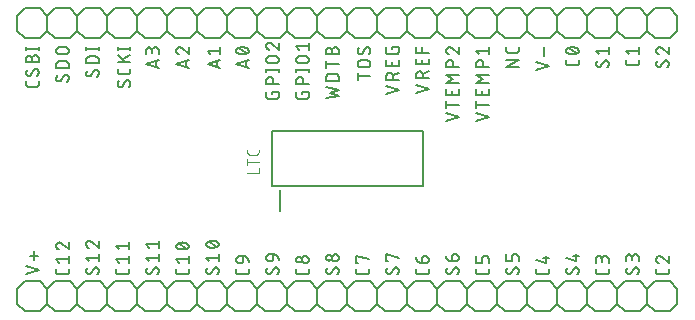
<source format=gto>
G04 EAGLE Gerber RS-274X export*
G75*
%MOMM*%
%FSLAX34Y34*%
%LPD*%
%INSilkscreen Top*%
%IPPOS*%
%AMOC8*
5,1,8,0,0,1.08239X$1,22.5*%
G01*
%ADD10C,0.203200*%
%ADD11C,0.200000*%
%ADD12C,0.076200*%
%ADD13C,0.152400*%


D10*
X25146Y51816D02*
X35814Y55372D01*
X25146Y58928D01*
X31665Y64008D02*
X31665Y71120D01*
X35221Y67564D02*
X28109Y67564D01*
X61214Y56557D02*
X61214Y54187D01*
X61212Y54092D01*
X61206Y53996D01*
X61197Y53901D01*
X61183Y53807D01*
X61166Y53713D01*
X61145Y53620D01*
X61120Y53527D01*
X61092Y53436D01*
X61060Y53346D01*
X61024Y53258D01*
X60985Y53171D01*
X60942Y53085D01*
X60896Y53002D01*
X60847Y52920D01*
X60794Y52840D01*
X60738Y52763D01*
X60680Y52687D01*
X60618Y52615D01*
X60553Y52545D01*
X60485Y52477D01*
X60415Y52412D01*
X60343Y52350D01*
X60267Y52292D01*
X60190Y52236D01*
X60110Y52183D01*
X60029Y52134D01*
X59945Y52088D01*
X59859Y52045D01*
X59772Y52006D01*
X59684Y51970D01*
X59594Y51938D01*
X59503Y51910D01*
X59410Y51885D01*
X59317Y51864D01*
X59223Y51847D01*
X59129Y51833D01*
X59034Y51824D01*
X58939Y51818D01*
X58843Y51816D01*
X52917Y51816D01*
X52822Y51818D01*
X52726Y51824D01*
X52631Y51833D01*
X52537Y51847D01*
X52443Y51864D01*
X52350Y51885D01*
X52257Y51910D01*
X52166Y51938D01*
X52076Y51970D01*
X51988Y52006D01*
X51901Y52045D01*
X51815Y52088D01*
X51732Y52134D01*
X51650Y52183D01*
X51570Y52236D01*
X51493Y52292D01*
X51417Y52350D01*
X51345Y52412D01*
X51275Y52477D01*
X51207Y52545D01*
X51142Y52615D01*
X51080Y52687D01*
X51022Y52763D01*
X50966Y52840D01*
X50913Y52920D01*
X50864Y53001D01*
X50818Y53085D01*
X50775Y53171D01*
X50736Y53258D01*
X50700Y53346D01*
X50668Y53436D01*
X50640Y53527D01*
X50615Y53620D01*
X50594Y53713D01*
X50577Y53807D01*
X50563Y53901D01*
X50554Y53996D01*
X50548Y54091D01*
X50546Y54187D01*
X50546Y56557D01*
X52917Y61391D02*
X50546Y64354D01*
X61214Y64354D01*
X61214Y61391D02*
X61214Y67317D01*
X50546Y76080D02*
X50548Y76182D01*
X50554Y76284D01*
X50564Y76386D01*
X50577Y76487D01*
X50595Y76588D01*
X50616Y76688D01*
X50641Y76787D01*
X50670Y76885D01*
X50703Y76982D01*
X50739Y77077D01*
X50779Y77171D01*
X50823Y77263D01*
X50870Y77354D01*
X50921Y77443D01*
X50974Y77530D01*
X51032Y77614D01*
X51092Y77697D01*
X51155Y77777D01*
X51222Y77854D01*
X51291Y77929D01*
X51364Y78002D01*
X51439Y78071D01*
X51516Y78138D01*
X51596Y78201D01*
X51679Y78261D01*
X51763Y78319D01*
X51850Y78372D01*
X51939Y78423D01*
X52030Y78470D01*
X52122Y78514D01*
X52216Y78554D01*
X52312Y78590D01*
X52408Y78623D01*
X52506Y78652D01*
X52605Y78677D01*
X52705Y78698D01*
X52806Y78716D01*
X52907Y78729D01*
X53009Y78739D01*
X53111Y78745D01*
X53213Y78747D01*
X50546Y76080D02*
X50548Y75964D01*
X50554Y75847D01*
X50564Y75731D01*
X50578Y75616D01*
X50595Y75501D01*
X50617Y75386D01*
X50642Y75273D01*
X50672Y75160D01*
X50705Y75048D01*
X50742Y74938D01*
X50783Y74829D01*
X50827Y74721D01*
X50875Y74615D01*
X50927Y74511D01*
X50982Y74408D01*
X51040Y74307D01*
X51102Y74209D01*
X51167Y74112D01*
X51236Y74018D01*
X51308Y73926D01*
X51382Y73837D01*
X51460Y73750D01*
X51541Y73666D01*
X51624Y73585D01*
X51710Y73507D01*
X51799Y73431D01*
X51890Y73359D01*
X51984Y73290D01*
X52080Y73224D01*
X52178Y73161D01*
X52278Y73102D01*
X52380Y73046D01*
X52484Y72994D01*
X52590Y72945D01*
X52698Y72900D01*
X52806Y72858D01*
X52917Y72821D01*
X55288Y77859D02*
X55214Y77934D01*
X55137Y78006D01*
X55057Y78075D01*
X54975Y78142D01*
X54891Y78205D01*
X54804Y78265D01*
X54716Y78322D01*
X54625Y78376D01*
X54532Y78426D01*
X54438Y78473D01*
X54342Y78516D01*
X54244Y78556D01*
X54145Y78592D01*
X54045Y78625D01*
X53943Y78653D01*
X53841Y78678D01*
X53737Y78700D01*
X53633Y78717D01*
X53529Y78731D01*
X53424Y78740D01*
X53318Y78746D01*
X53213Y78748D01*
X55287Y77858D02*
X61214Y72821D01*
X61214Y78747D01*
X84243Y57743D02*
X84338Y57741D01*
X84434Y57735D01*
X84529Y57726D01*
X84623Y57712D01*
X84717Y57695D01*
X84810Y57674D01*
X84903Y57649D01*
X84994Y57621D01*
X85084Y57589D01*
X85172Y57553D01*
X85259Y57514D01*
X85345Y57471D01*
X85429Y57425D01*
X85510Y57376D01*
X85590Y57323D01*
X85667Y57267D01*
X85743Y57209D01*
X85815Y57147D01*
X85885Y57082D01*
X85953Y57014D01*
X86018Y56944D01*
X86080Y56872D01*
X86138Y56796D01*
X86194Y56719D01*
X86247Y56639D01*
X86296Y56558D01*
X86342Y56474D01*
X86385Y56388D01*
X86424Y56301D01*
X86460Y56213D01*
X86492Y56123D01*
X86520Y56032D01*
X86545Y55939D01*
X86566Y55846D01*
X86583Y55752D01*
X86597Y55658D01*
X86606Y55563D01*
X86612Y55467D01*
X86614Y55372D01*
X86612Y55236D01*
X86607Y55099D01*
X86597Y54963D01*
X86584Y54828D01*
X86568Y54692D01*
X86547Y54558D01*
X86523Y54423D01*
X86496Y54290D01*
X86464Y54157D01*
X86430Y54025D01*
X86391Y53894D01*
X86349Y53765D01*
X86304Y53636D01*
X86255Y53509D01*
X86202Y53383D01*
X86146Y53259D01*
X86087Y53136D01*
X86025Y53015D01*
X85959Y52895D01*
X85890Y52778D01*
X85817Y52662D01*
X85742Y52548D01*
X85664Y52437D01*
X85582Y52328D01*
X85498Y52220D01*
X85411Y52116D01*
X85321Y52013D01*
X85228Y51913D01*
X85132Y51816D01*
X78317Y52112D02*
X78222Y52114D01*
X78126Y52120D01*
X78031Y52129D01*
X77937Y52143D01*
X77843Y52160D01*
X77750Y52181D01*
X77657Y52206D01*
X77566Y52234D01*
X77476Y52266D01*
X77388Y52302D01*
X77301Y52341D01*
X77215Y52384D01*
X77131Y52430D01*
X77050Y52479D01*
X76970Y52532D01*
X76893Y52588D01*
X76817Y52646D01*
X76745Y52708D01*
X76675Y52773D01*
X76607Y52841D01*
X76542Y52911D01*
X76480Y52983D01*
X76422Y53059D01*
X76366Y53136D01*
X76313Y53216D01*
X76264Y53298D01*
X76218Y53381D01*
X76175Y53467D01*
X76136Y53554D01*
X76100Y53642D01*
X76068Y53732D01*
X76040Y53823D01*
X76015Y53916D01*
X75994Y54009D01*
X75977Y54103D01*
X75963Y54197D01*
X75954Y54292D01*
X75948Y54388D01*
X75946Y54483D01*
X75948Y54613D01*
X75954Y54743D01*
X75963Y54873D01*
X75976Y55002D01*
X75993Y55131D01*
X76014Y55259D01*
X76039Y55387D01*
X76067Y55514D01*
X76099Y55640D01*
X76135Y55765D01*
X76174Y55889D01*
X76217Y56011D01*
X76263Y56133D01*
X76314Y56253D01*
X76367Y56371D01*
X76424Y56488D01*
X76484Y56603D01*
X76548Y56717D01*
X76615Y56828D01*
X76685Y56938D01*
X76759Y57045D01*
X76835Y57150D01*
X80392Y53298D02*
X80341Y53216D01*
X80287Y53136D01*
X80231Y53058D01*
X80171Y52983D01*
X80108Y52910D01*
X80042Y52840D01*
X79974Y52773D01*
X79903Y52708D01*
X79829Y52646D01*
X79753Y52587D01*
X79675Y52531D01*
X79594Y52479D01*
X79512Y52429D01*
X79427Y52383D01*
X79341Y52341D01*
X79253Y52301D01*
X79164Y52266D01*
X79073Y52234D01*
X78981Y52205D01*
X78888Y52181D01*
X78795Y52160D01*
X78700Y52143D01*
X78605Y52129D01*
X78509Y52120D01*
X78413Y52114D01*
X78317Y52112D01*
X82168Y56558D02*
X82219Y56639D01*
X82273Y56719D01*
X82329Y56797D01*
X82389Y56872D01*
X82452Y56945D01*
X82518Y57015D01*
X82586Y57082D01*
X82657Y57147D01*
X82731Y57209D01*
X82807Y57268D01*
X82885Y57324D01*
X82966Y57376D01*
X83048Y57426D01*
X83133Y57472D01*
X83219Y57514D01*
X83307Y57554D01*
X83396Y57589D01*
X83487Y57621D01*
X83579Y57650D01*
X83672Y57674D01*
X83765Y57695D01*
X83860Y57712D01*
X83955Y57726D01*
X84051Y57735D01*
X84147Y57741D01*
X84243Y57743D01*
X82169Y56557D02*
X80391Y53298D01*
X78317Y62865D02*
X75946Y65828D01*
X86614Y65828D01*
X86614Y62865D02*
X86614Y68792D01*
X75946Y77555D02*
X75948Y77657D01*
X75954Y77759D01*
X75964Y77861D01*
X75977Y77962D01*
X75995Y78063D01*
X76016Y78163D01*
X76041Y78262D01*
X76070Y78360D01*
X76103Y78457D01*
X76139Y78552D01*
X76179Y78646D01*
X76223Y78738D01*
X76270Y78829D01*
X76321Y78918D01*
X76374Y79005D01*
X76432Y79089D01*
X76492Y79172D01*
X76555Y79252D01*
X76622Y79329D01*
X76691Y79404D01*
X76764Y79477D01*
X76839Y79546D01*
X76916Y79613D01*
X76996Y79676D01*
X77079Y79736D01*
X77163Y79794D01*
X77250Y79847D01*
X77339Y79898D01*
X77430Y79945D01*
X77522Y79989D01*
X77616Y80029D01*
X77712Y80065D01*
X77808Y80098D01*
X77906Y80127D01*
X78005Y80152D01*
X78105Y80173D01*
X78206Y80191D01*
X78307Y80204D01*
X78409Y80214D01*
X78511Y80220D01*
X78613Y80222D01*
X75946Y77555D02*
X75948Y77439D01*
X75954Y77322D01*
X75964Y77206D01*
X75978Y77091D01*
X75995Y76976D01*
X76017Y76861D01*
X76042Y76748D01*
X76072Y76635D01*
X76105Y76523D01*
X76142Y76413D01*
X76183Y76304D01*
X76227Y76196D01*
X76275Y76090D01*
X76327Y75986D01*
X76382Y75883D01*
X76440Y75782D01*
X76502Y75684D01*
X76567Y75587D01*
X76636Y75493D01*
X76708Y75401D01*
X76782Y75312D01*
X76860Y75225D01*
X76941Y75141D01*
X77024Y75060D01*
X77110Y74982D01*
X77199Y74906D01*
X77290Y74834D01*
X77384Y74765D01*
X77480Y74699D01*
X77578Y74636D01*
X77678Y74577D01*
X77780Y74521D01*
X77884Y74469D01*
X77990Y74420D01*
X78098Y74375D01*
X78206Y74333D01*
X78317Y74296D01*
X80688Y79333D02*
X80614Y79408D01*
X80537Y79480D01*
X80457Y79549D01*
X80375Y79616D01*
X80291Y79679D01*
X80204Y79739D01*
X80116Y79796D01*
X80025Y79850D01*
X79932Y79900D01*
X79838Y79947D01*
X79742Y79990D01*
X79644Y80030D01*
X79545Y80066D01*
X79445Y80099D01*
X79343Y80127D01*
X79241Y80152D01*
X79137Y80174D01*
X79033Y80191D01*
X78929Y80205D01*
X78824Y80214D01*
X78718Y80220D01*
X78613Y80222D01*
X80687Y79333D02*
X86614Y74295D01*
X86614Y80222D01*
X112014Y56557D02*
X112014Y54187D01*
X112012Y54092D01*
X112006Y53996D01*
X111997Y53901D01*
X111983Y53807D01*
X111966Y53713D01*
X111945Y53620D01*
X111920Y53527D01*
X111892Y53436D01*
X111860Y53346D01*
X111824Y53258D01*
X111785Y53171D01*
X111742Y53085D01*
X111696Y53002D01*
X111647Y52920D01*
X111594Y52840D01*
X111538Y52763D01*
X111480Y52687D01*
X111418Y52615D01*
X111353Y52545D01*
X111285Y52477D01*
X111215Y52412D01*
X111143Y52350D01*
X111067Y52292D01*
X110990Y52236D01*
X110910Y52183D01*
X110829Y52134D01*
X110745Y52088D01*
X110659Y52045D01*
X110572Y52006D01*
X110484Y51970D01*
X110394Y51938D01*
X110303Y51910D01*
X110210Y51885D01*
X110117Y51864D01*
X110023Y51847D01*
X109929Y51833D01*
X109834Y51824D01*
X109739Y51818D01*
X109643Y51816D01*
X103717Y51816D01*
X103622Y51818D01*
X103526Y51824D01*
X103431Y51833D01*
X103337Y51847D01*
X103243Y51864D01*
X103150Y51885D01*
X103057Y51910D01*
X102966Y51938D01*
X102876Y51970D01*
X102788Y52006D01*
X102701Y52045D01*
X102615Y52088D01*
X102532Y52134D01*
X102450Y52183D01*
X102370Y52236D01*
X102293Y52292D01*
X102217Y52350D01*
X102145Y52412D01*
X102075Y52477D01*
X102007Y52545D01*
X101942Y52615D01*
X101880Y52687D01*
X101822Y52763D01*
X101766Y52840D01*
X101713Y52920D01*
X101664Y53001D01*
X101618Y53085D01*
X101575Y53171D01*
X101536Y53258D01*
X101500Y53346D01*
X101468Y53436D01*
X101440Y53527D01*
X101415Y53620D01*
X101394Y53713D01*
X101377Y53807D01*
X101363Y53901D01*
X101354Y53996D01*
X101348Y54091D01*
X101346Y54187D01*
X101346Y56557D01*
X103717Y61391D02*
X101346Y64354D01*
X112014Y64354D01*
X112014Y61391D02*
X112014Y67317D01*
X103717Y72821D02*
X101346Y75784D01*
X112014Y75784D01*
X112014Y72821D02*
X112014Y78747D01*
X135043Y57743D02*
X135138Y57741D01*
X135234Y57735D01*
X135329Y57726D01*
X135423Y57712D01*
X135517Y57695D01*
X135610Y57674D01*
X135703Y57649D01*
X135794Y57621D01*
X135884Y57589D01*
X135972Y57553D01*
X136059Y57514D01*
X136145Y57471D01*
X136229Y57425D01*
X136310Y57376D01*
X136390Y57323D01*
X136467Y57267D01*
X136543Y57209D01*
X136615Y57147D01*
X136685Y57082D01*
X136753Y57014D01*
X136818Y56944D01*
X136880Y56872D01*
X136938Y56796D01*
X136994Y56719D01*
X137047Y56639D01*
X137096Y56558D01*
X137142Y56474D01*
X137185Y56388D01*
X137224Y56301D01*
X137260Y56213D01*
X137292Y56123D01*
X137320Y56032D01*
X137345Y55939D01*
X137366Y55846D01*
X137383Y55752D01*
X137397Y55658D01*
X137406Y55563D01*
X137412Y55467D01*
X137414Y55372D01*
X137412Y55236D01*
X137407Y55099D01*
X137397Y54963D01*
X137384Y54828D01*
X137368Y54692D01*
X137347Y54558D01*
X137323Y54423D01*
X137296Y54290D01*
X137264Y54157D01*
X137230Y54025D01*
X137191Y53894D01*
X137149Y53765D01*
X137104Y53636D01*
X137055Y53509D01*
X137002Y53383D01*
X136946Y53259D01*
X136887Y53136D01*
X136825Y53015D01*
X136759Y52895D01*
X136690Y52778D01*
X136617Y52662D01*
X136542Y52548D01*
X136464Y52437D01*
X136382Y52328D01*
X136298Y52220D01*
X136211Y52116D01*
X136121Y52013D01*
X136028Y51913D01*
X135932Y51816D01*
X129117Y52112D02*
X129022Y52114D01*
X128926Y52120D01*
X128831Y52129D01*
X128737Y52143D01*
X128643Y52160D01*
X128550Y52181D01*
X128457Y52206D01*
X128366Y52234D01*
X128276Y52266D01*
X128188Y52302D01*
X128101Y52341D01*
X128015Y52384D01*
X127931Y52430D01*
X127850Y52479D01*
X127770Y52532D01*
X127693Y52588D01*
X127617Y52646D01*
X127545Y52708D01*
X127475Y52773D01*
X127407Y52841D01*
X127342Y52911D01*
X127280Y52983D01*
X127222Y53059D01*
X127166Y53136D01*
X127113Y53216D01*
X127064Y53298D01*
X127018Y53381D01*
X126975Y53467D01*
X126936Y53554D01*
X126900Y53642D01*
X126868Y53732D01*
X126840Y53823D01*
X126815Y53916D01*
X126794Y54009D01*
X126777Y54103D01*
X126763Y54197D01*
X126754Y54292D01*
X126748Y54388D01*
X126746Y54483D01*
X126748Y54613D01*
X126754Y54743D01*
X126763Y54873D01*
X126776Y55002D01*
X126793Y55131D01*
X126814Y55259D01*
X126839Y55387D01*
X126867Y55514D01*
X126899Y55640D01*
X126935Y55765D01*
X126974Y55889D01*
X127017Y56011D01*
X127063Y56133D01*
X127114Y56253D01*
X127167Y56371D01*
X127224Y56488D01*
X127284Y56603D01*
X127348Y56717D01*
X127415Y56828D01*
X127485Y56938D01*
X127559Y57045D01*
X127635Y57150D01*
X131192Y53298D02*
X131141Y53216D01*
X131087Y53136D01*
X131031Y53058D01*
X130971Y52983D01*
X130908Y52910D01*
X130842Y52840D01*
X130774Y52773D01*
X130703Y52708D01*
X130629Y52646D01*
X130553Y52587D01*
X130475Y52531D01*
X130394Y52479D01*
X130312Y52429D01*
X130227Y52383D01*
X130141Y52341D01*
X130053Y52301D01*
X129964Y52266D01*
X129873Y52234D01*
X129781Y52205D01*
X129688Y52181D01*
X129595Y52160D01*
X129500Y52143D01*
X129405Y52129D01*
X129309Y52120D01*
X129213Y52114D01*
X129117Y52112D01*
X132968Y56558D02*
X133019Y56639D01*
X133073Y56719D01*
X133129Y56797D01*
X133189Y56872D01*
X133252Y56945D01*
X133318Y57015D01*
X133386Y57082D01*
X133457Y57147D01*
X133531Y57209D01*
X133607Y57268D01*
X133685Y57324D01*
X133766Y57376D01*
X133848Y57426D01*
X133933Y57472D01*
X134019Y57514D01*
X134107Y57554D01*
X134196Y57589D01*
X134287Y57621D01*
X134379Y57650D01*
X134472Y57674D01*
X134565Y57695D01*
X134660Y57712D01*
X134755Y57726D01*
X134851Y57735D01*
X134947Y57741D01*
X135043Y57743D01*
X132969Y56557D02*
X131191Y53298D01*
X129117Y62865D02*
X126746Y65828D01*
X137414Y65828D01*
X137414Y62865D02*
X137414Y68792D01*
X129117Y74295D02*
X126746Y77258D01*
X137414Y77258D01*
X137414Y74295D02*
X137414Y80222D01*
X162814Y56557D02*
X162814Y54187D01*
X162812Y54092D01*
X162806Y53996D01*
X162797Y53901D01*
X162783Y53807D01*
X162766Y53713D01*
X162745Y53620D01*
X162720Y53527D01*
X162692Y53436D01*
X162660Y53346D01*
X162624Y53258D01*
X162585Y53171D01*
X162542Y53085D01*
X162496Y53002D01*
X162447Y52920D01*
X162394Y52840D01*
X162338Y52763D01*
X162280Y52687D01*
X162218Y52615D01*
X162153Y52545D01*
X162085Y52477D01*
X162015Y52412D01*
X161943Y52350D01*
X161867Y52292D01*
X161790Y52236D01*
X161710Y52183D01*
X161629Y52134D01*
X161545Y52088D01*
X161459Y52045D01*
X161372Y52006D01*
X161284Y51970D01*
X161194Y51938D01*
X161103Y51910D01*
X161010Y51885D01*
X160917Y51864D01*
X160823Y51847D01*
X160729Y51833D01*
X160634Y51824D01*
X160539Y51818D01*
X160443Y51816D01*
X154517Y51816D01*
X154422Y51818D01*
X154326Y51824D01*
X154231Y51833D01*
X154137Y51847D01*
X154043Y51864D01*
X153950Y51885D01*
X153857Y51910D01*
X153766Y51938D01*
X153676Y51970D01*
X153588Y52006D01*
X153501Y52045D01*
X153415Y52088D01*
X153332Y52134D01*
X153250Y52183D01*
X153170Y52236D01*
X153093Y52292D01*
X153017Y52350D01*
X152945Y52412D01*
X152875Y52477D01*
X152807Y52545D01*
X152742Y52615D01*
X152680Y52687D01*
X152622Y52763D01*
X152566Y52840D01*
X152513Y52920D01*
X152464Y53001D01*
X152418Y53085D01*
X152375Y53171D01*
X152336Y53258D01*
X152300Y53346D01*
X152268Y53436D01*
X152240Y53527D01*
X152215Y53620D01*
X152194Y53713D01*
X152177Y53807D01*
X152163Y53901D01*
X152154Y53996D01*
X152148Y54091D01*
X152146Y54187D01*
X152146Y56557D01*
X154517Y61391D02*
X152146Y64354D01*
X162814Y64354D01*
X162814Y61391D02*
X162814Y67317D01*
X157480Y72821D02*
X157270Y72824D01*
X157060Y72831D01*
X156851Y72844D01*
X156642Y72861D01*
X156433Y72884D01*
X156225Y72911D01*
X156018Y72943D01*
X155811Y72981D01*
X155606Y73023D01*
X155401Y73070D01*
X155198Y73122D01*
X154996Y73179D01*
X154795Y73241D01*
X154596Y73307D01*
X154399Y73379D01*
X154203Y73455D01*
X154009Y73535D01*
X153817Y73620D01*
X153628Y73710D01*
X153543Y73741D01*
X153459Y73775D01*
X153377Y73813D01*
X153296Y73855D01*
X153217Y73900D01*
X153140Y73948D01*
X153065Y73999D01*
X152993Y74053D01*
X152922Y74110D01*
X152854Y74170D01*
X152789Y74233D01*
X152726Y74298D01*
X152666Y74366D01*
X152609Y74437D01*
X152555Y74509D01*
X152503Y74584D01*
X152455Y74661D01*
X152410Y74740D01*
X152369Y74821D01*
X152331Y74903D01*
X152296Y74987D01*
X152265Y75072D01*
X152237Y75158D01*
X152213Y75245D01*
X152193Y75334D01*
X152176Y75423D01*
X152163Y75513D01*
X152153Y75603D01*
X152148Y75693D01*
X152146Y75784D01*
X152148Y75875D01*
X152153Y75965D01*
X152163Y76055D01*
X152176Y76145D01*
X152193Y76234D01*
X152213Y76323D01*
X152237Y76410D01*
X152265Y76496D01*
X152296Y76581D01*
X152331Y76665D01*
X152369Y76747D01*
X152410Y76828D01*
X152455Y76907D01*
X152503Y76984D01*
X152554Y77059D01*
X152609Y77131D01*
X152666Y77202D01*
X152726Y77270D01*
X152789Y77335D01*
X152854Y77398D01*
X152922Y77458D01*
X152993Y77515D01*
X153065Y77569D01*
X153140Y77620D01*
X153217Y77668D01*
X153296Y77713D01*
X153377Y77755D01*
X153459Y77793D01*
X153543Y77827D01*
X153628Y77858D01*
X153817Y77948D01*
X154009Y78033D01*
X154203Y78113D01*
X154399Y78189D01*
X154596Y78261D01*
X154795Y78327D01*
X154996Y78389D01*
X155198Y78446D01*
X155401Y78498D01*
X155606Y78545D01*
X155811Y78587D01*
X156018Y78625D01*
X156225Y78657D01*
X156433Y78684D01*
X156642Y78707D01*
X156851Y78724D01*
X157060Y78737D01*
X157270Y78744D01*
X157480Y78747D01*
X157480Y72821D02*
X157690Y72824D01*
X157900Y72831D01*
X158109Y72844D01*
X158318Y72861D01*
X158527Y72884D01*
X158735Y72911D01*
X158942Y72943D01*
X159149Y72981D01*
X159354Y73023D01*
X159559Y73070D01*
X159762Y73122D01*
X159964Y73179D01*
X160165Y73241D01*
X160364Y73307D01*
X160561Y73379D01*
X160757Y73455D01*
X160951Y73535D01*
X161143Y73620D01*
X161332Y73710D01*
X161417Y73741D01*
X161501Y73775D01*
X161583Y73813D01*
X161664Y73855D01*
X161743Y73900D01*
X161820Y73948D01*
X161895Y73999D01*
X161967Y74053D01*
X162038Y74110D01*
X162106Y74170D01*
X162171Y74233D01*
X162234Y74298D01*
X162294Y74366D01*
X162351Y74437D01*
X162406Y74509D01*
X162457Y74584D01*
X162505Y74661D01*
X162550Y74740D01*
X162591Y74821D01*
X162629Y74903D01*
X162664Y74987D01*
X162695Y75072D01*
X162723Y75158D01*
X162747Y75245D01*
X162767Y75334D01*
X162784Y75423D01*
X162797Y75513D01*
X162807Y75603D01*
X162812Y75693D01*
X162814Y75784D01*
X161332Y77858D02*
X161143Y77948D01*
X160951Y78033D01*
X160757Y78113D01*
X160561Y78189D01*
X160364Y78261D01*
X160165Y78327D01*
X159964Y78389D01*
X159762Y78446D01*
X159559Y78498D01*
X159354Y78545D01*
X159149Y78587D01*
X158942Y78625D01*
X158735Y78657D01*
X158527Y78684D01*
X158318Y78707D01*
X158109Y78724D01*
X157900Y78737D01*
X157690Y78744D01*
X157480Y78747D01*
X161332Y77858D02*
X161417Y77827D01*
X161501Y77793D01*
X161583Y77755D01*
X161664Y77713D01*
X161743Y77668D01*
X161820Y77620D01*
X161895Y77569D01*
X161967Y77515D01*
X162038Y77458D01*
X162106Y77398D01*
X162171Y77335D01*
X162234Y77270D01*
X162294Y77202D01*
X162351Y77131D01*
X162406Y77059D01*
X162457Y76984D01*
X162505Y76907D01*
X162550Y76828D01*
X162591Y76747D01*
X162629Y76665D01*
X162664Y76581D01*
X162695Y76496D01*
X162723Y76410D01*
X162747Y76323D01*
X162767Y76234D01*
X162784Y76145D01*
X162797Y76055D01*
X162807Y75965D01*
X162812Y75875D01*
X162814Y75784D01*
X160443Y73413D02*
X154517Y78155D01*
X185843Y57743D02*
X185938Y57741D01*
X186034Y57735D01*
X186129Y57726D01*
X186223Y57712D01*
X186317Y57695D01*
X186410Y57674D01*
X186503Y57649D01*
X186594Y57621D01*
X186684Y57589D01*
X186772Y57553D01*
X186859Y57514D01*
X186945Y57471D01*
X187029Y57425D01*
X187110Y57376D01*
X187190Y57323D01*
X187267Y57267D01*
X187343Y57209D01*
X187415Y57147D01*
X187485Y57082D01*
X187553Y57014D01*
X187618Y56944D01*
X187680Y56872D01*
X187738Y56796D01*
X187794Y56719D01*
X187847Y56639D01*
X187896Y56558D01*
X187942Y56474D01*
X187985Y56388D01*
X188024Y56301D01*
X188060Y56213D01*
X188092Y56123D01*
X188120Y56032D01*
X188145Y55939D01*
X188166Y55846D01*
X188183Y55752D01*
X188197Y55658D01*
X188206Y55563D01*
X188212Y55467D01*
X188214Y55372D01*
X188212Y55236D01*
X188207Y55099D01*
X188197Y54963D01*
X188184Y54828D01*
X188168Y54692D01*
X188147Y54558D01*
X188123Y54423D01*
X188096Y54290D01*
X188064Y54157D01*
X188030Y54025D01*
X187991Y53894D01*
X187949Y53765D01*
X187904Y53636D01*
X187855Y53509D01*
X187802Y53383D01*
X187746Y53259D01*
X187687Y53136D01*
X187625Y53015D01*
X187559Y52895D01*
X187490Y52778D01*
X187417Y52662D01*
X187342Y52548D01*
X187264Y52437D01*
X187182Y52328D01*
X187098Y52220D01*
X187011Y52116D01*
X186921Y52013D01*
X186828Y51913D01*
X186732Y51816D01*
X179917Y52112D02*
X179822Y52114D01*
X179726Y52120D01*
X179631Y52129D01*
X179537Y52143D01*
X179443Y52160D01*
X179350Y52181D01*
X179257Y52206D01*
X179166Y52234D01*
X179076Y52266D01*
X178988Y52302D01*
X178901Y52341D01*
X178815Y52384D01*
X178732Y52430D01*
X178650Y52479D01*
X178570Y52532D01*
X178493Y52588D01*
X178417Y52646D01*
X178345Y52708D01*
X178275Y52773D01*
X178207Y52841D01*
X178142Y52911D01*
X178080Y52983D01*
X178022Y53059D01*
X177966Y53136D01*
X177913Y53216D01*
X177864Y53298D01*
X177818Y53381D01*
X177775Y53467D01*
X177736Y53554D01*
X177700Y53642D01*
X177668Y53732D01*
X177640Y53823D01*
X177615Y53916D01*
X177594Y54009D01*
X177577Y54103D01*
X177563Y54197D01*
X177554Y54292D01*
X177548Y54388D01*
X177546Y54483D01*
X177548Y54613D01*
X177554Y54743D01*
X177563Y54873D01*
X177576Y55002D01*
X177593Y55131D01*
X177614Y55259D01*
X177639Y55387D01*
X177667Y55514D01*
X177699Y55640D01*
X177735Y55765D01*
X177774Y55889D01*
X177817Y56011D01*
X177863Y56133D01*
X177914Y56253D01*
X177967Y56371D01*
X178024Y56488D01*
X178084Y56603D01*
X178148Y56717D01*
X178215Y56828D01*
X178285Y56938D01*
X178359Y57045D01*
X178435Y57150D01*
X181992Y53298D02*
X181941Y53216D01*
X181887Y53136D01*
X181831Y53058D01*
X181771Y52983D01*
X181708Y52910D01*
X181642Y52840D01*
X181574Y52773D01*
X181503Y52708D01*
X181429Y52646D01*
X181353Y52587D01*
X181275Y52531D01*
X181194Y52479D01*
X181112Y52429D01*
X181027Y52383D01*
X180941Y52341D01*
X180853Y52301D01*
X180764Y52266D01*
X180673Y52234D01*
X180581Y52205D01*
X180488Y52181D01*
X180395Y52160D01*
X180300Y52143D01*
X180205Y52129D01*
X180109Y52120D01*
X180013Y52114D01*
X179917Y52112D01*
X183768Y56558D02*
X183819Y56639D01*
X183873Y56719D01*
X183929Y56797D01*
X183989Y56872D01*
X184052Y56945D01*
X184118Y57015D01*
X184186Y57082D01*
X184257Y57147D01*
X184331Y57209D01*
X184407Y57268D01*
X184485Y57324D01*
X184566Y57376D01*
X184648Y57426D01*
X184733Y57472D01*
X184819Y57514D01*
X184907Y57554D01*
X184996Y57589D01*
X185087Y57621D01*
X185179Y57650D01*
X185272Y57674D01*
X185365Y57695D01*
X185460Y57712D01*
X185555Y57726D01*
X185651Y57735D01*
X185747Y57741D01*
X185843Y57743D01*
X183769Y56557D02*
X181991Y53298D01*
X179917Y62865D02*
X177546Y65828D01*
X188214Y65828D01*
X188214Y62865D02*
X188214Y68792D01*
X182880Y74295D02*
X182670Y74298D01*
X182460Y74305D01*
X182251Y74318D01*
X182042Y74335D01*
X181833Y74358D01*
X181625Y74385D01*
X181418Y74417D01*
X181211Y74455D01*
X181006Y74497D01*
X180801Y74544D01*
X180598Y74596D01*
X180396Y74653D01*
X180195Y74715D01*
X179996Y74781D01*
X179799Y74853D01*
X179603Y74929D01*
X179409Y75009D01*
X179217Y75094D01*
X179028Y75184D01*
X178943Y75215D01*
X178859Y75249D01*
X178777Y75287D01*
X178696Y75329D01*
X178617Y75374D01*
X178540Y75422D01*
X178465Y75473D01*
X178393Y75527D01*
X178322Y75584D01*
X178254Y75644D01*
X178189Y75707D01*
X178126Y75772D01*
X178066Y75840D01*
X178009Y75911D01*
X177955Y75983D01*
X177903Y76058D01*
X177855Y76135D01*
X177810Y76214D01*
X177769Y76295D01*
X177731Y76377D01*
X177696Y76461D01*
X177665Y76546D01*
X177637Y76632D01*
X177613Y76719D01*
X177593Y76808D01*
X177576Y76897D01*
X177563Y76987D01*
X177553Y77077D01*
X177548Y77167D01*
X177546Y77258D01*
X177548Y77349D01*
X177553Y77439D01*
X177563Y77529D01*
X177576Y77619D01*
X177593Y77708D01*
X177613Y77797D01*
X177637Y77884D01*
X177665Y77970D01*
X177696Y78055D01*
X177731Y78139D01*
X177769Y78221D01*
X177810Y78302D01*
X177855Y78381D01*
X177903Y78458D01*
X177954Y78533D01*
X178009Y78605D01*
X178066Y78676D01*
X178126Y78744D01*
X178189Y78809D01*
X178254Y78872D01*
X178322Y78932D01*
X178393Y78989D01*
X178465Y79043D01*
X178540Y79094D01*
X178617Y79142D01*
X178696Y79187D01*
X178777Y79229D01*
X178859Y79267D01*
X178943Y79301D01*
X179028Y79332D01*
X179217Y79422D01*
X179409Y79507D01*
X179603Y79587D01*
X179799Y79663D01*
X179996Y79735D01*
X180195Y79801D01*
X180396Y79863D01*
X180598Y79920D01*
X180801Y79972D01*
X181006Y80019D01*
X181211Y80061D01*
X181418Y80099D01*
X181625Y80131D01*
X181833Y80158D01*
X182042Y80181D01*
X182251Y80198D01*
X182460Y80211D01*
X182670Y80218D01*
X182880Y80221D01*
X182880Y74295D02*
X183090Y74298D01*
X183300Y74305D01*
X183509Y74318D01*
X183718Y74335D01*
X183927Y74358D01*
X184135Y74385D01*
X184342Y74417D01*
X184549Y74455D01*
X184754Y74497D01*
X184959Y74544D01*
X185162Y74596D01*
X185364Y74653D01*
X185565Y74715D01*
X185764Y74781D01*
X185961Y74853D01*
X186157Y74929D01*
X186351Y75009D01*
X186543Y75094D01*
X186732Y75184D01*
X186817Y75215D01*
X186901Y75249D01*
X186983Y75287D01*
X187064Y75329D01*
X187143Y75374D01*
X187220Y75422D01*
X187295Y75473D01*
X187367Y75527D01*
X187438Y75584D01*
X187506Y75644D01*
X187571Y75707D01*
X187634Y75772D01*
X187694Y75840D01*
X187751Y75911D01*
X187806Y75983D01*
X187857Y76058D01*
X187905Y76135D01*
X187950Y76214D01*
X187991Y76295D01*
X188029Y76377D01*
X188064Y76461D01*
X188095Y76546D01*
X188123Y76632D01*
X188147Y76719D01*
X188167Y76808D01*
X188184Y76897D01*
X188197Y76987D01*
X188207Y77077D01*
X188212Y77167D01*
X188214Y77258D01*
X186732Y79332D02*
X186543Y79422D01*
X186351Y79507D01*
X186157Y79587D01*
X185961Y79663D01*
X185764Y79735D01*
X185565Y79801D01*
X185364Y79863D01*
X185162Y79920D01*
X184959Y79972D01*
X184754Y80019D01*
X184549Y80061D01*
X184342Y80099D01*
X184135Y80131D01*
X183927Y80158D01*
X183718Y80181D01*
X183509Y80198D01*
X183300Y80211D01*
X183090Y80218D01*
X182880Y80221D01*
X186732Y79332D02*
X186817Y79301D01*
X186901Y79267D01*
X186983Y79229D01*
X187064Y79187D01*
X187143Y79142D01*
X187220Y79094D01*
X187295Y79043D01*
X187367Y78989D01*
X187438Y78932D01*
X187506Y78872D01*
X187571Y78809D01*
X187634Y78744D01*
X187694Y78676D01*
X187751Y78605D01*
X187806Y78533D01*
X187857Y78458D01*
X187905Y78381D01*
X187950Y78302D01*
X187991Y78221D01*
X188029Y78139D01*
X188064Y78055D01*
X188095Y77970D01*
X188123Y77884D01*
X188147Y77797D01*
X188167Y77708D01*
X188184Y77619D01*
X188197Y77529D01*
X188207Y77439D01*
X188212Y77349D01*
X188214Y77258D01*
X185843Y74888D02*
X179917Y79629D01*
X213614Y56557D02*
X213614Y54187D01*
X213612Y54092D01*
X213606Y53996D01*
X213597Y53901D01*
X213583Y53807D01*
X213566Y53713D01*
X213545Y53620D01*
X213520Y53527D01*
X213492Y53436D01*
X213460Y53346D01*
X213424Y53258D01*
X213385Y53171D01*
X213342Y53085D01*
X213296Y53002D01*
X213247Y52920D01*
X213194Y52840D01*
X213138Y52763D01*
X213080Y52687D01*
X213018Y52615D01*
X212953Y52545D01*
X212885Y52477D01*
X212815Y52412D01*
X212743Y52350D01*
X212667Y52292D01*
X212590Y52236D01*
X212510Y52183D01*
X212429Y52134D01*
X212345Y52088D01*
X212259Y52045D01*
X212172Y52006D01*
X212084Y51970D01*
X211994Y51938D01*
X211903Y51910D01*
X211810Y51885D01*
X211717Y51864D01*
X211623Y51847D01*
X211529Y51833D01*
X211434Y51824D01*
X211339Y51818D01*
X211243Y51816D01*
X205317Y51816D01*
X205222Y51818D01*
X205126Y51824D01*
X205031Y51833D01*
X204937Y51847D01*
X204843Y51864D01*
X204750Y51885D01*
X204657Y51910D01*
X204566Y51938D01*
X204476Y51970D01*
X204388Y52006D01*
X204301Y52045D01*
X204215Y52088D01*
X204132Y52134D01*
X204050Y52183D01*
X203970Y52236D01*
X203893Y52292D01*
X203817Y52350D01*
X203745Y52412D01*
X203675Y52477D01*
X203607Y52545D01*
X203542Y52615D01*
X203480Y52687D01*
X203422Y52763D01*
X203366Y52840D01*
X203313Y52920D01*
X203264Y53001D01*
X203218Y53085D01*
X203175Y53171D01*
X203136Y53258D01*
X203100Y53346D01*
X203068Y53436D01*
X203040Y53527D01*
X203015Y53620D01*
X202994Y53713D01*
X202977Y53807D01*
X202963Y53901D01*
X202954Y53996D01*
X202948Y54091D01*
X202946Y54187D01*
X202946Y56557D01*
X208873Y63761D02*
X208873Y67317D01*
X208873Y63761D02*
X208871Y63666D01*
X208865Y63570D01*
X208856Y63475D01*
X208842Y63381D01*
X208825Y63287D01*
X208804Y63194D01*
X208779Y63101D01*
X208751Y63010D01*
X208719Y62920D01*
X208683Y62832D01*
X208644Y62745D01*
X208601Y62659D01*
X208555Y62575D01*
X208506Y62494D01*
X208453Y62414D01*
X208397Y62337D01*
X208339Y62261D01*
X208277Y62189D01*
X208212Y62119D01*
X208144Y62051D01*
X208074Y61986D01*
X208002Y61924D01*
X207926Y61866D01*
X207849Y61810D01*
X207769Y61757D01*
X207687Y61708D01*
X207604Y61662D01*
X207518Y61619D01*
X207431Y61580D01*
X207343Y61544D01*
X207253Y61512D01*
X207162Y61484D01*
X207069Y61459D01*
X206976Y61438D01*
X206882Y61421D01*
X206788Y61407D01*
X206693Y61398D01*
X206597Y61392D01*
X206502Y61390D01*
X206502Y61391D02*
X205909Y61391D01*
X205802Y61393D01*
X205695Y61399D01*
X205589Y61408D01*
X205483Y61422D01*
X205377Y61439D01*
X205272Y61460D01*
X205168Y61485D01*
X205065Y61514D01*
X204963Y61546D01*
X204862Y61582D01*
X204763Y61622D01*
X204665Y61665D01*
X204569Y61712D01*
X204474Y61762D01*
X204381Y61815D01*
X204291Y61872D01*
X204202Y61932D01*
X204116Y61995D01*
X204032Y62061D01*
X203950Y62131D01*
X203871Y62203D01*
X203795Y62278D01*
X203721Y62356D01*
X203651Y62436D01*
X203583Y62519D01*
X203518Y62604D01*
X203457Y62691D01*
X203398Y62781D01*
X203343Y62873D01*
X203291Y62966D01*
X203243Y63062D01*
X203198Y63159D01*
X203156Y63257D01*
X203119Y63357D01*
X203084Y63459D01*
X203054Y63561D01*
X203027Y63665D01*
X203004Y63769D01*
X202985Y63875D01*
X202970Y63981D01*
X202958Y64087D01*
X202950Y64194D01*
X202946Y64301D01*
X202946Y64407D01*
X202950Y64514D01*
X202958Y64621D01*
X202970Y64727D01*
X202985Y64833D01*
X203004Y64939D01*
X203027Y65043D01*
X203054Y65147D01*
X203084Y65249D01*
X203119Y65351D01*
X203156Y65451D01*
X203198Y65549D01*
X203243Y65646D01*
X203291Y65742D01*
X203343Y65836D01*
X203398Y65927D01*
X203457Y66017D01*
X203518Y66104D01*
X203583Y66189D01*
X203651Y66272D01*
X203721Y66352D01*
X203795Y66430D01*
X203871Y66505D01*
X203950Y66577D01*
X204032Y66647D01*
X204116Y66713D01*
X204202Y66776D01*
X204291Y66836D01*
X204381Y66893D01*
X204474Y66946D01*
X204569Y66996D01*
X204665Y67043D01*
X204763Y67086D01*
X204862Y67126D01*
X204963Y67162D01*
X205065Y67194D01*
X205168Y67223D01*
X205272Y67248D01*
X205377Y67269D01*
X205483Y67286D01*
X205589Y67300D01*
X205695Y67309D01*
X205802Y67315D01*
X205909Y67317D01*
X208873Y67317D01*
X209008Y67315D01*
X209144Y67309D01*
X209279Y67300D01*
X209413Y67286D01*
X209548Y67269D01*
X209681Y67248D01*
X209815Y67223D01*
X209947Y67194D01*
X210078Y67161D01*
X210209Y67125D01*
X210338Y67085D01*
X210466Y67041D01*
X210593Y66994D01*
X210719Y66943D01*
X210842Y66889D01*
X210965Y66831D01*
X211085Y66769D01*
X211204Y66704D01*
X211321Y66636D01*
X211436Y66564D01*
X211549Y66490D01*
X211660Y66412D01*
X211768Y66330D01*
X211874Y66246D01*
X211978Y66159D01*
X212079Y66069D01*
X212177Y65976D01*
X212273Y65880D01*
X212366Y65782D01*
X212456Y65681D01*
X212543Y65577D01*
X212627Y65471D01*
X212709Y65363D01*
X212787Y65252D01*
X212861Y65139D01*
X212933Y65024D01*
X213001Y64907D01*
X213066Y64788D01*
X213128Y64668D01*
X213186Y64545D01*
X213240Y64422D01*
X213291Y64296D01*
X213338Y64169D01*
X213382Y64041D01*
X213422Y63912D01*
X213458Y63781D01*
X213491Y63650D01*
X213520Y63518D01*
X213545Y63384D01*
X213566Y63251D01*
X213583Y63116D01*
X213597Y62982D01*
X213606Y62847D01*
X213612Y62711D01*
X213614Y62576D01*
X236643Y57743D02*
X236738Y57741D01*
X236834Y57735D01*
X236929Y57726D01*
X237023Y57712D01*
X237117Y57695D01*
X237210Y57674D01*
X237303Y57649D01*
X237394Y57621D01*
X237484Y57589D01*
X237572Y57553D01*
X237659Y57514D01*
X237745Y57471D01*
X237829Y57425D01*
X237910Y57376D01*
X237990Y57323D01*
X238067Y57267D01*
X238143Y57209D01*
X238215Y57147D01*
X238285Y57082D01*
X238353Y57014D01*
X238418Y56944D01*
X238480Y56872D01*
X238538Y56796D01*
X238594Y56719D01*
X238647Y56639D01*
X238696Y56558D01*
X238742Y56474D01*
X238785Y56388D01*
X238824Y56301D01*
X238860Y56213D01*
X238892Y56123D01*
X238920Y56032D01*
X238945Y55939D01*
X238966Y55846D01*
X238983Y55752D01*
X238997Y55658D01*
X239006Y55563D01*
X239012Y55467D01*
X239014Y55372D01*
X239012Y55236D01*
X239007Y55099D01*
X238997Y54963D01*
X238984Y54828D01*
X238968Y54692D01*
X238947Y54558D01*
X238923Y54423D01*
X238896Y54290D01*
X238864Y54157D01*
X238830Y54025D01*
X238791Y53894D01*
X238749Y53765D01*
X238704Y53636D01*
X238655Y53509D01*
X238602Y53383D01*
X238546Y53259D01*
X238487Y53136D01*
X238425Y53015D01*
X238359Y52895D01*
X238290Y52778D01*
X238217Y52662D01*
X238142Y52548D01*
X238064Y52437D01*
X237982Y52328D01*
X237898Y52220D01*
X237811Y52116D01*
X237721Y52013D01*
X237628Y51913D01*
X237532Y51816D01*
X230717Y52112D02*
X230622Y52114D01*
X230526Y52120D01*
X230431Y52129D01*
X230337Y52143D01*
X230243Y52160D01*
X230150Y52181D01*
X230057Y52206D01*
X229966Y52234D01*
X229876Y52266D01*
X229788Y52302D01*
X229701Y52341D01*
X229615Y52384D01*
X229532Y52430D01*
X229450Y52479D01*
X229370Y52532D01*
X229293Y52588D01*
X229217Y52646D01*
X229145Y52708D01*
X229075Y52773D01*
X229007Y52841D01*
X228942Y52911D01*
X228880Y52983D01*
X228822Y53059D01*
X228766Y53136D01*
X228713Y53216D01*
X228664Y53298D01*
X228618Y53381D01*
X228575Y53467D01*
X228536Y53554D01*
X228500Y53642D01*
X228468Y53732D01*
X228440Y53823D01*
X228415Y53916D01*
X228394Y54009D01*
X228377Y54103D01*
X228363Y54197D01*
X228354Y54292D01*
X228348Y54388D01*
X228346Y54483D01*
X228348Y54613D01*
X228354Y54743D01*
X228363Y54873D01*
X228376Y55002D01*
X228393Y55131D01*
X228414Y55259D01*
X228439Y55387D01*
X228467Y55514D01*
X228499Y55640D01*
X228535Y55765D01*
X228574Y55889D01*
X228617Y56011D01*
X228663Y56133D01*
X228714Y56253D01*
X228767Y56371D01*
X228824Y56488D01*
X228884Y56603D01*
X228948Y56717D01*
X229015Y56828D01*
X229085Y56938D01*
X229159Y57045D01*
X229235Y57150D01*
X232792Y53298D02*
X232741Y53216D01*
X232687Y53136D01*
X232631Y53058D01*
X232571Y52983D01*
X232508Y52910D01*
X232442Y52840D01*
X232374Y52773D01*
X232303Y52708D01*
X232229Y52646D01*
X232153Y52587D01*
X232075Y52531D01*
X231994Y52479D01*
X231912Y52429D01*
X231827Y52383D01*
X231741Y52341D01*
X231653Y52301D01*
X231564Y52266D01*
X231473Y52234D01*
X231381Y52205D01*
X231288Y52181D01*
X231195Y52160D01*
X231100Y52143D01*
X231005Y52129D01*
X230909Y52120D01*
X230813Y52114D01*
X230717Y52112D01*
X234568Y56558D02*
X234619Y56639D01*
X234673Y56719D01*
X234729Y56797D01*
X234789Y56872D01*
X234852Y56945D01*
X234918Y57015D01*
X234986Y57082D01*
X235057Y57147D01*
X235131Y57209D01*
X235207Y57268D01*
X235285Y57324D01*
X235366Y57376D01*
X235448Y57426D01*
X235533Y57472D01*
X235619Y57514D01*
X235707Y57554D01*
X235796Y57589D01*
X235887Y57621D01*
X235979Y57650D01*
X236072Y57674D01*
X236165Y57695D01*
X236260Y57712D01*
X236355Y57726D01*
X236451Y57735D01*
X236547Y57741D01*
X236643Y57743D01*
X234569Y56557D02*
X232791Y53298D01*
X234273Y65236D02*
X234273Y68792D01*
X234273Y65236D02*
X234271Y65141D01*
X234265Y65045D01*
X234256Y64950D01*
X234242Y64856D01*
X234225Y64762D01*
X234204Y64669D01*
X234179Y64576D01*
X234151Y64485D01*
X234119Y64395D01*
X234083Y64307D01*
X234044Y64220D01*
X234001Y64134D01*
X233955Y64050D01*
X233906Y63969D01*
X233853Y63889D01*
X233797Y63812D01*
X233739Y63736D01*
X233677Y63664D01*
X233612Y63594D01*
X233544Y63526D01*
X233474Y63461D01*
X233402Y63399D01*
X233326Y63341D01*
X233249Y63285D01*
X233169Y63232D01*
X233087Y63183D01*
X233004Y63137D01*
X232918Y63094D01*
X232831Y63055D01*
X232743Y63019D01*
X232653Y62987D01*
X232562Y62959D01*
X232469Y62934D01*
X232376Y62913D01*
X232282Y62896D01*
X232188Y62882D01*
X232093Y62873D01*
X231997Y62867D01*
X231902Y62865D01*
X231309Y62865D01*
X231202Y62867D01*
X231095Y62873D01*
X230989Y62882D01*
X230883Y62896D01*
X230777Y62913D01*
X230672Y62934D01*
X230568Y62959D01*
X230465Y62988D01*
X230363Y63020D01*
X230262Y63056D01*
X230163Y63096D01*
X230065Y63139D01*
X229969Y63186D01*
X229874Y63236D01*
X229781Y63289D01*
X229691Y63346D01*
X229602Y63406D01*
X229516Y63469D01*
X229432Y63535D01*
X229350Y63605D01*
X229271Y63677D01*
X229195Y63752D01*
X229121Y63830D01*
X229051Y63910D01*
X228983Y63993D01*
X228918Y64078D01*
X228857Y64165D01*
X228798Y64255D01*
X228743Y64347D01*
X228691Y64440D01*
X228643Y64536D01*
X228598Y64633D01*
X228556Y64731D01*
X228519Y64831D01*
X228484Y64933D01*
X228454Y65035D01*
X228427Y65139D01*
X228404Y65243D01*
X228385Y65349D01*
X228370Y65455D01*
X228358Y65561D01*
X228350Y65668D01*
X228346Y65775D01*
X228346Y65881D01*
X228350Y65988D01*
X228358Y66095D01*
X228370Y66201D01*
X228385Y66307D01*
X228404Y66413D01*
X228427Y66517D01*
X228454Y66621D01*
X228484Y66723D01*
X228519Y66825D01*
X228556Y66925D01*
X228598Y67023D01*
X228643Y67120D01*
X228691Y67216D01*
X228743Y67310D01*
X228798Y67401D01*
X228857Y67491D01*
X228918Y67578D01*
X228983Y67663D01*
X229051Y67746D01*
X229121Y67826D01*
X229195Y67904D01*
X229271Y67979D01*
X229350Y68051D01*
X229432Y68121D01*
X229516Y68187D01*
X229602Y68250D01*
X229691Y68310D01*
X229781Y68367D01*
X229874Y68420D01*
X229969Y68470D01*
X230065Y68517D01*
X230163Y68560D01*
X230262Y68600D01*
X230363Y68636D01*
X230465Y68668D01*
X230568Y68697D01*
X230672Y68722D01*
X230777Y68743D01*
X230883Y68760D01*
X230989Y68774D01*
X231095Y68783D01*
X231202Y68789D01*
X231309Y68791D01*
X231309Y68792D02*
X234273Y68792D01*
X234273Y68791D02*
X234408Y68789D01*
X234544Y68783D01*
X234679Y68774D01*
X234813Y68760D01*
X234948Y68743D01*
X235081Y68722D01*
X235215Y68697D01*
X235347Y68668D01*
X235478Y68635D01*
X235609Y68599D01*
X235738Y68559D01*
X235866Y68515D01*
X235993Y68468D01*
X236119Y68417D01*
X236242Y68363D01*
X236365Y68305D01*
X236485Y68243D01*
X236604Y68178D01*
X236721Y68110D01*
X236836Y68038D01*
X236949Y67964D01*
X237060Y67886D01*
X237168Y67804D01*
X237274Y67720D01*
X237378Y67633D01*
X237479Y67543D01*
X237577Y67450D01*
X237673Y67354D01*
X237766Y67256D01*
X237856Y67155D01*
X237943Y67051D01*
X238027Y66945D01*
X238109Y66837D01*
X238187Y66726D01*
X238261Y66613D01*
X238333Y66498D01*
X238401Y66381D01*
X238466Y66262D01*
X238528Y66142D01*
X238586Y66019D01*
X238640Y65896D01*
X238691Y65770D01*
X238738Y65643D01*
X238782Y65515D01*
X238822Y65386D01*
X238858Y65255D01*
X238891Y65124D01*
X238920Y64992D01*
X238945Y64858D01*
X238966Y64725D01*
X238983Y64590D01*
X238997Y64456D01*
X239006Y64321D01*
X239012Y64185D01*
X239014Y64050D01*
X264414Y56557D02*
X264414Y54187D01*
X264412Y54092D01*
X264406Y53996D01*
X264397Y53901D01*
X264383Y53807D01*
X264366Y53713D01*
X264345Y53620D01*
X264320Y53527D01*
X264292Y53436D01*
X264260Y53346D01*
X264224Y53258D01*
X264185Y53171D01*
X264142Y53085D01*
X264096Y53002D01*
X264047Y52920D01*
X263994Y52840D01*
X263938Y52763D01*
X263880Y52687D01*
X263818Y52615D01*
X263753Y52545D01*
X263685Y52477D01*
X263615Y52412D01*
X263543Y52350D01*
X263467Y52292D01*
X263390Y52236D01*
X263310Y52183D01*
X263229Y52134D01*
X263145Y52088D01*
X263059Y52045D01*
X262972Y52006D01*
X262884Y51970D01*
X262794Y51938D01*
X262703Y51910D01*
X262610Y51885D01*
X262517Y51864D01*
X262423Y51847D01*
X262329Y51833D01*
X262234Y51824D01*
X262139Y51818D01*
X262043Y51816D01*
X256117Y51816D01*
X256022Y51818D01*
X255926Y51824D01*
X255831Y51833D01*
X255737Y51847D01*
X255643Y51864D01*
X255550Y51885D01*
X255457Y51910D01*
X255366Y51938D01*
X255276Y51970D01*
X255188Y52006D01*
X255101Y52045D01*
X255015Y52088D01*
X254932Y52134D01*
X254850Y52183D01*
X254770Y52236D01*
X254693Y52292D01*
X254617Y52350D01*
X254545Y52412D01*
X254475Y52477D01*
X254407Y52545D01*
X254342Y52615D01*
X254280Y52687D01*
X254222Y52763D01*
X254166Y52840D01*
X254113Y52920D01*
X254064Y53001D01*
X254018Y53085D01*
X253975Y53171D01*
X253936Y53258D01*
X253900Y53346D01*
X253868Y53436D01*
X253840Y53527D01*
X253815Y53620D01*
X253794Y53713D01*
X253777Y53807D01*
X253763Y53901D01*
X253754Y53996D01*
X253748Y54091D01*
X253746Y54187D01*
X253746Y56557D01*
X261451Y61391D02*
X261344Y61393D01*
X261237Y61399D01*
X261131Y61408D01*
X261025Y61422D01*
X260919Y61439D01*
X260814Y61460D01*
X260710Y61485D01*
X260607Y61514D01*
X260505Y61546D01*
X260404Y61582D01*
X260305Y61622D01*
X260207Y61665D01*
X260111Y61712D01*
X260016Y61762D01*
X259923Y61815D01*
X259833Y61872D01*
X259744Y61932D01*
X259658Y61995D01*
X259574Y62061D01*
X259492Y62131D01*
X259413Y62203D01*
X259337Y62278D01*
X259263Y62356D01*
X259193Y62436D01*
X259125Y62519D01*
X259060Y62604D01*
X258999Y62691D01*
X258940Y62781D01*
X258885Y62873D01*
X258833Y62966D01*
X258785Y63062D01*
X258740Y63159D01*
X258698Y63257D01*
X258661Y63357D01*
X258626Y63459D01*
X258596Y63561D01*
X258569Y63665D01*
X258546Y63769D01*
X258527Y63875D01*
X258512Y63981D01*
X258500Y64087D01*
X258492Y64194D01*
X258488Y64301D01*
X258488Y64407D01*
X258492Y64514D01*
X258500Y64621D01*
X258512Y64727D01*
X258527Y64833D01*
X258546Y64939D01*
X258569Y65043D01*
X258596Y65147D01*
X258626Y65249D01*
X258661Y65351D01*
X258698Y65451D01*
X258740Y65549D01*
X258785Y65646D01*
X258833Y65742D01*
X258885Y65836D01*
X258940Y65927D01*
X258999Y66017D01*
X259060Y66104D01*
X259125Y66189D01*
X259193Y66272D01*
X259263Y66352D01*
X259337Y66430D01*
X259413Y66505D01*
X259492Y66577D01*
X259574Y66647D01*
X259658Y66713D01*
X259744Y66776D01*
X259833Y66836D01*
X259923Y66893D01*
X260016Y66946D01*
X260111Y66996D01*
X260207Y67043D01*
X260305Y67086D01*
X260404Y67126D01*
X260505Y67162D01*
X260607Y67194D01*
X260710Y67223D01*
X260814Y67248D01*
X260919Y67269D01*
X261025Y67286D01*
X261131Y67300D01*
X261237Y67309D01*
X261344Y67315D01*
X261451Y67317D01*
X261558Y67315D01*
X261665Y67309D01*
X261771Y67300D01*
X261877Y67286D01*
X261983Y67269D01*
X262088Y67248D01*
X262192Y67223D01*
X262295Y67194D01*
X262397Y67162D01*
X262498Y67126D01*
X262597Y67086D01*
X262695Y67043D01*
X262791Y66996D01*
X262886Y66946D01*
X262979Y66893D01*
X263069Y66836D01*
X263158Y66776D01*
X263244Y66713D01*
X263328Y66647D01*
X263410Y66577D01*
X263489Y66505D01*
X263565Y66430D01*
X263639Y66352D01*
X263709Y66272D01*
X263777Y66189D01*
X263842Y66104D01*
X263903Y66017D01*
X263962Y65927D01*
X264017Y65835D01*
X264069Y65742D01*
X264117Y65646D01*
X264162Y65549D01*
X264204Y65451D01*
X264241Y65351D01*
X264276Y65249D01*
X264306Y65147D01*
X264333Y65043D01*
X264356Y64939D01*
X264375Y64833D01*
X264390Y64727D01*
X264402Y64621D01*
X264410Y64514D01*
X264414Y64407D01*
X264414Y64301D01*
X264410Y64194D01*
X264402Y64087D01*
X264390Y63981D01*
X264375Y63875D01*
X264356Y63769D01*
X264333Y63665D01*
X264306Y63561D01*
X264276Y63459D01*
X264241Y63357D01*
X264204Y63257D01*
X264162Y63159D01*
X264117Y63062D01*
X264069Y62966D01*
X264017Y62872D01*
X263962Y62781D01*
X263903Y62691D01*
X263842Y62604D01*
X263777Y62519D01*
X263709Y62436D01*
X263639Y62356D01*
X263565Y62278D01*
X263489Y62203D01*
X263410Y62131D01*
X263328Y62061D01*
X263244Y61995D01*
X263158Y61932D01*
X263069Y61872D01*
X262979Y61815D01*
X262886Y61762D01*
X262791Y61712D01*
X262695Y61665D01*
X262597Y61622D01*
X262498Y61582D01*
X262397Y61546D01*
X262295Y61514D01*
X262192Y61485D01*
X262088Y61460D01*
X261983Y61439D01*
X261877Y61422D01*
X261771Y61408D01*
X261665Y61399D01*
X261558Y61393D01*
X261451Y61391D01*
X256117Y61983D02*
X256020Y61985D01*
X255924Y61991D01*
X255828Y62001D01*
X255732Y62015D01*
X255637Y62032D01*
X255542Y62054D01*
X255449Y62079D01*
X255357Y62108D01*
X255266Y62141D01*
X255176Y62178D01*
X255088Y62218D01*
X255002Y62262D01*
X254918Y62309D01*
X254835Y62359D01*
X254755Y62413D01*
X254677Y62471D01*
X254601Y62531D01*
X254528Y62594D01*
X254458Y62660D01*
X254390Y62730D01*
X254325Y62801D01*
X254263Y62876D01*
X254205Y62953D01*
X254149Y63032D01*
X254097Y63113D01*
X254048Y63197D01*
X254002Y63282D01*
X253960Y63369D01*
X253922Y63458D01*
X253887Y63548D01*
X253856Y63640D01*
X253829Y63733D01*
X253805Y63826D01*
X253786Y63921D01*
X253770Y64017D01*
X253758Y64113D01*
X253750Y64209D01*
X253746Y64306D01*
X253746Y64402D01*
X253750Y64499D01*
X253758Y64595D01*
X253770Y64691D01*
X253786Y64787D01*
X253805Y64882D01*
X253829Y64975D01*
X253856Y65068D01*
X253887Y65160D01*
X253922Y65250D01*
X253960Y65339D01*
X254002Y65426D01*
X254048Y65511D01*
X254097Y65595D01*
X254149Y65676D01*
X254205Y65755D01*
X254263Y65832D01*
X254325Y65907D01*
X254390Y65978D01*
X254458Y66048D01*
X254528Y66114D01*
X254601Y66177D01*
X254677Y66237D01*
X254755Y66295D01*
X254835Y66349D01*
X254918Y66399D01*
X255002Y66446D01*
X255088Y66490D01*
X255176Y66530D01*
X255266Y66567D01*
X255357Y66600D01*
X255449Y66629D01*
X255542Y66654D01*
X255637Y66676D01*
X255732Y66693D01*
X255828Y66707D01*
X255924Y66717D01*
X256020Y66723D01*
X256117Y66725D01*
X256214Y66723D01*
X256310Y66717D01*
X256406Y66707D01*
X256502Y66693D01*
X256597Y66676D01*
X256692Y66654D01*
X256785Y66629D01*
X256877Y66600D01*
X256968Y66567D01*
X257058Y66530D01*
X257146Y66490D01*
X257232Y66446D01*
X257316Y66399D01*
X257399Y66349D01*
X257479Y66295D01*
X257557Y66237D01*
X257633Y66177D01*
X257706Y66114D01*
X257776Y66048D01*
X257844Y65978D01*
X257909Y65907D01*
X257971Y65832D01*
X258029Y65755D01*
X258085Y65676D01*
X258137Y65595D01*
X258186Y65511D01*
X258232Y65426D01*
X258274Y65339D01*
X258312Y65250D01*
X258347Y65160D01*
X258378Y65068D01*
X258405Y64975D01*
X258429Y64882D01*
X258448Y64787D01*
X258464Y64691D01*
X258476Y64595D01*
X258484Y64499D01*
X258488Y64402D01*
X258488Y64306D01*
X258484Y64209D01*
X258476Y64113D01*
X258464Y64017D01*
X258448Y63921D01*
X258429Y63826D01*
X258405Y63733D01*
X258378Y63640D01*
X258347Y63548D01*
X258312Y63458D01*
X258274Y63369D01*
X258232Y63282D01*
X258186Y63197D01*
X258137Y63113D01*
X258085Y63032D01*
X258029Y62953D01*
X257971Y62876D01*
X257909Y62801D01*
X257844Y62730D01*
X257776Y62660D01*
X257706Y62594D01*
X257633Y62531D01*
X257557Y62471D01*
X257479Y62413D01*
X257399Y62359D01*
X257316Y62309D01*
X257232Y62262D01*
X257146Y62218D01*
X257058Y62178D01*
X256968Y62141D01*
X256877Y62108D01*
X256785Y62079D01*
X256692Y62054D01*
X256597Y62032D01*
X256502Y62015D01*
X256406Y62001D01*
X256310Y61991D01*
X256214Y61985D01*
X256117Y61983D01*
X287443Y57743D02*
X287538Y57741D01*
X287634Y57735D01*
X287729Y57726D01*
X287823Y57712D01*
X287917Y57695D01*
X288010Y57674D01*
X288103Y57649D01*
X288194Y57621D01*
X288284Y57589D01*
X288372Y57553D01*
X288459Y57514D01*
X288545Y57471D01*
X288629Y57425D01*
X288710Y57376D01*
X288790Y57323D01*
X288867Y57267D01*
X288943Y57209D01*
X289015Y57147D01*
X289085Y57082D01*
X289153Y57014D01*
X289218Y56944D01*
X289280Y56872D01*
X289338Y56796D01*
X289394Y56719D01*
X289447Y56639D01*
X289496Y56558D01*
X289542Y56474D01*
X289585Y56388D01*
X289624Y56301D01*
X289660Y56213D01*
X289692Y56123D01*
X289720Y56032D01*
X289745Y55939D01*
X289766Y55846D01*
X289783Y55752D01*
X289797Y55658D01*
X289806Y55563D01*
X289812Y55467D01*
X289814Y55372D01*
X289812Y55236D01*
X289807Y55099D01*
X289797Y54963D01*
X289784Y54828D01*
X289768Y54692D01*
X289747Y54558D01*
X289723Y54423D01*
X289696Y54290D01*
X289664Y54157D01*
X289630Y54025D01*
X289591Y53894D01*
X289549Y53765D01*
X289504Y53636D01*
X289455Y53509D01*
X289402Y53383D01*
X289346Y53259D01*
X289287Y53136D01*
X289225Y53015D01*
X289159Y52895D01*
X289090Y52778D01*
X289017Y52662D01*
X288942Y52548D01*
X288864Y52437D01*
X288782Y52328D01*
X288698Y52220D01*
X288611Y52116D01*
X288521Y52013D01*
X288428Y51913D01*
X288332Y51816D01*
X281517Y52112D02*
X281422Y52114D01*
X281326Y52120D01*
X281231Y52129D01*
X281137Y52143D01*
X281043Y52160D01*
X280950Y52181D01*
X280857Y52206D01*
X280766Y52234D01*
X280676Y52266D01*
X280588Y52302D01*
X280501Y52341D01*
X280415Y52384D01*
X280332Y52430D01*
X280250Y52479D01*
X280170Y52532D01*
X280093Y52588D01*
X280017Y52646D01*
X279945Y52708D01*
X279875Y52773D01*
X279807Y52841D01*
X279742Y52911D01*
X279680Y52983D01*
X279622Y53059D01*
X279566Y53136D01*
X279513Y53216D01*
X279464Y53298D01*
X279418Y53381D01*
X279375Y53467D01*
X279336Y53554D01*
X279300Y53642D01*
X279268Y53732D01*
X279240Y53823D01*
X279215Y53916D01*
X279194Y54009D01*
X279177Y54103D01*
X279163Y54197D01*
X279154Y54292D01*
X279148Y54388D01*
X279146Y54483D01*
X279148Y54613D01*
X279154Y54743D01*
X279163Y54873D01*
X279176Y55002D01*
X279193Y55131D01*
X279214Y55259D01*
X279239Y55387D01*
X279267Y55514D01*
X279299Y55640D01*
X279335Y55765D01*
X279374Y55889D01*
X279417Y56011D01*
X279463Y56133D01*
X279514Y56253D01*
X279567Y56371D01*
X279624Y56488D01*
X279684Y56603D01*
X279748Y56717D01*
X279815Y56828D01*
X279885Y56938D01*
X279959Y57045D01*
X280035Y57150D01*
X283592Y53298D02*
X283541Y53216D01*
X283487Y53136D01*
X283431Y53058D01*
X283371Y52983D01*
X283308Y52910D01*
X283242Y52840D01*
X283174Y52773D01*
X283103Y52708D01*
X283029Y52646D01*
X282953Y52587D01*
X282875Y52531D01*
X282794Y52479D01*
X282712Y52429D01*
X282627Y52383D01*
X282541Y52341D01*
X282453Y52301D01*
X282364Y52266D01*
X282273Y52234D01*
X282181Y52205D01*
X282088Y52181D01*
X281995Y52160D01*
X281900Y52143D01*
X281805Y52129D01*
X281709Y52120D01*
X281613Y52114D01*
X281517Y52112D01*
X285368Y56558D02*
X285419Y56639D01*
X285473Y56719D01*
X285529Y56797D01*
X285589Y56872D01*
X285652Y56945D01*
X285718Y57015D01*
X285786Y57082D01*
X285857Y57147D01*
X285931Y57209D01*
X286007Y57268D01*
X286085Y57324D01*
X286166Y57376D01*
X286248Y57426D01*
X286333Y57472D01*
X286419Y57514D01*
X286507Y57554D01*
X286596Y57589D01*
X286687Y57621D01*
X286779Y57650D01*
X286872Y57674D01*
X286965Y57695D01*
X287060Y57712D01*
X287155Y57726D01*
X287251Y57735D01*
X287347Y57741D01*
X287443Y57743D01*
X285369Y56557D02*
X283591Y53298D01*
X286851Y62865D02*
X286744Y62867D01*
X286637Y62873D01*
X286531Y62882D01*
X286425Y62896D01*
X286319Y62913D01*
X286214Y62934D01*
X286110Y62959D01*
X286007Y62988D01*
X285905Y63020D01*
X285804Y63056D01*
X285705Y63096D01*
X285607Y63139D01*
X285511Y63186D01*
X285416Y63236D01*
X285323Y63289D01*
X285233Y63346D01*
X285144Y63406D01*
X285058Y63469D01*
X284974Y63535D01*
X284892Y63605D01*
X284813Y63677D01*
X284737Y63752D01*
X284663Y63830D01*
X284593Y63910D01*
X284525Y63993D01*
X284460Y64078D01*
X284399Y64165D01*
X284340Y64255D01*
X284285Y64347D01*
X284233Y64440D01*
X284185Y64536D01*
X284140Y64633D01*
X284098Y64731D01*
X284061Y64831D01*
X284026Y64933D01*
X283996Y65035D01*
X283969Y65139D01*
X283946Y65243D01*
X283927Y65349D01*
X283912Y65455D01*
X283900Y65561D01*
X283892Y65668D01*
X283888Y65775D01*
X283888Y65881D01*
X283892Y65988D01*
X283900Y66095D01*
X283912Y66201D01*
X283927Y66307D01*
X283946Y66413D01*
X283969Y66517D01*
X283996Y66621D01*
X284026Y66723D01*
X284061Y66825D01*
X284098Y66925D01*
X284140Y67023D01*
X284185Y67120D01*
X284233Y67216D01*
X284285Y67310D01*
X284340Y67401D01*
X284399Y67491D01*
X284460Y67578D01*
X284525Y67663D01*
X284593Y67746D01*
X284663Y67826D01*
X284737Y67904D01*
X284813Y67979D01*
X284892Y68051D01*
X284974Y68121D01*
X285058Y68187D01*
X285144Y68250D01*
X285233Y68310D01*
X285323Y68367D01*
X285416Y68420D01*
X285511Y68470D01*
X285607Y68517D01*
X285705Y68560D01*
X285804Y68600D01*
X285905Y68636D01*
X286007Y68668D01*
X286110Y68697D01*
X286214Y68722D01*
X286319Y68743D01*
X286425Y68760D01*
X286531Y68774D01*
X286637Y68783D01*
X286744Y68789D01*
X286851Y68791D01*
X286958Y68789D01*
X287065Y68783D01*
X287171Y68774D01*
X287277Y68760D01*
X287383Y68743D01*
X287488Y68722D01*
X287592Y68697D01*
X287695Y68668D01*
X287797Y68636D01*
X287898Y68600D01*
X287997Y68560D01*
X288095Y68517D01*
X288191Y68470D01*
X288286Y68420D01*
X288379Y68367D01*
X288469Y68310D01*
X288558Y68250D01*
X288644Y68187D01*
X288728Y68121D01*
X288810Y68051D01*
X288889Y67979D01*
X288965Y67904D01*
X289039Y67826D01*
X289109Y67746D01*
X289177Y67663D01*
X289242Y67578D01*
X289303Y67491D01*
X289362Y67401D01*
X289417Y67309D01*
X289469Y67216D01*
X289517Y67120D01*
X289562Y67023D01*
X289604Y66925D01*
X289641Y66825D01*
X289676Y66723D01*
X289706Y66621D01*
X289733Y66517D01*
X289756Y66413D01*
X289775Y66307D01*
X289790Y66201D01*
X289802Y66095D01*
X289810Y65988D01*
X289814Y65881D01*
X289814Y65775D01*
X289810Y65668D01*
X289802Y65561D01*
X289790Y65455D01*
X289775Y65349D01*
X289756Y65243D01*
X289733Y65139D01*
X289706Y65035D01*
X289676Y64933D01*
X289641Y64831D01*
X289604Y64731D01*
X289562Y64633D01*
X289517Y64536D01*
X289469Y64440D01*
X289417Y64346D01*
X289362Y64255D01*
X289303Y64165D01*
X289242Y64078D01*
X289177Y63993D01*
X289109Y63910D01*
X289039Y63830D01*
X288965Y63752D01*
X288889Y63677D01*
X288810Y63605D01*
X288728Y63535D01*
X288644Y63469D01*
X288558Y63406D01*
X288469Y63346D01*
X288379Y63289D01*
X288286Y63236D01*
X288191Y63186D01*
X288095Y63139D01*
X287997Y63096D01*
X287898Y63056D01*
X287797Y63020D01*
X287695Y62988D01*
X287592Y62959D01*
X287488Y62934D01*
X287383Y62913D01*
X287277Y62896D01*
X287171Y62882D01*
X287065Y62873D01*
X286958Y62867D01*
X286851Y62865D01*
X281517Y63457D02*
X281420Y63459D01*
X281324Y63465D01*
X281228Y63475D01*
X281132Y63489D01*
X281037Y63506D01*
X280942Y63528D01*
X280849Y63553D01*
X280757Y63582D01*
X280666Y63615D01*
X280576Y63652D01*
X280488Y63692D01*
X280402Y63736D01*
X280318Y63783D01*
X280235Y63833D01*
X280155Y63887D01*
X280077Y63945D01*
X280001Y64005D01*
X279928Y64068D01*
X279858Y64134D01*
X279790Y64204D01*
X279725Y64275D01*
X279663Y64350D01*
X279605Y64427D01*
X279549Y64506D01*
X279497Y64587D01*
X279448Y64671D01*
X279402Y64756D01*
X279360Y64843D01*
X279322Y64932D01*
X279287Y65022D01*
X279256Y65114D01*
X279229Y65207D01*
X279205Y65300D01*
X279186Y65395D01*
X279170Y65491D01*
X279158Y65587D01*
X279150Y65683D01*
X279146Y65780D01*
X279146Y65876D01*
X279150Y65973D01*
X279158Y66069D01*
X279170Y66165D01*
X279186Y66261D01*
X279205Y66356D01*
X279229Y66449D01*
X279256Y66542D01*
X279287Y66634D01*
X279322Y66724D01*
X279360Y66813D01*
X279402Y66900D01*
X279448Y66985D01*
X279497Y67069D01*
X279549Y67150D01*
X279605Y67229D01*
X279663Y67306D01*
X279725Y67381D01*
X279790Y67452D01*
X279858Y67522D01*
X279928Y67588D01*
X280001Y67651D01*
X280077Y67711D01*
X280155Y67769D01*
X280235Y67823D01*
X280318Y67873D01*
X280402Y67920D01*
X280488Y67964D01*
X280576Y68004D01*
X280666Y68041D01*
X280757Y68074D01*
X280849Y68103D01*
X280942Y68128D01*
X281037Y68150D01*
X281132Y68167D01*
X281228Y68181D01*
X281324Y68191D01*
X281420Y68197D01*
X281517Y68199D01*
X281614Y68197D01*
X281710Y68191D01*
X281806Y68181D01*
X281902Y68167D01*
X281997Y68150D01*
X282092Y68128D01*
X282185Y68103D01*
X282277Y68074D01*
X282368Y68041D01*
X282458Y68004D01*
X282546Y67964D01*
X282632Y67920D01*
X282716Y67873D01*
X282799Y67823D01*
X282879Y67769D01*
X282957Y67711D01*
X283033Y67651D01*
X283106Y67588D01*
X283176Y67522D01*
X283244Y67452D01*
X283309Y67381D01*
X283371Y67306D01*
X283429Y67229D01*
X283485Y67150D01*
X283537Y67069D01*
X283586Y66985D01*
X283632Y66900D01*
X283674Y66813D01*
X283712Y66724D01*
X283747Y66634D01*
X283778Y66542D01*
X283805Y66449D01*
X283829Y66356D01*
X283848Y66261D01*
X283864Y66165D01*
X283876Y66069D01*
X283884Y65973D01*
X283888Y65876D01*
X283888Y65780D01*
X283884Y65683D01*
X283876Y65587D01*
X283864Y65491D01*
X283848Y65395D01*
X283829Y65300D01*
X283805Y65207D01*
X283778Y65114D01*
X283747Y65022D01*
X283712Y64932D01*
X283674Y64843D01*
X283632Y64756D01*
X283586Y64671D01*
X283537Y64587D01*
X283485Y64506D01*
X283429Y64427D01*
X283371Y64350D01*
X283309Y64275D01*
X283244Y64204D01*
X283176Y64134D01*
X283106Y64068D01*
X283033Y64005D01*
X282957Y63945D01*
X282879Y63887D01*
X282799Y63833D01*
X282716Y63783D01*
X282632Y63736D01*
X282546Y63692D01*
X282458Y63652D01*
X282368Y63615D01*
X282277Y63582D01*
X282185Y63553D01*
X282092Y63528D01*
X281997Y63506D01*
X281902Y63489D01*
X281806Y63475D01*
X281710Y63465D01*
X281614Y63459D01*
X281517Y63457D01*
X315214Y56557D02*
X315214Y54187D01*
X315212Y54092D01*
X315206Y53996D01*
X315197Y53901D01*
X315183Y53807D01*
X315166Y53713D01*
X315145Y53620D01*
X315120Y53527D01*
X315092Y53436D01*
X315060Y53346D01*
X315024Y53258D01*
X314985Y53171D01*
X314942Y53085D01*
X314896Y53002D01*
X314847Y52920D01*
X314794Y52840D01*
X314738Y52763D01*
X314680Y52687D01*
X314618Y52615D01*
X314553Y52545D01*
X314485Y52477D01*
X314415Y52412D01*
X314343Y52350D01*
X314267Y52292D01*
X314190Y52236D01*
X314110Y52183D01*
X314029Y52134D01*
X313945Y52088D01*
X313859Y52045D01*
X313772Y52006D01*
X313684Y51970D01*
X313594Y51938D01*
X313503Y51910D01*
X313410Y51885D01*
X313317Y51864D01*
X313223Y51847D01*
X313129Y51833D01*
X313034Y51824D01*
X312939Y51818D01*
X312843Y51816D01*
X306917Y51816D01*
X306822Y51818D01*
X306726Y51824D01*
X306631Y51833D01*
X306537Y51847D01*
X306443Y51864D01*
X306350Y51885D01*
X306257Y51910D01*
X306166Y51938D01*
X306076Y51970D01*
X305988Y52006D01*
X305901Y52045D01*
X305815Y52088D01*
X305732Y52134D01*
X305650Y52183D01*
X305570Y52236D01*
X305493Y52292D01*
X305417Y52350D01*
X305345Y52412D01*
X305275Y52477D01*
X305207Y52545D01*
X305142Y52615D01*
X305080Y52687D01*
X305022Y52763D01*
X304966Y52840D01*
X304913Y52920D01*
X304864Y53001D01*
X304818Y53085D01*
X304775Y53171D01*
X304736Y53258D01*
X304700Y53346D01*
X304668Y53436D01*
X304640Y53527D01*
X304615Y53620D01*
X304594Y53713D01*
X304577Y53807D01*
X304563Y53901D01*
X304554Y53996D01*
X304548Y54091D01*
X304546Y54187D01*
X304546Y56557D01*
X304546Y61391D02*
X305731Y61391D01*
X304546Y61391D02*
X304546Y67317D01*
X315214Y64354D01*
X338243Y57743D02*
X338338Y57741D01*
X338434Y57735D01*
X338529Y57726D01*
X338623Y57712D01*
X338717Y57695D01*
X338810Y57674D01*
X338903Y57649D01*
X338994Y57621D01*
X339084Y57589D01*
X339172Y57553D01*
X339259Y57514D01*
X339345Y57471D01*
X339429Y57425D01*
X339510Y57376D01*
X339590Y57323D01*
X339667Y57267D01*
X339743Y57209D01*
X339815Y57147D01*
X339885Y57082D01*
X339953Y57014D01*
X340018Y56944D01*
X340080Y56872D01*
X340138Y56796D01*
X340194Y56719D01*
X340247Y56639D01*
X340296Y56558D01*
X340342Y56474D01*
X340385Y56388D01*
X340424Y56301D01*
X340460Y56213D01*
X340492Y56123D01*
X340520Y56032D01*
X340545Y55939D01*
X340566Y55846D01*
X340583Y55752D01*
X340597Y55658D01*
X340606Y55563D01*
X340612Y55467D01*
X340614Y55372D01*
X340612Y55236D01*
X340607Y55099D01*
X340597Y54963D01*
X340584Y54828D01*
X340568Y54692D01*
X340547Y54558D01*
X340523Y54423D01*
X340496Y54290D01*
X340464Y54157D01*
X340430Y54025D01*
X340391Y53894D01*
X340349Y53765D01*
X340304Y53636D01*
X340255Y53509D01*
X340202Y53383D01*
X340146Y53259D01*
X340087Y53136D01*
X340025Y53015D01*
X339959Y52895D01*
X339890Y52778D01*
X339817Y52662D01*
X339742Y52548D01*
X339664Y52437D01*
X339582Y52328D01*
X339498Y52220D01*
X339411Y52116D01*
X339321Y52013D01*
X339228Y51913D01*
X339132Y51816D01*
X332317Y52112D02*
X332222Y52114D01*
X332126Y52120D01*
X332031Y52129D01*
X331937Y52143D01*
X331843Y52160D01*
X331750Y52181D01*
X331657Y52206D01*
X331566Y52234D01*
X331476Y52266D01*
X331388Y52302D01*
X331301Y52341D01*
X331215Y52384D01*
X331132Y52430D01*
X331050Y52479D01*
X330970Y52532D01*
X330893Y52588D01*
X330817Y52646D01*
X330745Y52708D01*
X330675Y52773D01*
X330607Y52841D01*
X330542Y52911D01*
X330480Y52983D01*
X330422Y53059D01*
X330366Y53136D01*
X330313Y53216D01*
X330264Y53298D01*
X330218Y53381D01*
X330175Y53467D01*
X330136Y53554D01*
X330100Y53642D01*
X330068Y53732D01*
X330040Y53823D01*
X330015Y53916D01*
X329994Y54009D01*
X329977Y54103D01*
X329963Y54197D01*
X329954Y54292D01*
X329948Y54388D01*
X329946Y54483D01*
X329948Y54613D01*
X329954Y54743D01*
X329963Y54873D01*
X329976Y55002D01*
X329993Y55131D01*
X330014Y55259D01*
X330039Y55387D01*
X330067Y55514D01*
X330099Y55640D01*
X330135Y55765D01*
X330174Y55889D01*
X330217Y56011D01*
X330263Y56133D01*
X330314Y56253D01*
X330367Y56371D01*
X330424Y56488D01*
X330484Y56603D01*
X330548Y56717D01*
X330615Y56828D01*
X330685Y56938D01*
X330759Y57045D01*
X330835Y57150D01*
X334392Y53298D02*
X334341Y53216D01*
X334287Y53136D01*
X334231Y53058D01*
X334171Y52983D01*
X334108Y52910D01*
X334042Y52840D01*
X333974Y52773D01*
X333903Y52708D01*
X333829Y52646D01*
X333753Y52587D01*
X333675Y52531D01*
X333594Y52479D01*
X333512Y52429D01*
X333427Y52383D01*
X333341Y52341D01*
X333253Y52301D01*
X333164Y52266D01*
X333073Y52234D01*
X332981Y52205D01*
X332888Y52181D01*
X332795Y52160D01*
X332700Y52143D01*
X332605Y52129D01*
X332509Y52120D01*
X332413Y52114D01*
X332317Y52112D01*
X336168Y56558D02*
X336219Y56639D01*
X336273Y56719D01*
X336329Y56797D01*
X336389Y56872D01*
X336452Y56945D01*
X336518Y57015D01*
X336586Y57082D01*
X336657Y57147D01*
X336731Y57209D01*
X336807Y57268D01*
X336885Y57324D01*
X336966Y57376D01*
X337048Y57426D01*
X337133Y57472D01*
X337219Y57514D01*
X337307Y57554D01*
X337396Y57589D01*
X337487Y57621D01*
X337579Y57650D01*
X337672Y57674D01*
X337765Y57695D01*
X337860Y57712D01*
X337955Y57726D01*
X338051Y57735D01*
X338147Y57741D01*
X338243Y57743D01*
X336169Y56557D02*
X334391Y53298D01*
X331131Y62865D02*
X329946Y62865D01*
X329946Y68792D01*
X340614Y65828D01*
X366014Y56557D02*
X366014Y54187D01*
X366012Y54092D01*
X366006Y53996D01*
X365997Y53901D01*
X365983Y53807D01*
X365966Y53713D01*
X365945Y53620D01*
X365920Y53527D01*
X365892Y53436D01*
X365860Y53346D01*
X365824Y53258D01*
X365785Y53171D01*
X365742Y53085D01*
X365696Y53002D01*
X365647Y52920D01*
X365594Y52840D01*
X365538Y52763D01*
X365480Y52687D01*
X365418Y52615D01*
X365353Y52545D01*
X365285Y52477D01*
X365215Y52412D01*
X365143Y52350D01*
X365067Y52292D01*
X364990Y52236D01*
X364910Y52183D01*
X364829Y52134D01*
X364745Y52088D01*
X364659Y52045D01*
X364572Y52006D01*
X364484Y51970D01*
X364394Y51938D01*
X364303Y51910D01*
X364210Y51885D01*
X364117Y51864D01*
X364023Y51847D01*
X363929Y51833D01*
X363834Y51824D01*
X363739Y51818D01*
X363643Y51816D01*
X357717Y51816D01*
X357622Y51818D01*
X357526Y51824D01*
X357431Y51833D01*
X357337Y51847D01*
X357243Y51864D01*
X357150Y51885D01*
X357057Y51910D01*
X356966Y51938D01*
X356876Y51970D01*
X356788Y52006D01*
X356701Y52045D01*
X356615Y52088D01*
X356532Y52134D01*
X356450Y52183D01*
X356370Y52236D01*
X356293Y52292D01*
X356217Y52350D01*
X356145Y52412D01*
X356075Y52477D01*
X356007Y52545D01*
X355942Y52615D01*
X355880Y52687D01*
X355822Y52763D01*
X355766Y52840D01*
X355713Y52920D01*
X355664Y53001D01*
X355618Y53085D01*
X355575Y53171D01*
X355536Y53258D01*
X355500Y53346D01*
X355468Y53436D01*
X355440Y53527D01*
X355415Y53620D01*
X355394Y53713D01*
X355377Y53807D01*
X355363Y53901D01*
X355354Y53996D01*
X355348Y54091D01*
X355346Y54187D01*
X355346Y56557D01*
X360087Y61391D02*
X360087Y64947D01*
X360089Y65042D01*
X360095Y65138D01*
X360104Y65233D01*
X360118Y65327D01*
X360135Y65421D01*
X360156Y65514D01*
X360181Y65607D01*
X360209Y65698D01*
X360241Y65788D01*
X360277Y65876D01*
X360316Y65963D01*
X360359Y66049D01*
X360405Y66133D01*
X360454Y66214D01*
X360507Y66294D01*
X360563Y66371D01*
X360621Y66447D01*
X360683Y66519D01*
X360748Y66589D01*
X360816Y66657D01*
X360886Y66722D01*
X360958Y66784D01*
X361034Y66842D01*
X361111Y66898D01*
X361191Y66951D01*
X361273Y67000D01*
X361356Y67046D01*
X361442Y67089D01*
X361529Y67128D01*
X361617Y67164D01*
X361707Y67196D01*
X361798Y67224D01*
X361891Y67249D01*
X361984Y67270D01*
X362078Y67287D01*
X362172Y67301D01*
X362267Y67310D01*
X362363Y67316D01*
X362458Y67318D01*
X362458Y67317D02*
X363051Y67317D01*
X363158Y67315D01*
X363265Y67309D01*
X363371Y67300D01*
X363477Y67286D01*
X363583Y67269D01*
X363688Y67248D01*
X363792Y67223D01*
X363895Y67194D01*
X363997Y67162D01*
X364098Y67126D01*
X364197Y67086D01*
X364295Y67043D01*
X364391Y66996D01*
X364486Y66946D01*
X364579Y66893D01*
X364669Y66836D01*
X364758Y66776D01*
X364844Y66713D01*
X364928Y66647D01*
X365010Y66577D01*
X365089Y66505D01*
X365165Y66430D01*
X365239Y66352D01*
X365309Y66272D01*
X365377Y66189D01*
X365442Y66104D01*
X365503Y66017D01*
X365562Y65927D01*
X365617Y65835D01*
X365669Y65742D01*
X365717Y65646D01*
X365762Y65549D01*
X365804Y65451D01*
X365841Y65351D01*
X365876Y65249D01*
X365906Y65147D01*
X365933Y65043D01*
X365956Y64939D01*
X365975Y64833D01*
X365990Y64727D01*
X366002Y64621D01*
X366010Y64514D01*
X366014Y64407D01*
X366014Y64301D01*
X366010Y64194D01*
X366002Y64087D01*
X365990Y63981D01*
X365975Y63875D01*
X365956Y63769D01*
X365933Y63665D01*
X365906Y63561D01*
X365876Y63459D01*
X365841Y63357D01*
X365804Y63257D01*
X365762Y63159D01*
X365717Y63062D01*
X365669Y62966D01*
X365617Y62872D01*
X365562Y62781D01*
X365503Y62691D01*
X365442Y62604D01*
X365377Y62519D01*
X365309Y62436D01*
X365239Y62356D01*
X365165Y62278D01*
X365089Y62203D01*
X365010Y62131D01*
X364928Y62061D01*
X364844Y61995D01*
X364758Y61932D01*
X364669Y61872D01*
X364579Y61815D01*
X364486Y61762D01*
X364391Y61712D01*
X364295Y61665D01*
X364197Y61622D01*
X364098Y61582D01*
X363997Y61546D01*
X363895Y61514D01*
X363792Y61485D01*
X363688Y61460D01*
X363583Y61439D01*
X363477Y61422D01*
X363371Y61408D01*
X363265Y61399D01*
X363158Y61393D01*
X363051Y61391D01*
X360087Y61391D01*
X359952Y61393D01*
X359816Y61399D01*
X359681Y61408D01*
X359547Y61422D01*
X359412Y61439D01*
X359279Y61460D01*
X359145Y61485D01*
X359013Y61514D01*
X358882Y61547D01*
X358751Y61583D01*
X358622Y61623D01*
X358494Y61667D01*
X358367Y61714D01*
X358241Y61765D01*
X358118Y61819D01*
X357995Y61877D01*
X357875Y61939D01*
X357756Y62004D01*
X357639Y62072D01*
X357524Y62144D01*
X357411Y62218D01*
X357300Y62296D01*
X357192Y62378D01*
X357086Y62462D01*
X356982Y62549D01*
X356881Y62639D01*
X356783Y62732D01*
X356687Y62828D01*
X356594Y62926D01*
X356504Y63027D01*
X356417Y63131D01*
X356333Y63237D01*
X356251Y63345D01*
X356173Y63456D01*
X356099Y63569D01*
X356027Y63684D01*
X355959Y63801D01*
X355894Y63919D01*
X355832Y64040D01*
X355774Y64162D01*
X355720Y64286D01*
X355669Y64412D01*
X355622Y64539D01*
X355578Y64667D01*
X355538Y64796D01*
X355502Y64927D01*
X355469Y65058D01*
X355440Y65190D01*
X355415Y65323D01*
X355394Y65457D01*
X355377Y65592D01*
X355363Y65726D01*
X355354Y65861D01*
X355348Y65997D01*
X355346Y66132D01*
X389043Y57743D02*
X389138Y57741D01*
X389234Y57735D01*
X389329Y57726D01*
X389423Y57712D01*
X389517Y57695D01*
X389610Y57674D01*
X389703Y57649D01*
X389794Y57621D01*
X389884Y57589D01*
X389972Y57553D01*
X390059Y57514D01*
X390145Y57471D01*
X390229Y57425D01*
X390310Y57376D01*
X390390Y57323D01*
X390467Y57267D01*
X390543Y57209D01*
X390615Y57147D01*
X390685Y57082D01*
X390753Y57014D01*
X390818Y56944D01*
X390880Y56872D01*
X390938Y56796D01*
X390994Y56719D01*
X391047Y56639D01*
X391096Y56558D01*
X391142Y56474D01*
X391185Y56388D01*
X391224Y56301D01*
X391260Y56213D01*
X391292Y56123D01*
X391320Y56032D01*
X391345Y55939D01*
X391366Y55846D01*
X391383Y55752D01*
X391397Y55658D01*
X391406Y55563D01*
X391412Y55467D01*
X391414Y55372D01*
X391412Y55236D01*
X391407Y55099D01*
X391397Y54963D01*
X391384Y54828D01*
X391368Y54692D01*
X391347Y54558D01*
X391323Y54423D01*
X391296Y54290D01*
X391264Y54157D01*
X391230Y54025D01*
X391191Y53894D01*
X391149Y53765D01*
X391104Y53636D01*
X391055Y53509D01*
X391002Y53383D01*
X390946Y53259D01*
X390887Y53136D01*
X390825Y53015D01*
X390759Y52895D01*
X390690Y52778D01*
X390617Y52662D01*
X390542Y52548D01*
X390464Y52437D01*
X390382Y52328D01*
X390298Y52220D01*
X390211Y52116D01*
X390121Y52013D01*
X390028Y51913D01*
X389932Y51816D01*
X383117Y52112D02*
X383022Y52114D01*
X382926Y52120D01*
X382831Y52129D01*
X382737Y52143D01*
X382643Y52160D01*
X382550Y52181D01*
X382457Y52206D01*
X382366Y52234D01*
X382276Y52266D01*
X382188Y52302D01*
X382101Y52341D01*
X382015Y52384D01*
X381932Y52430D01*
X381850Y52479D01*
X381770Y52532D01*
X381693Y52588D01*
X381617Y52646D01*
X381545Y52708D01*
X381475Y52773D01*
X381407Y52841D01*
X381342Y52911D01*
X381280Y52983D01*
X381222Y53059D01*
X381166Y53136D01*
X381113Y53216D01*
X381064Y53298D01*
X381018Y53381D01*
X380975Y53467D01*
X380936Y53554D01*
X380900Y53642D01*
X380868Y53732D01*
X380840Y53823D01*
X380815Y53916D01*
X380794Y54009D01*
X380777Y54103D01*
X380763Y54197D01*
X380754Y54292D01*
X380748Y54388D01*
X380746Y54483D01*
X380748Y54613D01*
X380754Y54743D01*
X380763Y54873D01*
X380776Y55002D01*
X380793Y55131D01*
X380814Y55259D01*
X380839Y55387D01*
X380867Y55514D01*
X380899Y55640D01*
X380935Y55765D01*
X380974Y55889D01*
X381017Y56011D01*
X381063Y56133D01*
X381114Y56253D01*
X381167Y56371D01*
X381224Y56488D01*
X381284Y56603D01*
X381348Y56717D01*
X381415Y56828D01*
X381485Y56938D01*
X381559Y57045D01*
X381635Y57150D01*
X385192Y53298D02*
X385141Y53216D01*
X385087Y53136D01*
X385031Y53058D01*
X384971Y52983D01*
X384908Y52910D01*
X384842Y52840D01*
X384774Y52773D01*
X384703Y52708D01*
X384629Y52646D01*
X384553Y52587D01*
X384475Y52531D01*
X384394Y52479D01*
X384312Y52429D01*
X384227Y52383D01*
X384141Y52341D01*
X384053Y52301D01*
X383964Y52266D01*
X383873Y52234D01*
X383781Y52205D01*
X383688Y52181D01*
X383595Y52160D01*
X383500Y52143D01*
X383405Y52129D01*
X383309Y52120D01*
X383213Y52114D01*
X383117Y52112D01*
X386968Y56558D02*
X387019Y56639D01*
X387073Y56719D01*
X387129Y56797D01*
X387189Y56872D01*
X387252Y56945D01*
X387318Y57015D01*
X387386Y57082D01*
X387457Y57147D01*
X387531Y57209D01*
X387607Y57268D01*
X387685Y57324D01*
X387766Y57376D01*
X387848Y57426D01*
X387933Y57472D01*
X388019Y57514D01*
X388107Y57554D01*
X388196Y57589D01*
X388287Y57621D01*
X388379Y57650D01*
X388472Y57674D01*
X388565Y57695D01*
X388660Y57712D01*
X388755Y57726D01*
X388851Y57735D01*
X388947Y57741D01*
X389043Y57743D01*
X386969Y56557D02*
X385191Y53298D01*
X385487Y62865D02*
X385487Y66421D01*
X385489Y66516D01*
X385495Y66612D01*
X385504Y66707D01*
X385518Y66801D01*
X385535Y66895D01*
X385556Y66988D01*
X385581Y67081D01*
X385609Y67172D01*
X385641Y67262D01*
X385677Y67350D01*
X385716Y67437D01*
X385759Y67523D01*
X385805Y67607D01*
X385854Y67688D01*
X385907Y67768D01*
X385963Y67845D01*
X386021Y67921D01*
X386083Y67993D01*
X386148Y68063D01*
X386216Y68131D01*
X386286Y68196D01*
X386358Y68258D01*
X386434Y68316D01*
X386511Y68372D01*
X386591Y68425D01*
X386673Y68474D01*
X386756Y68520D01*
X386842Y68563D01*
X386929Y68602D01*
X387017Y68638D01*
X387107Y68670D01*
X387198Y68698D01*
X387291Y68723D01*
X387384Y68744D01*
X387478Y68761D01*
X387572Y68775D01*
X387667Y68784D01*
X387763Y68790D01*
X387858Y68792D01*
X388451Y68792D01*
X388451Y68791D02*
X388558Y68789D01*
X388665Y68783D01*
X388771Y68774D01*
X388877Y68760D01*
X388983Y68743D01*
X389088Y68722D01*
X389192Y68697D01*
X389295Y68668D01*
X389397Y68636D01*
X389498Y68600D01*
X389597Y68560D01*
X389695Y68517D01*
X389791Y68470D01*
X389886Y68420D01*
X389979Y68367D01*
X390069Y68310D01*
X390158Y68250D01*
X390244Y68187D01*
X390328Y68121D01*
X390410Y68051D01*
X390489Y67979D01*
X390565Y67904D01*
X390639Y67826D01*
X390709Y67746D01*
X390777Y67663D01*
X390842Y67578D01*
X390903Y67491D01*
X390962Y67401D01*
X391017Y67309D01*
X391069Y67216D01*
X391117Y67120D01*
X391162Y67023D01*
X391204Y66925D01*
X391241Y66825D01*
X391276Y66723D01*
X391306Y66621D01*
X391333Y66517D01*
X391356Y66413D01*
X391375Y66307D01*
X391390Y66201D01*
X391402Y66095D01*
X391410Y65988D01*
X391414Y65881D01*
X391414Y65775D01*
X391410Y65668D01*
X391402Y65561D01*
X391390Y65455D01*
X391375Y65349D01*
X391356Y65243D01*
X391333Y65139D01*
X391306Y65035D01*
X391276Y64933D01*
X391241Y64831D01*
X391204Y64731D01*
X391162Y64633D01*
X391117Y64536D01*
X391069Y64440D01*
X391017Y64346D01*
X390962Y64255D01*
X390903Y64165D01*
X390842Y64078D01*
X390777Y63993D01*
X390709Y63910D01*
X390639Y63830D01*
X390565Y63752D01*
X390489Y63677D01*
X390410Y63605D01*
X390328Y63535D01*
X390244Y63469D01*
X390158Y63406D01*
X390069Y63346D01*
X389979Y63289D01*
X389886Y63236D01*
X389791Y63186D01*
X389695Y63139D01*
X389597Y63096D01*
X389498Y63056D01*
X389397Y63020D01*
X389295Y62988D01*
X389192Y62959D01*
X389088Y62934D01*
X388983Y62913D01*
X388877Y62896D01*
X388771Y62882D01*
X388665Y62873D01*
X388558Y62867D01*
X388451Y62865D01*
X385487Y62865D01*
X385352Y62867D01*
X385216Y62873D01*
X385081Y62882D01*
X384947Y62896D01*
X384812Y62913D01*
X384679Y62934D01*
X384545Y62959D01*
X384413Y62988D01*
X384282Y63021D01*
X384151Y63057D01*
X384022Y63097D01*
X383894Y63141D01*
X383767Y63188D01*
X383641Y63239D01*
X383518Y63293D01*
X383395Y63351D01*
X383275Y63413D01*
X383156Y63478D01*
X383039Y63546D01*
X382924Y63618D01*
X382811Y63692D01*
X382700Y63770D01*
X382592Y63852D01*
X382486Y63936D01*
X382382Y64023D01*
X382281Y64113D01*
X382183Y64206D01*
X382087Y64302D01*
X381994Y64400D01*
X381904Y64501D01*
X381817Y64605D01*
X381733Y64711D01*
X381651Y64819D01*
X381573Y64930D01*
X381499Y65043D01*
X381427Y65158D01*
X381359Y65275D01*
X381294Y65393D01*
X381232Y65514D01*
X381174Y65636D01*
X381120Y65760D01*
X381069Y65886D01*
X381022Y66013D01*
X380978Y66141D01*
X380938Y66270D01*
X380902Y66401D01*
X380869Y66532D01*
X380840Y66664D01*
X380815Y66797D01*
X380794Y66931D01*
X380777Y67066D01*
X380763Y67200D01*
X380754Y67335D01*
X380748Y67471D01*
X380746Y67606D01*
X416814Y56557D02*
X416814Y54187D01*
X416812Y54092D01*
X416806Y53996D01*
X416797Y53901D01*
X416783Y53807D01*
X416766Y53713D01*
X416745Y53620D01*
X416720Y53527D01*
X416692Y53436D01*
X416660Y53346D01*
X416624Y53258D01*
X416585Y53171D01*
X416542Y53085D01*
X416496Y53002D01*
X416447Y52920D01*
X416394Y52840D01*
X416338Y52763D01*
X416280Y52687D01*
X416218Y52615D01*
X416153Y52545D01*
X416085Y52477D01*
X416015Y52412D01*
X415943Y52350D01*
X415867Y52292D01*
X415790Y52236D01*
X415710Y52183D01*
X415629Y52134D01*
X415545Y52088D01*
X415459Y52045D01*
X415372Y52006D01*
X415284Y51970D01*
X415194Y51938D01*
X415103Y51910D01*
X415010Y51885D01*
X414917Y51864D01*
X414823Y51847D01*
X414729Y51833D01*
X414634Y51824D01*
X414539Y51818D01*
X414443Y51816D01*
X408517Y51816D01*
X408422Y51818D01*
X408326Y51824D01*
X408231Y51833D01*
X408137Y51847D01*
X408043Y51864D01*
X407950Y51885D01*
X407857Y51910D01*
X407766Y51938D01*
X407676Y51970D01*
X407588Y52006D01*
X407501Y52045D01*
X407415Y52088D01*
X407332Y52134D01*
X407250Y52183D01*
X407170Y52236D01*
X407093Y52292D01*
X407017Y52350D01*
X406945Y52412D01*
X406875Y52477D01*
X406807Y52545D01*
X406742Y52615D01*
X406680Y52687D01*
X406622Y52763D01*
X406566Y52840D01*
X406513Y52920D01*
X406464Y53001D01*
X406418Y53085D01*
X406375Y53171D01*
X406336Y53258D01*
X406300Y53346D01*
X406268Y53436D01*
X406240Y53527D01*
X406215Y53620D01*
X406194Y53713D01*
X406177Y53807D01*
X406163Y53901D01*
X406154Y53996D01*
X406148Y54091D01*
X406146Y54187D01*
X406146Y56557D01*
X416814Y61391D02*
X416814Y64947D01*
X416812Y65042D01*
X416806Y65138D01*
X416797Y65233D01*
X416783Y65327D01*
X416766Y65421D01*
X416745Y65514D01*
X416720Y65607D01*
X416692Y65698D01*
X416660Y65788D01*
X416624Y65876D01*
X416585Y65963D01*
X416542Y66049D01*
X416496Y66133D01*
X416447Y66214D01*
X416394Y66294D01*
X416338Y66371D01*
X416280Y66447D01*
X416218Y66519D01*
X416153Y66589D01*
X416085Y66657D01*
X416015Y66722D01*
X415943Y66784D01*
X415867Y66842D01*
X415790Y66898D01*
X415710Y66951D01*
X415629Y67000D01*
X415545Y67046D01*
X415459Y67089D01*
X415372Y67128D01*
X415284Y67164D01*
X415194Y67196D01*
X415103Y67224D01*
X415010Y67249D01*
X414917Y67270D01*
X414823Y67287D01*
X414729Y67301D01*
X414634Y67310D01*
X414538Y67316D01*
X414443Y67318D01*
X414443Y67317D02*
X413258Y67317D01*
X413258Y67318D02*
X413163Y67316D01*
X413067Y67310D01*
X412972Y67301D01*
X412878Y67287D01*
X412784Y67270D01*
X412691Y67249D01*
X412598Y67224D01*
X412507Y67196D01*
X412417Y67164D01*
X412329Y67128D01*
X412242Y67089D01*
X412156Y67046D01*
X412073Y67000D01*
X411991Y66951D01*
X411911Y66898D01*
X411834Y66842D01*
X411758Y66784D01*
X411686Y66722D01*
X411616Y66657D01*
X411548Y66589D01*
X411483Y66519D01*
X411421Y66447D01*
X411363Y66371D01*
X411307Y66294D01*
X411254Y66214D01*
X411205Y66133D01*
X411159Y66049D01*
X411116Y65963D01*
X411077Y65876D01*
X411041Y65788D01*
X411009Y65698D01*
X410981Y65607D01*
X410956Y65514D01*
X410935Y65421D01*
X410918Y65327D01*
X410904Y65233D01*
X410895Y65138D01*
X410889Y65043D01*
X410887Y64947D01*
X410887Y61391D01*
X406146Y61391D01*
X406146Y67317D01*
X439843Y57743D02*
X439938Y57741D01*
X440034Y57735D01*
X440129Y57726D01*
X440223Y57712D01*
X440317Y57695D01*
X440410Y57674D01*
X440503Y57649D01*
X440594Y57621D01*
X440684Y57589D01*
X440772Y57553D01*
X440859Y57514D01*
X440945Y57471D01*
X441029Y57425D01*
X441110Y57376D01*
X441190Y57323D01*
X441267Y57267D01*
X441343Y57209D01*
X441415Y57147D01*
X441485Y57082D01*
X441553Y57014D01*
X441618Y56944D01*
X441680Y56872D01*
X441738Y56796D01*
X441794Y56719D01*
X441847Y56639D01*
X441896Y56558D01*
X441942Y56474D01*
X441985Y56388D01*
X442024Y56301D01*
X442060Y56213D01*
X442092Y56123D01*
X442120Y56032D01*
X442145Y55939D01*
X442166Y55846D01*
X442183Y55752D01*
X442197Y55658D01*
X442206Y55563D01*
X442212Y55467D01*
X442214Y55372D01*
X442212Y55236D01*
X442207Y55099D01*
X442197Y54963D01*
X442184Y54828D01*
X442168Y54692D01*
X442147Y54558D01*
X442123Y54423D01*
X442096Y54290D01*
X442064Y54157D01*
X442030Y54025D01*
X441991Y53894D01*
X441949Y53765D01*
X441904Y53636D01*
X441855Y53509D01*
X441802Y53383D01*
X441746Y53259D01*
X441687Y53136D01*
X441625Y53015D01*
X441559Y52895D01*
X441490Y52778D01*
X441417Y52662D01*
X441342Y52548D01*
X441264Y52437D01*
X441182Y52328D01*
X441098Y52220D01*
X441011Y52116D01*
X440921Y52013D01*
X440828Y51913D01*
X440732Y51816D01*
X433917Y52112D02*
X433822Y52114D01*
X433726Y52120D01*
X433631Y52129D01*
X433537Y52143D01*
X433443Y52160D01*
X433350Y52181D01*
X433257Y52206D01*
X433166Y52234D01*
X433076Y52266D01*
X432988Y52302D01*
X432901Y52341D01*
X432815Y52384D01*
X432732Y52430D01*
X432650Y52479D01*
X432570Y52532D01*
X432493Y52588D01*
X432417Y52646D01*
X432345Y52708D01*
X432275Y52773D01*
X432207Y52841D01*
X432142Y52911D01*
X432080Y52983D01*
X432022Y53059D01*
X431966Y53136D01*
X431913Y53216D01*
X431864Y53298D01*
X431818Y53381D01*
X431775Y53467D01*
X431736Y53554D01*
X431700Y53642D01*
X431668Y53732D01*
X431640Y53823D01*
X431615Y53916D01*
X431594Y54009D01*
X431577Y54103D01*
X431563Y54197D01*
X431554Y54292D01*
X431548Y54388D01*
X431546Y54483D01*
X431548Y54613D01*
X431554Y54743D01*
X431563Y54873D01*
X431576Y55002D01*
X431593Y55131D01*
X431614Y55259D01*
X431639Y55387D01*
X431667Y55514D01*
X431699Y55640D01*
X431735Y55765D01*
X431774Y55889D01*
X431817Y56011D01*
X431863Y56133D01*
X431914Y56253D01*
X431967Y56371D01*
X432024Y56488D01*
X432084Y56603D01*
X432148Y56717D01*
X432215Y56828D01*
X432285Y56938D01*
X432359Y57045D01*
X432435Y57150D01*
X435992Y53298D02*
X435941Y53216D01*
X435887Y53136D01*
X435831Y53058D01*
X435771Y52983D01*
X435708Y52910D01*
X435642Y52840D01*
X435574Y52773D01*
X435503Y52708D01*
X435429Y52646D01*
X435353Y52587D01*
X435275Y52531D01*
X435194Y52479D01*
X435112Y52429D01*
X435027Y52383D01*
X434941Y52341D01*
X434853Y52301D01*
X434764Y52266D01*
X434673Y52234D01*
X434581Y52205D01*
X434488Y52181D01*
X434395Y52160D01*
X434300Y52143D01*
X434205Y52129D01*
X434109Y52120D01*
X434013Y52114D01*
X433917Y52112D01*
X437768Y56558D02*
X437819Y56639D01*
X437873Y56719D01*
X437929Y56797D01*
X437989Y56872D01*
X438052Y56945D01*
X438118Y57015D01*
X438186Y57082D01*
X438257Y57147D01*
X438331Y57209D01*
X438407Y57268D01*
X438485Y57324D01*
X438566Y57376D01*
X438648Y57426D01*
X438733Y57472D01*
X438819Y57514D01*
X438907Y57554D01*
X438996Y57589D01*
X439087Y57621D01*
X439179Y57650D01*
X439272Y57674D01*
X439365Y57695D01*
X439460Y57712D01*
X439555Y57726D01*
X439651Y57735D01*
X439747Y57741D01*
X439843Y57743D01*
X437769Y56557D02*
X435991Y53298D01*
X442214Y62865D02*
X442214Y66421D01*
X442212Y66516D01*
X442206Y66612D01*
X442197Y66707D01*
X442183Y66801D01*
X442166Y66895D01*
X442145Y66988D01*
X442120Y67081D01*
X442092Y67172D01*
X442060Y67262D01*
X442024Y67350D01*
X441985Y67437D01*
X441942Y67523D01*
X441896Y67607D01*
X441847Y67688D01*
X441794Y67768D01*
X441738Y67845D01*
X441680Y67921D01*
X441618Y67993D01*
X441553Y68063D01*
X441485Y68131D01*
X441415Y68196D01*
X441343Y68258D01*
X441267Y68316D01*
X441190Y68372D01*
X441110Y68425D01*
X441029Y68474D01*
X440945Y68520D01*
X440859Y68563D01*
X440772Y68602D01*
X440684Y68638D01*
X440594Y68670D01*
X440503Y68698D01*
X440410Y68723D01*
X440317Y68744D01*
X440223Y68761D01*
X440129Y68775D01*
X440034Y68784D01*
X439938Y68790D01*
X439843Y68792D01*
X438658Y68792D01*
X438563Y68790D01*
X438467Y68784D01*
X438372Y68775D01*
X438278Y68761D01*
X438184Y68744D01*
X438091Y68723D01*
X437998Y68698D01*
X437907Y68670D01*
X437817Y68638D01*
X437729Y68602D01*
X437642Y68563D01*
X437556Y68520D01*
X437473Y68474D01*
X437391Y68425D01*
X437311Y68372D01*
X437234Y68316D01*
X437158Y68258D01*
X437086Y68196D01*
X437016Y68131D01*
X436948Y68063D01*
X436883Y67993D01*
X436821Y67921D01*
X436763Y67845D01*
X436707Y67768D01*
X436654Y67688D01*
X436605Y67607D01*
X436559Y67523D01*
X436516Y67437D01*
X436477Y67350D01*
X436441Y67262D01*
X436409Y67172D01*
X436381Y67081D01*
X436356Y66988D01*
X436335Y66895D01*
X436318Y66801D01*
X436304Y66707D01*
X436295Y66612D01*
X436289Y66517D01*
X436287Y66421D01*
X436287Y62865D01*
X431546Y62865D01*
X431546Y68792D01*
X467614Y56557D02*
X467614Y54187D01*
X467612Y54092D01*
X467606Y53996D01*
X467597Y53901D01*
X467583Y53807D01*
X467566Y53713D01*
X467545Y53620D01*
X467520Y53527D01*
X467492Y53436D01*
X467460Y53346D01*
X467424Y53258D01*
X467385Y53171D01*
X467342Y53085D01*
X467296Y53002D01*
X467247Y52920D01*
X467194Y52840D01*
X467138Y52763D01*
X467080Y52687D01*
X467018Y52615D01*
X466953Y52545D01*
X466885Y52477D01*
X466815Y52412D01*
X466743Y52350D01*
X466667Y52292D01*
X466590Y52236D01*
X466510Y52183D01*
X466429Y52134D01*
X466345Y52088D01*
X466259Y52045D01*
X466172Y52006D01*
X466084Y51970D01*
X465994Y51938D01*
X465903Y51910D01*
X465810Y51885D01*
X465717Y51864D01*
X465623Y51847D01*
X465529Y51833D01*
X465434Y51824D01*
X465339Y51818D01*
X465243Y51816D01*
X459317Y51816D01*
X459222Y51818D01*
X459126Y51824D01*
X459031Y51833D01*
X458937Y51847D01*
X458843Y51864D01*
X458750Y51885D01*
X458657Y51910D01*
X458566Y51938D01*
X458476Y51970D01*
X458388Y52006D01*
X458301Y52045D01*
X458215Y52088D01*
X458132Y52134D01*
X458050Y52183D01*
X457970Y52236D01*
X457893Y52292D01*
X457817Y52350D01*
X457745Y52412D01*
X457675Y52477D01*
X457607Y52545D01*
X457542Y52615D01*
X457480Y52687D01*
X457422Y52763D01*
X457366Y52840D01*
X457313Y52920D01*
X457264Y53001D01*
X457218Y53085D01*
X457175Y53171D01*
X457136Y53258D01*
X457100Y53346D01*
X457068Y53436D01*
X457040Y53527D01*
X457015Y53620D01*
X456994Y53713D01*
X456977Y53807D01*
X456963Y53901D01*
X456954Y53996D01*
X456948Y54091D01*
X456946Y54187D01*
X456946Y56557D01*
X456946Y63761D02*
X465243Y61391D01*
X465243Y67317D01*
X462873Y65539D02*
X467614Y65539D01*
X490643Y57743D02*
X490738Y57741D01*
X490834Y57735D01*
X490929Y57726D01*
X491023Y57712D01*
X491117Y57695D01*
X491210Y57674D01*
X491303Y57649D01*
X491394Y57621D01*
X491484Y57589D01*
X491572Y57553D01*
X491659Y57514D01*
X491745Y57471D01*
X491829Y57425D01*
X491910Y57376D01*
X491990Y57323D01*
X492067Y57267D01*
X492143Y57209D01*
X492215Y57147D01*
X492285Y57082D01*
X492353Y57014D01*
X492418Y56944D01*
X492480Y56872D01*
X492538Y56796D01*
X492594Y56719D01*
X492647Y56639D01*
X492696Y56558D01*
X492742Y56474D01*
X492785Y56388D01*
X492824Y56301D01*
X492860Y56213D01*
X492892Y56123D01*
X492920Y56032D01*
X492945Y55939D01*
X492966Y55846D01*
X492983Y55752D01*
X492997Y55658D01*
X493006Y55563D01*
X493012Y55467D01*
X493014Y55372D01*
X493012Y55236D01*
X493007Y55099D01*
X492997Y54963D01*
X492984Y54828D01*
X492968Y54692D01*
X492947Y54558D01*
X492923Y54423D01*
X492896Y54290D01*
X492864Y54157D01*
X492830Y54025D01*
X492791Y53894D01*
X492749Y53765D01*
X492704Y53636D01*
X492655Y53509D01*
X492602Y53383D01*
X492546Y53259D01*
X492487Y53136D01*
X492425Y53015D01*
X492359Y52895D01*
X492290Y52778D01*
X492217Y52662D01*
X492142Y52548D01*
X492064Y52437D01*
X491982Y52328D01*
X491898Y52220D01*
X491811Y52116D01*
X491721Y52013D01*
X491628Y51913D01*
X491532Y51816D01*
X484717Y52112D02*
X484622Y52114D01*
X484526Y52120D01*
X484431Y52129D01*
X484337Y52143D01*
X484243Y52160D01*
X484150Y52181D01*
X484057Y52206D01*
X483966Y52234D01*
X483876Y52266D01*
X483788Y52302D01*
X483701Y52341D01*
X483615Y52384D01*
X483532Y52430D01*
X483450Y52479D01*
X483370Y52532D01*
X483293Y52588D01*
X483217Y52646D01*
X483145Y52708D01*
X483075Y52773D01*
X483007Y52841D01*
X482942Y52911D01*
X482880Y52983D01*
X482822Y53059D01*
X482766Y53136D01*
X482713Y53216D01*
X482664Y53298D01*
X482618Y53381D01*
X482575Y53467D01*
X482536Y53554D01*
X482500Y53642D01*
X482468Y53732D01*
X482440Y53823D01*
X482415Y53916D01*
X482394Y54009D01*
X482377Y54103D01*
X482363Y54197D01*
X482354Y54292D01*
X482348Y54388D01*
X482346Y54483D01*
X482348Y54613D01*
X482354Y54743D01*
X482363Y54873D01*
X482376Y55002D01*
X482393Y55131D01*
X482414Y55259D01*
X482439Y55387D01*
X482467Y55514D01*
X482499Y55640D01*
X482535Y55765D01*
X482574Y55889D01*
X482617Y56011D01*
X482663Y56133D01*
X482714Y56253D01*
X482767Y56371D01*
X482824Y56488D01*
X482884Y56603D01*
X482948Y56717D01*
X483015Y56828D01*
X483085Y56938D01*
X483159Y57045D01*
X483235Y57150D01*
X486792Y53298D02*
X486741Y53216D01*
X486687Y53136D01*
X486631Y53058D01*
X486571Y52983D01*
X486508Y52910D01*
X486442Y52840D01*
X486374Y52773D01*
X486303Y52708D01*
X486229Y52646D01*
X486153Y52587D01*
X486075Y52531D01*
X485994Y52479D01*
X485912Y52429D01*
X485827Y52383D01*
X485741Y52341D01*
X485653Y52301D01*
X485564Y52266D01*
X485473Y52234D01*
X485381Y52205D01*
X485288Y52181D01*
X485195Y52160D01*
X485100Y52143D01*
X485005Y52129D01*
X484909Y52120D01*
X484813Y52114D01*
X484717Y52112D01*
X488568Y56558D02*
X488619Y56639D01*
X488673Y56719D01*
X488729Y56797D01*
X488789Y56872D01*
X488852Y56945D01*
X488918Y57015D01*
X488986Y57082D01*
X489057Y57147D01*
X489131Y57209D01*
X489207Y57268D01*
X489285Y57324D01*
X489366Y57376D01*
X489448Y57426D01*
X489533Y57472D01*
X489619Y57514D01*
X489707Y57554D01*
X489796Y57589D01*
X489887Y57621D01*
X489979Y57650D01*
X490072Y57674D01*
X490165Y57695D01*
X490260Y57712D01*
X490355Y57726D01*
X490451Y57735D01*
X490547Y57741D01*
X490643Y57743D01*
X488569Y56557D02*
X486791Y53298D01*
X490643Y62865D02*
X482346Y65236D01*
X490643Y62865D02*
X490643Y68792D01*
X488273Y67014D02*
X493014Y67014D01*
X518414Y56557D02*
X518414Y54187D01*
X518412Y54092D01*
X518406Y53996D01*
X518397Y53901D01*
X518383Y53807D01*
X518366Y53713D01*
X518345Y53620D01*
X518320Y53527D01*
X518292Y53436D01*
X518260Y53346D01*
X518224Y53258D01*
X518185Y53171D01*
X518142Y53085D01*
X518096Y53002D01*
X518047Y52920D01*
X517994Y52840D01*
X517938Y52763D01*
X517880Y52687D01*
X517818Y52615D01*
X517753Y52545D01*
X517685Y52477D01*
X517615Y52412D01*
X517543Y52350D01*
X517467Y52292D01*
X517390Y52236D01*
X517310Y52183D01*
X517229Y52134D01*
X517145Y52088D01*
X517059Y52045D01*
X516972Y52006D01*
X516884Y51970D01*
X516794Y51938D01*
X516703Y51910D01*
X516610Y51885D01*
X516517Y51864D01*
X516423Y51847D01*
X516329Y51833D01*
X516234Y51824D01*
X516139Y51818D01*
X516043Y51816D01*
X510117Y51816D01*
X510022Y51818D01*
X509926Y51824D01*
X509831Y51833D01*
X509737Y51847D01*
X509643Y51864D01*
X509550Y51885D01*
X509457Y51910D01*
X509366Y51938D01*
X509276Y51970D01*
X509188Y52006D01*
X509101Y52045D01*
X509015Y52088D01*
X508932Y52134D01*
X508850Y52183D01*
X508770Y52236D01*
X508693Y52292D01*
X508617Y52350D01*
X508545Y52412D01*
X508475Y52477D01*
X508407Y52545D01*
X508342Y52615D01*
X508280Y52687D01*
X508222Y52763D01*
X508166Y52840D01*
X508113Y52920D01*
X508064Y53001D01*
X508018Y53085D01*
X507975Y53171D01*
X507936Y53258D01*
X507900Y53346D01*
X507868Y53436D01*
X507840Y53527D01*
X507815Y53620D01*
X507794Y53713D01*
X507777Y53807D01*
X507763Y53901D01*
X507754Y53996D01*
X507748Y54091D01*
X507746Y54187D01*
X507746Y56557D01*
X518414Y61391D02*
X518414Y64354D01*
X518412Y64461D01*
X518406Y64568D01*
X518397Y64674D01*
X518383Y64780D01*
X518366Y64886D01*
X518345Y64991D01*
X518320Y65095D01*
X518291Y65198D01*
X518259Y65300D01*
X518223Y65401D01*
X518183Y65500D01*
X518140Y65598D01*
X518093Y65694D01*
X518043Y65789D01*
X517990Y65882D01*
X517933Y65972D01*
X517873Y66061D01*
X517810Y66147D01*
X517744Y66231D01*
X517674Y66313D01*
X517602Y66392D01*
X517527Y66468D01*
X517449Y66542D01*
X517369Y66612D01*
X517286Y66680D01*
X517201Y66745D01*
X517114Y66806D01*
X517024Y66865D01*
X516933Y66920D01*
X516839Y66972D01*
X516743Y67020D01*
X516646Y67065D01*
X516548Y67107D01*
X516448Y67144D01*
X516346Y67179D01*
X516244Y67209D01*
X516140Y67236D01*
X516036Y67259D01*
X515930Y67278D01*
X515824Y67293D01*
X515718Y67305D01*
X515611Y67313D01*
X515504Y67317D01*
X515398Y67317D01*
X515291Y67313D01*
X515184Y67305D01*
X515078Y67293D01*
X514972Y67278D01*
X514866Y67259D01*
X514762Y67236D01*
X514658Y67209D01*
X514556Y67179D01*
X514454Y67144D01*
X514354Y67107D01*
X514256Y67065D01*
X514159Y67020D01*
X514063Y66972D01*
X513970Y66920D01*
X513878Y66865D01*
X513788Y66806D01*
X513701Y66745D01*
X513616Y66680D01*
X513533Y66612D01*
X513453Y66542D01*
X513375Y66468D01*
X513300Y66392D01*
X513228Y66313D01*
X513158Y66231D01*
X513092Y66147D01*
X513029Y66061D01*
X512969Y65972D01*
X512912Y65882D01*
X512859Y65789D01*
X512809Y65694D01*
X512762Y65598D01*
X512719Y65500D01*
X512679Y65401D01*
X512643Y65300D01*
X512611Y65198D01*
X512582Y65095D01*
X512557Y64991D01*
X512536Y64886D01*
X512519Y64780D01*
X512505Y64674D01*
X512496Y64568D01*
X512490Y64461D01*
X512488Y64354D01*
X507746Y64947D02*
X507746Y61391D01*
X507746Y64947D02*
X507748Y65044D01*
X507754Y65140D01*
X507764Y65236D01*
X507778Y65332D01*
X507795Y65427D01*
X507817Y65522D01*
X507842Y65615D01*
X507871Y65707D01*
X507904Y65798D01*
X507941Y65888D01*
X507981Y65976D01*
X508025Y66062D01*
X508072Y66146D01*
X508122Y66229D01*
X508176Y66309D01*
X508234Y66387D01*
X508294Y66463D01*
X508357Y66536D01*
X508423Y66606D01*
X508493Y66674D01*
X508564Y66739D01*
X508639Y66801D01*
X508716Y66859D01*
X508795Y66915D01*
X508876Y66967D01*
X508960Y67016D01*
X509045Y67062D01*
X509132Y67104D01*
X509221Y67142D01*
X509311Y67177D01*
X509403Y67208D01*
X509496Y67235D01*
X509589Y67259D01*
X509684Y67278D01*
X509780Y67294D01*
X509876Y67306D01*
X509972Y67314D01*
X510069Y67318D01*
X510165Y67318D01*
X510262Y67314D01*
X510358Y67306D01*
X510454Y67294D01*
X510550Y67278D01*
X510645Y67259D01*
X510738Y67235D01*
X510831Y67208D01*
X510923Y67177D01*
X511013Y67142D01*
X511102Y67104D01*
X511189Y67062D01*
X511274Y67016D01*
X511358Y66967D01*
X511439Y66915D01*
X511518Y66859D01*
X511595Y66801D01*
X511670Y66739D01*
X511741Y66674D01*
X511811Y66606D01*
X511877Y66536D01*
X511940Y66463D01*
X512000Y66387D01*
X512058Y66309D01*
X512112Y66229D01*
X512162Y66146D01*
X512209Y66062D01*
X512253Y65976D01*
X512293Y65888D01*
X512330Y65798D01*
X512363Y65707D01*
X512392Y65615D01*
X512417Y65522D01*
X512439Y65427D01*
X512456Y65332D01*
X512470Y65236D01*
X512480Y65140D01*
X512486Y65044D01*
X512488Y64947D01*
X512487Y64947D02*
X512487Y62576D01*
X541443Y57743D02*
X541538Y57741D01*
X541634Y57735D01*
X541729Y57726D01*
X541823Y57712D01*
X541917Y57695D01*
X542010Y57674D01*
X542103Y57649D01*
X542194Y57621D01*
X542284Y57589D01*
X542372Y57553D01*
X542459Y57514D01*
X542545Y57471D01*
X542629Y57425D01*
X542710Y57376D01*
X542790Y57323D01*
X542867Y57267D01*
X542943Y57209D01*
X543015Y57147D01*
X543085Y57082D01*
X543153Y57014D01*
X543218Y56944D01*
X543280Y56872D01*
X543338Y56796D01*
X543394Y56719D01*
X543447Y56639D01*
X543496Y56558D01*
X543542Y56474D01*
X543585Y56388D01*
X543624Y56301D01*
X543660Y56213D01*
X543692Y56123D01*
X543720Y56032D01*
X543745Y55939D01*
X543766Y55846D01*
X543783Y55752D01*
X543797Y55658D01*
X543806Y55563D01*
X543812Y55467D01*
X543814Y55372D01*
X543812Y55236D01*
X543807Y55099D01*
X543797Y54963D01*
X543784Y54828D01*
X543768Y54692D01*
X543747Y54558D01*
X543723Y54423D01*
X543696Y54290D01*
X543664Y54157D01*
X543630Y54025D01*
X543591Y53894D01*
X543549Y53765D01*
X543504Y53636D01*
X543455Y53509D01*
X543402Y53383D01*
X543346Y53259D01*
X543287Y53136D01*
X543225Y53015D01*
X543159Y52895D01*
X543090Y52778D01*
X543017Y52662D01*
X542942Y52548D01*
X542864Y52437D01*
X542782Y52328D01*
X542698Y52220D01*
X542611Y52116D01*
X542521Y52013D01*
X542428Y51913D01*
X542332Y51816D01*
X535517Y52112D02*
X535422Y52114D01*
X535326Y52120D01*
X535231Y52129D01*
X535137Y52143D01*
X535043Y52160D01*
X534950Y52181D01*
X534857Y52206D01*
X534766Y52234D01*
X534676Y52266D01*
X534588Y52302D01*
X534501Y52341D01*
X534415Y52384D01*
X534332Y52430D01*
X534250Y52479D01*
X534170Y52532D01*
X534093Y52588D01*
X534017Y52646D01*
X533945Y52708D01*
X533875Y52773D01*
X533807Y52841D01*
X533742Y52911D01*
X533680Y52983D01*
X533622Y53059D01*
X533566Y53136D01*
X533513Y53216D01*
X533464Y53298D01*
X533418Y53381D01*
X533375Y53467D01*
X533336Y53554D01*
X533300Y53642D01*
X533268Y53732D01*
X533240Y53823D01*
X533215Y53916D01*
X533194Y54009D01*
X533177Y54103D01*
X533163Y54197D01*
X533154Y54292D01*
X533148Y54388D01*
X533146Y54483D01*
X533148Y54613D01*
X533154Y54743D01*
X533163Y54873D01*
X533176Y55002D01*
X533193Y55131D01*
X533214Y55259D01*
X533239Y55387D01*
X533267Y55514D01*
X533299Y55640D01*
X533335Y55765D01*
X533374Y55889D01*
X533417Y56011D01*
X533463Y56133D01*
X533514Y56253D01*
X533567Y56371D01*
X533624Y56488D01*
X533684Y56603D01*
X533748Y56717D01*
X533815Y56828D01*
X533885Y56938D01*
X533959Y57045D01*
X534035Y57150D01*
X537592Y53298D02*
X537541Y53216D01*
X537487Y53136D01*
X537431Y53058D01*
X537371Y52983D01*
X537308Y52910D01*
X537242Y52840D01*
X537174Y52773D01*
X537103Y52708D01*
X537029Y52646D01*
X536953Y52587D01*
X536875Y52531D01*
X536794Y52479D01*
X536712Y52429D01*
X536627Y52383D01*
X536541Y52341D01*
X536453Y52301D01*
X536364Y52266D01*
X536273Y52234D01*
X536181Y52205D01*
X536088Y52181D01*
X535995Y52160D01*
X535900Y52143D01*
X535805Y52129D01*
X535709Y52120D01*
X535613Y52114D01*
X535517Y52112D01*
X539368Y56558D02*
X539419Y56639D01*
X539473Y56719D01*
X539529Y56797D01*
X539589Y56872D01*
X539652Y56945D01*
X539718Y57015D01*
X539786Y57082D01*
X539857Y57147D01*
X539931Y57209D01*
X540007Y57268D01*
X540085Y57324D01*
X540166Y57376D01*
X540248Y57426D01*
X540333Y57472D01*
X540419Y57514D01*
X540507Y57554D01*
X540596Y57589D01*
X540687Y57621D01*
X540779Y57650D01*
X540872Y57674D01*
X540965Y57695D01*
X541060Y57712D01*
X541155Y57726D01*
X541251Y57735D01*
X541347Y57741D01*
X541443Y57743D01*
X539369Y56557D02*
X537591Y53298D01*
X543814Y62865D02*
X543814Y65828D01*
X543812Y65935D01*
X543806Y66042D01*
X543797Y66148D01*
X543783Y66254D01*
X543766Y66360D01*
X543745Y66465D01*
X543720Y66569D01*
X543691Y66672D01*
X543659Y66774D01*
X543623Y66875D01*
X543583Y66974D01*
X543540Y67072D01*
X543493Y67168D01*
X543443Y67263D01*
X543390Y67356D01*
X543333Y67446D01*
X543273Y67535D01*
X543210Y67621D01*
X543144Y67705D01*
X543074Y67787D01*
X543002Y67866D01*
X542927Y67942D01*
X542849Y68016D01*
X542769Y68086D01*
X542686Y68154D01*
X542601Y68219D01*
X542514Y68280D01*
X542424Y68339D01*
X542333Y68394D01*
X542239Y68446D01*
X542143Y68494D01*
X542046Y68539D01*
X541948Y68581D01*
X541848Y68618D01*
X541746Y68653D01*
X541644Y68683D01*
X541540Y68710D01*
X541436Y68733D01*
X541330Y68752D01*
X541224Y68767D01*
X541118Y68779D01*
X541011Y68787D01*
X540904Y68791D01*
X540798Y68791D01*
X540691Y68787D01*
X540584Y68779D01*
X540478Y68767D01*
X540372Y68752D01*
X540266Y68733D01*
X540162Y68710D01*
X540058Y68683D01*
X539956Y68653D01*
X539854Y68618D01*
X539754Y68581D01*
X539656Y68539D01*
X539559Y68494D01*
X539463Y68446D01*
X539370Y68394D01*
X539278Y68339D01*
X539188Y68280D01*
X539101Y68219D01*
X539016Y68154D01*
X538933Y68086D01*
X538853Y68016D01*
X538775Y67942D01*
X538700Y67866D01*
X538628Y67787D01*
X538558Y67705D01*
X538492Y67621D01*
X538429Y67535D01*
X538369Y67446D01*
X538312Y67356D01*
X538259Y67263D01*
X538209Y67168D01*
X538162Y67072D01*
X538119Y66974D01*
X538079Y66875D01*
X538043Y66774D01*
X538011Y66672D01*
X537982Y66569D01*
X537957Y66465D01*
X537936Y66360D01*
X537919Y66254D01*
X537905Y66148D01*
X537896Y66042D01*
X537890Y65935D01*
X537888Y65828D01*
X533146Y66421D02*
X533146Y62865D01*
X533146Y66421D02*
X533148Y66518D01*
X533154Y66614D01*
X533164Y66710D01*
X533178Y66806D01*
X533195Y66901D01*
X533217Y66996D01*
X533242Y67089D01*
X533271Y67181D01*
X533304Y67272D01*
X533341Y67362D01*
X533381Y67450D01*
X533425Y67536D01*
X533472Y67620D01*
X533522Y67703D01*
X533576Y67783D01*
X533634Y67861D01*
X533694Y67937D01*
X533757Y68010D01*
X533823Y68080D01*
X533893Y68148D01*
X533964Y68213D01*
X534039Y68275D01*
X534116Y68333D01*
X534195Y68389D01*
X534276Y68441D01*
X534360Y68490D01*
X534445Y68536D01*
X534532Y68578D01*
X534621Y68616D01*
X534711Y68651D01*
X534803Y68682D01*
X534896Y68709D01*
X534989Y68733D01*
X535084Y68752D01*
X535180Y68768D01*
X535276Y68780D01*
X535372Y68788D01*
X535469Y68792D01*
X535565Y68792D01*
X535662Y68788D01*
X535758Y68780D01*
X535854Y68768D01*
X535950Y68752D01*
X536045Y68733D01*
X536138Y68709D01*
X536231Y68682D01*
X536323Y68651D01*
X536413Y68616D01*
X536502Y68578D01*
X536589Y68536D01*
X536674Y68490D01*
X536758Y68441D01*
X536839Y68389D01*
X536918Y68333D01*
X536995Y68275D01*
X537070Y68213D01*
X537141Y68148D01*
X537211Y68080D01*
X537277Y68010D01*
X537340Y67937D01*
X537400Y67861D01*
X537458Y67783D01*
X537512Y67703D01*
X537562Y67620D01*
X537609Y67536D01*
X537653Y67450D01*
X537693Y67362D01*
X537730Y67272D01*
X537763Y67181D01*
X537792Y67089D01*
X537817Y66996D01*
X537839Y66901D01*
X537856Y66806D01*
X537870Y66710D01*
X537880Y66614D01*
X537886Y66518D01*
X537888Y66421D01*
X537887Y66421D02*
X537887Y64050D01*
X569214Y56557D02*
X569214Y54187D01*
X569212Y54092D01*
X569206Y53996D01*
X569197Y53901D01*
X569183Y53807D01*
X569166Y53713D01*
X569145Y53620D01*
X569120Y53527D01*
X569092Y53436D01*
X569060Y53346D01*
X569024Y53258D01*
X568985Y53171D01*
X568942Y53085D01*
X568896Y53002D01*
X568847Y52920D01*
X568794Y52840D01*
X568738Y52763D01*
X568680Y52687D01*
X568618Y52615D01*
X568553Y52545D01*
X568485Y52477D01*
X568415Y52412D01*
X568343Y52350D01*
X568267Y52292D01*
X568190Y52236D01*
X568110Y52183D01*
X568029Y52134D01*
X567945Y52088D01*
X567859Y52045D01*
X567772Y52006D01*
X567684Y51970D01*
X567594Y51938D01*
X567503Y51910D01*
X567410Y51885D01*
X567317Y51864D01*
X567223Y51847D01*
X567129Y51833D01*
X567034Y51824D01*
X566939Y51818D01*
X566843Y51816D01*
X560917Y51816D01*
X560822Y51818D01*
X560726Y51824D01*
X560631Y51833D01*
X560537Y51847D01*
X560443Y51864D01*
X560350Y51885D01*
X560257Y51910D01*
X560166Y51938D01*
X560076Y51970D01*
X559988Y52006D01*
X559901Y52045D01*
X559815Y52088D01*
X559732Y52134D01*
X559650Y52183D01*
X559570Y52236D01*
X559493Y52292D01*
X559417Y52350D01*
X559345Y52412D01*
X559275Y52477D01*
X559207Y52545D01*
X559142Y52615D01*
X559080Y52687D01*
X559022Y52763D01*
X558966Y52840D01*
X558913Y52920D01*
X558864Y53001D01*
X558818Y53085D01*
X558775Y53171D01*
X558736Y53258D01*
X558700Y53346D01*
X558668Y53436D01*
X558640Y53527D01*
X558615Y53620D01*
X558594Y53713D01*
X558577Y53807D01*
X558563Y53901D01*
X558554Y53996D01*
X558548Y54091D01*
X558546Y54187D01*
X558546Y56557D01*
X558546Y64650D02*
X558548Y64752D01*
X558554Y64854D01*
X558564Y64956D01*
X558577Y65057D01*
X558595Y65158D01*
X558616Y65258D01*
X558641Y65357D01*
X558670Y65455D01*
X558703Y65552D01*
X558739Y65647D01*
X558779Y65741D01*
X558823Y65833D01*
X558870Y65924D01*
X558921Y66013D01*
X558974Y66100D01*
X559032Y66184D01*
X559092Y66267D01*
X559155Y66347D01*
X559222Y66424D01*
X559291Y66499D01*
X559364Y66572D01*
X559439Y66641D01*
X559516Y66708D01*
X559596Y66771D01*
X559679Y66831D01*
X559763Y66889D01*
X559850Y66942D01*
X559939Y66993D01*
X560030Y67040D01*
X560122Y67084D01*
X560216Y67124D01*
X560312Y67160D01*
X560408Y67193D01*
X560506Y67222D01*
X560605Y67247D01*
X560705Y67268D01*
X560806Y67286D01*
X560907Y67299D01*
X561009Y67309D01*
X561111Y67315D01*
X561213Y67317D01*
X558546Y64650D02*
X558548Y64534D01*
X558554Y64417D01*
X558564Y64301D01*
X558578Y64186D01*
X558595Y64071D01*
X558617Y63956D01*
X558642Y63843D01*
X558672Y63730D01*
X558705Y63618D01*
X558742Y63508D01*
X558783Y63399D01*
X558827Y63291D01*
X558875Y63185D01*
X558927Y63081D01*
X558982Y62978D01*
X559040Y62877D01*
X559102Y62779D01*
X559167Y62682D01*
X559236Y62588D01*
X559308Y62496D01*
X559382Y62407D01*
X559460Y62320D01*
X559541Y62236D01*
X559624Y62155D01*
X559710Y62077D01*
X559799Y62001D01*
X559890Y61929D01*
X559984Y61860D01*
X560080Y61794D01*
X560178Y61731D01*
X560278Y61672D01*
X560380Y61616D01*
X560484Y61564D01*
X560590Y61515D01*
X560698Y61470D01*
X560806Y61428D01*
X560917Y61391D01*
X563288Y66429D02*
X563214Y66504D01*
X563137Y66576D01*
X563057Y66645D01*
X562975Y66712D01*
X562891Y66775D01*
X562804Y66835D01*
X562716Y66892D01*
X562625Y66946D01*
X562532Y66996D01*
X562438Y67043D01*
X562342Y67086D01*
X562244Y67126D01*
X562145Y67162D01*
X562045Y67195D01*
X561943Y67223D01*
X561841Y67248D01*
X561737Y67270D01*
X561633Y67287D01*
X561529Y67301D01*
X561424Y67310D01*
X561318Y67316D01*
X561213Y67318D01*
X563287Y66428D02*
X569214Y61391D01*
X569214Y67317D01*
X569214Y230674D02*
X569212Y230769D01*
X569206Y230865D01*
X569197Y230960D01*
X569183Y231054D01*
X569166Y231148D01*
X569145Y231241D01*
X569120Y231334D01*
X569092Y231425D01*
X569060Y231515D01*
X569024Y231603D01*
X568985Y231690D01*
X568942Y231776D01*
X568896Y231860D01*
X568847Y231941D01*
X568794Y232021D01*
X568738Y232098D01*
X568680Y232174D01*
X568618Y232246D01*
X568553Y232316D01*
X568485Y232384D01*
X568415Y232449D01*
X568343Y232511D01*
X568267Y232569D01*
X568190Y232625D01*
X568110Y232678D01*
X568029Y232727D01*
X567945Y232773D01*
X567859Y232816D01*
X567772Y232855D01*
X567684Y232891D01*
X567594Y232923D01*
X567503Y232951D01*
X567410Y232976D01*
X567317Y232997D01*
X567223Y233014D01*
X567129Y233028D01*
X567034Y233037D01*
X566938Y233043D01*
X566843Y233045D01*
X569214Y230674D02*
X569212Y230538D01*
X569207Y230401D01*
X569197Y230265D01*
X569184Y230130D01*
X569168Y229994D01*
X569147Y229860D01*
X569123Y229725D01*
X569096Y229592D01*
X569064Y229459D01*
X569030Y229327D01*
X568991Y229196D01*
X568949Y229067D01*
X568904Y228938D01*
X568855Y228811D01*
X568802Y228685D01*
X568746Y228561D01*
X568687Y228438D01*
X568625Y228317D01*
X568559Y228197D01*
X568490Y228080D01*
X568417Y227964D01*
X568342Y227850D01*
X568264Y227739D01*
X568182Y227630D01*
X568098Y227522D01*
X568011Y227418D01*
X567921Y227315D01*
X567828Y227215D01*
X567732Y227118D01*
X560917Y227414D02*
X560822Y227416D01*
X560726Y227422D01*
X560631Y227431D01*
X560537Y227445D01*
X560443Y227462D01*
X560350Y227483D01*
X560257Y227508D01*
X560166Y227536D01*
X560076Y227568D01*
X559988Y227604D01*
X559901Y227643D01*
X559815Y227686D01*
X559732Y227732D01*
X559650Y227781D01*
X559570Y227834D01*
X559493Y227890D01*
X559417Y227948D01*
X559345Y228010D01*
X559275Y228075D01*
X559207Y228143D01*
X559142Y228213D01*
X559080Y228285D01*
X559022Y228361D01*
X558966Y228438D01*
X558913Y228518D01*
X558864Y228600D01*
X558818Y228683D01*
X558775Y228769D01*
X558736Y228856D01*
X558700Y228944D01*
X558668Y229034D01*
X558640Y229125D01*
X558615Y229218D01*
X558594Y229311D01*
X558577Y229405D01*
X558563Y229499D01*
X558554Y229594D01*
X558548Y229690D01*
X558546Y229785D01*
X558548Y229915D01*
X558554Y230045D01*
X558563Y230175D01*
X558576Y230304D01*
X558593Y230433D01*
X558614Y230561D01*
X558639Y230689D01*
X558667Y230816D01*
X558699Y230942D01*
X558735Y231067D01*
X558774Y231191D01*
X558817Y231313D01*
X558863Y231435D01*
X558914Y231555D01*
X558967Y231673D01*
X559024Y231790D01*
X559084Y231905D01*
X559148Y232019D01*
X559215Y232130D01*
X559285Y232240D01*
X559359Y232347D01*
X559435Y232452D01*
X562992Y228600D02*
X562941Y228518D01*
X562887Y228438D01*
X562831Y228360D01*
X562771Y228285D01*
X562708Y228212D01*
X562642Y228142D01*
X562574Y228075D01*
X562503Y228010D01*
X562429Y227948D01*
X562353Y227889D01*
X562275Y227833D01*
X562194Y227781D01*
X562112Y227731D01*
X562027Y227685D01*
X561941Y227643D01*
X561853Y227603D01*
X561764Y227568D01*
X561673Y227536D01*
X561581Y227507D01*
X561488Y227483D01*
X561395Y227462D01*
X561300Y227445D01*
X561205Y227431D01*
X561109Y227422D01*
X561013Y227416D01*
X560917Y227414D01*
X564768Y231860D02*
X564819Y231941D01*
X564873Y232021D01*
X564929Y232099D01*
X564989Y232174D01*
X565052Y232247D01*
X565118Y232317D01*
X565186Y232384D01*
X565257Y232449D01*
X565331Y232511D01*
X565407Y232570D01*
X565485Y232626D01*
X565566Y232678D01*
X565648Y232728D01*
X565733Y232774D01*
X565819Y232816D01*
X565907Y232856D01*
X565996Y232891D01*
X566087Y232923D01*
X566179Y232952D01*
X566272Y232976D01*
X566365Y232997D01*
X566460Y233014D01*
X566555Y233028D01*
X566651Y233037D01*
X566747Y233043D01*
X566843Y233045D01*
X564769Y231860D02*
X562991Y228600D01*
X558546Y241427D02*
X558548Y241529D01*
X558554Y241631D01*
X558564Y241733D01*
X558577Y241834D01*
X558595Y241935D01*
X558616Y242035D01*
X558641Y242134D01*
X558670Y242232D01*
X558703Y242329D01*
X558739Y242424D01*
X558779Y242518D01*
X558823Y242610D01*
X558870Y242701D01*
X558921Y242790D01*
X558974Y242877D01*
X559032Y242961D01*
X559092Y243044D01*
X559155Y243124D01*
X559222Y243201D01*
X559291Y243276D01*
X559364Y243349D01*
X559439Y243418D01*
X559516Y243485D01*
X559596Y243548D01*
X559679Y243608D01*
X559763Y243666D01*
X559850Y243719D01*
X559939Y243770D01*
X560030Y243817D01*
X560122Y243861D01*
X560216Y243901D01*
X560312Y243937D01*
X560408Y243970D01*
X560506Y243999D01*
X560605Y244024D01*
X560705Y244045D01*
X560806Y244063D01*
X560907Y244076D01*
X561009Y244086D01*
X561111Y244092D01*
X561213Y244094D01*
X558546Y241427D02*
X558548Y241311D01*
X558554Y241194D01*
X558564Y241078D01*
X558578Y240963D01*
X558595Y240848D01*
X558617Y240733D01*
X558642Y240620D01*
X558672Y240507D01*
X558705Y240395D01*
X558742Y240285D01*
X558783Y240176D01*
X558827Y240068D01*
X558875Y239962D01*
X558927Y239858D01*
X558982Y239755D01*
X559040Y239654D01*
X559102Y239556D01*
X559167Y239459D01*
X559236Y239365D01*
X559308Y239273D01*
X559382Y239184D01*
X559460Y239097D01*
X559541Y239013D01*
X559624Y238932D01*
X559710Y238854D01*
X559799Y238778D01*
X559890Y238706D01*
X559984Y238637D01*
X560080Y238571D01*
X560178Y238508D01*
X560278Y238449D01*
X560380Y238393D01*
X560484Y238341D01*
X560590Y238292D01*
X560698Y238247D01*
X560806Y238205D01*
X560917Y238168D01*
X563288Y243206D02*
X563214Y243281D01*
X563137Y243353D01*
X563057Y243422D01*
X562975Y243489D01*
X562891Y243552D01*
X562804Y243612D01*
X562716Y243669D01*
X562625Y243723D01*
X562532Y243773D01*
X562438Y243820D01*
X562342Y243863D01*
X562244Y243903D01*
X562145Y243939D01*
X562045Y243972D01*
X561943Y244000D01*
X561841Y244025D01*
X561737Y244047D01*
X561633Y244064D01*
X561529Y244078D01*
X561424Y244087D01*
X561318Y244093D01*
X561213Y244095D01*
X563287Y243205D02*
X569214Y238167D01*
X569214Y244094D01*
X543814Y233334D02*
X543814Y230963D01*
X543812Y230868D01*
X543806Y230772D01*
X543797Y230677D01*
X543783Y230583D01*
X543766Y230489D01*
X543745Y230396D01*
X543720Y230303D01*
X543692Y230212D01*
X543660Y230122D01*
X543624Y230034D01*
X543585Y229947D01*
X543542Y229861D01*
X543496Y229778D01*
X543447Y229696D01*
X543394Y229616D01*
X543338Y229539D01*
X543280Y229463D01*
X543218Y229391D01*
X543153Y229321D01*
X543085Y229253D01*
X543015Y229188D01*
X542943Y229126D01*
X542867Y229068D01*
X542790Y229012D01*
X542710Y228959D01*
X542629Y228910D01*
X542545Y228864D01*
X542459Y228821D01*
X542372Y228782D01*
X542284Y228746D01*
X542194Y228714D01*
X542103Y228686D01*
X542010Y228661D01*
X541917Y228640D01*
X541823Y228623D01*
X541729Y228609D01*
X541634Y228600D01*
X541539Y228594D01*
X541443Y228592D01*
X541443Y228593D02*
X535517Y228593D01*
X535517Y228592D02*
X535422Y228594D01*
X535326Y228600D01*
X535231Y228609D01*
X535137Y228623D01*
X535043Y228640D01*
X534950Y228661D01*
X534857Y228686D01*
X534766Y228714D01*
X534676Y228746D01*
X534588Y228782D01*
X534501Y228821D01*
X534415Y228864D01*
X534332Y228910D01*
X534250Y228959D01*
X534170Y229012D01*
X534093Y229068D01*
X534017Y229126D01*
X533945Y229188D01*
X533875Y229253D01*
X533807Y229321D01*
X533742Y229391D01*
X533680Y229463D01*
X533622Y229539D01*
X533566Y229616D01*
X533513Y229696D01*
X533464Y229777D01*
X533418Y229861D01*
X533375Y229947D01*
X533336Y230034D01*
X533300Y230122D01*
X533268Y230212D01*
X533240Y230303D01*
X533215Y230396D01*
X533194Y230489D01*
X533177Y230583D01*
X533163Y230677D01*
X533154Y230772D01*
X533148Y230867D01*
X533146Y230963D01*
X533146Y233334D01*
X535517Y238167D02*
X533146Y241131D01*
X543814Y241131D01*
X543814Y244094D02*
X543814Y238167D01*
X518414Y230674D02*
X518412Y230769D01*
X518406Y230865D01*
X518397Y230960D01*
X518383Y231054D01*
X518366Y231148D01*
X518345Y231241D01*
X518320Y231334D01*
X518292Y231425D01*
X518260Y231515D01*
X518224Y231603D01*
X518185Y231690D01*
X518142Y231776D01*
X518096Y231860D01*
X518047Y231941D01*
X517994Y232021D01*
X517938Y232098D01*
X517880Y232174D01*
X517818Y232246D01*
X517753Y232316D01*
X517685Y232384D01*
X517615Y232449D01*
X517543Y232511D01*
X517467Y232569D01*
X517390Y232625D01*
X517310Y232678D01*
X517229Y232727D01*
X517145Y232773D01*
X517059Y232816D01*
X516972Y232855D01*
X516884Y232891D01*
X516794Y232923D01*
X516703Y232951D01*
X516610Y232976D01*
X516517Y232997D01*
X516423Y233014D01*
X516329Y233028D01*
X516234Y233037D01*
X516138Y233043D01*
X516043Y233045D01*
X518414Y230674D02*
X518412Y230538D01*
X518407Y230401D01*
X518397Y230265D01*
X518384Y230130D01*
X518368Y229994D01*
X518347Y229860D01*
X518323Y229725D01*
X518296Y229592D01*
X518264Y229459D01*
X518230Y229327D01*
X518191Y229196D01*
X518149Y229067D01*
X518104Y228938D01*
X518055Y228811D01*
X518002Y228685D01*
X517946Y228561D01*
X517887Y228438D01*
X517825Y228317D01*
X517759Y228197D01*
X517690Y228080D01*
X517617Y227964D01*
X517542Y227850D01*
X517464Y227739D01*
X517382Y227630D01*
X517298Y227522D01*
X517211Y227418D01*
X517121Y227315D01*
X517028Y227215D01*
X516932Y227118D01*
X510117Y227414D02*
X510022Y227416D01*
X509926Y227422D01*
X509831Y227431D01*
X509737Y227445D01*
X509643Y227462D01*
X509550Y227483D01*
X509457Y227508D01*
X509366Y227536D01*
X509276Y227568D01*
X509188Y227604D01*
X509101Y227643D01*
X509015Y227686D01*
X508932Y227732D01*
X508850Y227781D01*
X508770Y227834D01*
X508693Y227890D01*
X508617Y227948D01*
X508545Y228010D01*
X508475Y228075D01*
X508407Y228143D01*
X508342Y228213D01*
X508280Y228285D01*
X508222Y228361D01*
X508166Y228438D01*
X508113Y228518D01*
X508064Y228600D01*
X508018Y228683D01*
X507975Y228769D01*
X507936Y228856D01*
X507900Y228944D01*
X507868Y229034D01*
X507840Y229125D01*
X507815Y229218D01*
X507794Y229311D01*
X507777Y229405D01*
X507763Y229499D01*
X507754Y229594D01*
X507748Y229690D01*
X507746Y229785D01*
X507748Y229915D01*
X507754Y230045D01*
X507763Y230175D01*
X507776Y230304D01*
X507793Y230433D01*
X507814Y230561D01*
X507839Y230689D01*
X507867Y230816D01*
X507899Y230942D01*
X507935Y231067D01*
X507974Y231191D01*
X508017Y231313D01*
X508063Y231435D01*
X508114Y231555D01*
X508167Y231673D01*
X508224Y231790D01*
X508284Y231905D01*
X508348Y232019D01*
X508415Y232130D01*
X508485Y232240D01*
X508559Y232347D01*
X508635Y232452D01*
X512192Y228600D02*
X512141Y228518D01*
X512087Y228438D01*
X512031Y228360D01*
X511971Y228285D01*
X511908Y228212D01*
X511842Y228142D01*
X511774Y228075D01*
X511703Y228010D01*
X511629Y227948D01*
X511553Y227889D01*
X511475Y227833D01*
X511394Y227781D01*
X511312Y227731D01*
X511227Y227685D01*
X511141Y227643D01*
X511053Y227603D01*
X510964Y227568D01*
X510873Y227536D01*
X510781Y227507D01*
X510688Y227483D01*
X510595Y227462D01*
X510500Y227445D01*
X510405Y227431D01*
X510309Y227422D01*
X510213Y227416D01*
X510117Y227414D01*
X513968Y231860D02*
X514019Y231941D01*
X514073Y232021D01*
X514129Y232099D01*
X514189Y232174D01*
X514252Y232247D01*
X514318Y232317D01*
X514386Y232384D01*
X514457Y232449D01*
X514531Y232511D01*
X514607Y232570D01*
X514685Y232626D01*
X514766Y232678D01*
X514848Y232728D01*
X514933Y232774D01*
X515019Y232816D01*
X515107Y232856D01*
X515196Y232891D01*
X515287Y232923D01*
X515379Y232952D01*
X515472Y232976D01*
X515565Y232997D01*
X515660Y233014D01*
X515755Y233028D01*
X515851Y233037D01*
X515947Y233043D01*
X516043Y233045D01*
X513969Y231860D02*
X512191Y228600D01*
X510117Y238167D02*
X507746Y241131D01*
X518414Y241131D01*
X518414Y244094D02*
X518414Y238167D01*
X493014Y233334D02*
X493014Y230963D01*
X493012Y230868D01*
X493006Y230772D01*
X492997Y230677D01*
X492983Y230583D01*
X492966Y230489D01*
X492945Y230396D01*
X492920Y230303D01*
X492892Y230212D01*
X492860Y230122D01*
X492824Y230034D01*
X492785Y229947D01*
X492742Y229861D01*
X492696Y229778D01*
X492647Y229696D01*
X492594Y229616D01*
X492538Y229539D01*
X492480Y229463D01*
X492418Y229391D01*
X492353Y229321D01*
X492285Y229253D01*
X492215Y229188D01*
X492143Y229126D01*
X492067Y229068D01*
X491990Y229012D01*
X491910Y228959D01*
X491829Y228910D01*
X491745Y228864D01*
X491659Y228821D01*
X491572Y228782D01*
X491484Y228746D01*
X491394Y228714D01*
X491303Y228686D01*
X491210Y228661D01*
X491117Y228640D01*
X491023Y228623D01*
X490929Y228609D01*
X490834Y228600D01*
X490739Y228594D01*
X490643Y228592D01*
X490643Y228593D02*
X484717Y228593D01*
X484717Y228592D02*
X484622Y228594D01*
X484526Y228600D01*
X484431Y228609D01*
X484337Y228623D01*
X484243Y228640D01*
X484150Y228661D01*
X484057Y228686D01*
X483966Y228714D01*
X483876Y228746D01*
X483788Y228782D01*
X483701Y228821D01*
X483615Y228864D01*
X483532Y228910D01*
X483450Y228959D01*
X483370Y229012D01*
X483293Y229068D01*
X483217Y229126D01*
X483145Y229188D01*
X483075Y229253D01*
X483007Y229321D01*
X482942Y229391D01*
X482880Y229463D01*
X482822Y229539D01*
X482766Y229616D01*
X482713Y229696D01*
X482664Y229777D01*
X482618Y229861D01*
X482575Y229947D01*
X482536Y230034D01*
X482500Y230122D01*
X482468Y230212D01*
X482440Y230303D01*
X482415Y230396D01*
X482394Y230489D01*
X482377Y230583D01*
X482363Y230677D01*
X482354Y230772D01*
X482348Y230867D01*
X482346Y230963D01*
X482346Y233334D01*
X483828Y239056D02*
X484017Y238966D01*
X484209Y238881D01*
X484403Y238801D01*
X484599Y238725D01*
X484796Y238653D01*
X484995Y238587D01*
X485196Y238525D01*
X485398Y238468D01*
X485601Y238416D01*
X485806Y238369D01*
X486011Y238327D01*
X486218Y238289D01*
X486425Y238257D01*
X486633Y238230D01*
X486842Y238207D01*
X487051Y238190D01*
X487260Y238177D01*
X487470Y238170D01*
X487680Y238167D01*
X483828Y239057D02*
X483743Y239088D01*
X483659Y239122D01*
X483577Y239160D01*
X483496Y239202D01*
X483417Y239247D01*
X483340Y239295D01*
X483265Y239346D01*
X483193Y239400D01*
X483122Y239457D01*
X483054Y239517D01*
X482989Y239580D01*
X482926Y239645D01*
X482866Y239713D01*
X482809Y239784D01*
X482755Y239856D01*
X482703Y239931D01*
X482655Y240008D01*
X482610Y240087D01*
X482569Y240168D01*
X482531Y240250D01*
X482496Y240334D01*
X482465Y240419D01*
X482437Y240505D01*
X482413Y240592D01*
X482393Y240681D01*
X482376Y240770D01*
X482363Y240860D01*
X482353Y240950D01*
X482348Y241040D01*
X482346Y241131D01*
X482348Y241222D01*
X482353Y241312D01*
X482363Y241402D01*
X482376Y241492D01*
X482393Y241581D01*
X482413Y241670D01*
X482437Y241757D01*
X482465Y241843D01*
X482496Y241928D01*
X482531Y242012D01*
X482569Y242094D01*
X482610Y242175D01*
X482655Y242254D01*
X482703Y242331D01*
X482754Y242406D01*
X482809Y242478D01*
X482866Y242549D01*
X482926Y242617D01*
X482989Y242682D01*
X483054Y242745D01*
X483122Y242805D01*
X483193Y242862D01*
X483265Y242916D01*
X483340Y242967D01*
X483417Y243015D01*
X483496Y243060D01*
X483577Y243102D01*
X483659Y243140D01*
X483743Y243174D01*
X483828Y243205D01*
X484017Y243295D01*
X484209Y243380D01*
X484403Y243460D01*
X484599Y243536D01*
X484796Y243608D01*
X484995Y243674D01*
X485196Y243736D01*
X485398Y243793D01*
X485601Y243845D01*
X485806Y243892D01*
X486011Y243934D01*
X486218Y243972D01*
X486425Y244004D01*
X486633Y244031D01*
X486842Y244054D01*
X487051Y244071D01*
X487260Y244084D01*
X487470Y244091D01*
X487680Y244094D01*
X487680Y238168D02*
X487890Y238171D01*
X488100Y238178D01*
X488309Y238191D01*
X488518Y238208D01*
X488727Y238231D01*
X488935Y238258D01*
X489142Y238290D01*
X489349Y238328D01*
X489554Y238370D01*
X489759Y238417D01*
X489962Y238469D01*
X490164Y238526D01*
X490365Y238588D01*
X490564Y238654D01*
X490761Y238726D01*
X490957Y238802D01*
X491151Y238882D01*
X491343Y238967D01*
X491532Y239057D01*
X491617Y239088D01*
X491701Y239122D01*
X491783Y239160D01*
X491864Y239202D01*
X491943Y239247D01*
X492020Y239295D01*
X492095Y239346D01*
X492167Y239400D01*
X492238Y239457D01*
X492306Y239517D01*
X492371Y239580D01*
X492434Y239645D01*
X492494Y239713D01*
X492551Y239784D01*
X492606Y239856D01*
X492657Y239931D01*
X492705Y240008D01*
X492750Y240087D01*
X492791Y240168D01*
X492829Y240250D01*
X492864Y240334D01*
X492895Y240419D01*
X492923Y240505D01*
X492947Y240592D01*
X492967Y240681D01*
X492984Y240770D01*
X492997Y240860D01*
X493007Y240950D01*
X493012Y241040D01*
X493014Y241131D01*
X491532Y243205D02*
X491343Y243295D01*
X491151Y243380D01*
X490957Y243460D01*
X490761Y243536D01*
X490564Y243608D01*
X490365Y243674D01*
X490164Y243736D01*
X489962Y243793D01*
X489759Y243845D01*
X489554Y243892D01*
X489349Y243934D01*
X489142Y243972D01*
X488935Y244004D01*
X488727Y244031D01*
X488518Y244054D01*
X488309Y244071D01*
X488100Y244084D01*
X487890Y244091D01*
X487680Y244094D01*
X491532Y243205D02*
X491617Y243174D01*
X491701Y243140D01*
X491783Y243102D01*
X491864Y243060D01*
X491943Y243015D01*
X492020Y242967D01*
X492095Y242916D01*
X492167Y242862D01*
X492238Y242805D01*
X492306Y242745D01*
X492371Y242682D01*
X492434Y242617D01*
X492494Y242549D01*
X492551Y242478D01*
X492606Y242406D01*
X492657Y242331D01*
X492705Y242254D01*
X492750Y242175D01*
X492791Y242094D01*
X492829Y242012D01*
X492864Y241928D01*
X492895Y241843D01*
X492923Y241757D01*
X492947Y241670D01*
X492967Y241581D01*
X492984Y241492D01*
X492997Y241402D01*
X493007Y241312D01*
X493012Y241222D01*
X493014Y241131D01*
X490643Y238760D02*
X484717Y243501D01*
X467614Y228346D02*
X456946Y224790D01*
X456946Y231902D02*
X467614Y228346D01*
X463465Y236982D02*
X463465Y244094D01*
X442214Y227592D02*
X431546Y227592D01*
X442214Y233518D01*
X431546Y233518D01*
X442214Y241723D02*
X442214Y244094D01*
X442214Y241723D02*
X442212Y241628D01*
X442206Y241532D01*
X442197Y241437D01*
X442183Y241343D01*
X442166Y241249D01*
X442145Y241156D01*
X442120Y241063D01*
X442092Y240972D01*
X442060Y240882D01*
X442024Y240794D01*
X441985Y240707D01*
X441942Y240621D01*
X441896Y240538D01*
X441847Y240456D01*
X441794Y240376D01*
X441738Y240299D01*
X441680Y240223D01*
X441618Y240151D01*
X441553Y240081D01*
X441485Y240013D01*
X441415Y239948D01*
X441343Y239886D01*
X441267Y239828D01*
X441190Y239772D01*
X441110Y239719D01*
X441029Y239670D01*
X440945Y239624D01*
X440859Y239581D01*
X440772Y239542D01*
X440684Y239506D01*
X440594Y239474D01*
X440503Y239446D01*
X440410Y239421D01*
X440317Y239400D01*
X440223Y239383D01*
X440129Y239369D01*
X440034Y239360D01*
X439939Y239354D01*
X439843Y239352D01*
X439843Y239353D02*
X433917Y239353D01*
X433917Y239352D02*
X433822Y239354D01*
X433726Y239360D01*
X433631Y239369D01*
X433537Y239383D01*
X433443Y239400D01*
X433350Y239421D01*
X433257Y239446D01*
X433166Y239474D01*
X433076Y239506D01*
X432988Y239542D01*
X432901Y239581D01*
X432815Y239624D01*
X432732Y239670D01*
X432650Y239719D01*
X432570Y239772D01*
X432493Y239828D01*
X432417Y239886D01*
X432345Y239948D01*
X432275Y240013D01*
X432207Y240081D01*
X432142Y240151D01*
X432080Y240223D01*
X432022Y240299D01*
X431966Y240376D01*
X431913Y240456D01*
X431864Y240537D01*
X431818Y240621D01*
X431775Y240707D01*
X431736Y240794D01*
X431700Y240882D01*
X431668Y240972D01*
X431640Y241063D01*
X431615Y241156D01*
X431594Y241249D01*
X431577Y241343D01*
X431563Y241437D01*
X431554Y241532D01*
X431548Y241627D01*
X431546Y241723D01*
X431546Y244094D01*
X416814Y184743D02*
X406146Y181187D01*
X406146Y188299D02*
X416814Y184743D01*
X416814Y195411D02*
X406146Y195411D01*
X406146Y198374D02*
X406146Y192447D01*
X416814Y203530D02*
X416814Y208272D01*
X416814Y203530D02*
X406146Y203530D01*
X406146Y208272D01*
X410887Y207086D02*
X410887Y203530D01*
X406146Y213572D02*
X416814Y213572D01*
X412073Y217128D02*
X406146Y213572D01*
X412073Y217128D02*
X406146Y220684D01*
X416814Y220684D01*
X416814Y227372D02*
X406146Y227372D01*
X406146Y230336D01*
X406148Y230443D01*
X406154Y230550D01*
X406163Y230656D01*
X406177Y230762D01*
X406194Y230868D01*
X406215Y230973D01*
X406240Y231077D01*
X406269Y231180D01*
X406301Y231282D01*
X406337Y231383D01*
X406377Y231482D01*
X406420Y231580D01*
X406467Y231676D01*
X406517Y231771D01*
X406570Y231864D01*
X406627Y231954D01*
X406687Y232043D01*
X406750Y232129D01*
X406816Y232213D01*
X406886Y232295D01*
X406958Y232374D01*
X407033Y232450D01*
X407111Y232524D01*
X407191Y232594D01*
X407274Y232662D01*
X407359Y232727D01*
X407446Y232788D01*
X407536Y232847D01*
X407628Y232902D01*
X407721Y232954D01*
X407817Y233002D01*
X407914Y233047D01*
X408012Y233089D01*
X408112Y233126D01*
X408214Y233161D01*
X408316Y233191D01*
X408420Y233218D01*
X408524Y233241D01*
X408630Y233260D01*
X408736Y233275D01*
X408842Y233287D01*
X408949Y233295D01*
X409056Y233299D01*
X409162Y233299D01*
X409269Y233295D01*
X409376Y233287D01*
X409482Y233275D01*
X409588Y233260D01*
X409694Y233241D01*
X409798Y233218D01*
X409902Y233191D01*
X410004Y233161D01*
X410106Y233126D01*
X410206Y233089D01*
X410304Y233047D01*
X410401Y233002D01*
X410497Y232954D01*
X410591Y232902D01*
X410682Y232847D01*
X410772Y232788D01*
X410859Y232727D01*
X410944Y232662D01*
X411027Y232594D01*
X411107Y232524D01*
X411185Y232450D01*
X411260Y232374D01*
X411332Y232295D01*
X411402Y232213D01*
X411468Y232129D01*
X411531Y232043D01*
X411591Y231954D01*
X411648Y231864D01*
X411701Y231771D01*
X411751Y231676D01*
X411798Y231580D01*
X411841Y231482D01*
X411881Y231383D01*
X411917Y231282D01*
X411949Y231180D01*
X411978Y231077D01*
X412003Y230973D01*
X412024Y230868D01*
X412041Y230762D01*
X412055Y230656D01*
X412064Y230550D01*
X412070Y230443D01*
X412072Y230336D01*
X412073Y230336D02*
X412073Y227372D01*
X408517Y238167D02*
X406146Y241131D01*
X416814Y241131D01*
X416814Y244094D02*
X416814Y238167D01*
X391414Y184743D02*
X380746Y181187D01*
X380746Y188299D02*
X391414Y184743D01*
X391414Y195411D02*
X380746Y195411D01*
X380746Y198374D02*
X380746Y192447D01*
X391414Y203530D02*
X391414Y208272D01*
X391414Y203530D02*
X380746Y203530D01*
X380746Y208272D01*
X385487Y207086D02*
X385487Y203530D01*
X380746Y213572D02*
X391414Y213572D01*
X386673Y217128D02*
X380746Y213572D01*
X386673Y217128D02*
X380746Y220684D01*
X391414Y220684D01*
X391414Y227372D02*
X380746Y227372D01*
X380746Y230336D01*
X380748Y230443D01*
X380754Y230550D01*
X380763Y230656D01*
X380777Y230762D01*
X380794Y230868D01*
X380815Y230973D01*
X380840Y231077D01*
X380869Y231180D01*
X380901Y231282D01*
X380937Y231383D01*
X380977Y231482D01*
X381020Y231580D01*
X381067Y231676D01*
X381117Y231771D01*
X381170Y231864D01*
X381227Y231954D01*
X381287Y232043D01*
X381350Y232129D01*
X381416Y232213D01*
X381486Y232295D01*
X381558Y232374D01*
X381633Y232450D01*
X381711Y232524D01*
X381791Y232594D01*
X381874Y232662D01*
X381959Y232727D01*
X382046Y232788D01*
X382136Y232847D01*
X382228Y232902D01*
X382321Y232954D01*
X382417Y233002D01*
X382514Y233047D01*
X382612Y233089D01*
X382712Y233126D01*
X382814Y233161D01*
X382916Y233191D01*
X383020Y233218D01*
X383124Y233241D01*
X383230Y233260D01*
X383336Y233275D01*
X383442Y233287D01*
X383549Y233295D01*
X383656Y233299D01*
X383762Y233299D01*
X383869Y233295D01*
X383976Y233287D01*
X384082Y233275D01*
X384188Y233260D01*
X384294Y233241D01*
X384398Y233218D01*
X384502Y233191D01*
X384604Y233161D01*
X384706Y233126D01*
X384806Y233089D01*
X384904Y233047D01*
X385001Y233002D01*
X385097Y232954D01*
X385191Y232902D01*
X385282Y232847D01*
X385372Y232788D01*
X385459Y232727D01*
X385544Y232662D01*
X385627Y232594D01*
X385707Y232524D01*
X385785Y232450D01*
X385860Y232374D01*
X385932Y232295D01*
X386002Y232213D01*
X386068Y232129D01*
X386131Y232043D01*
X386191Y231954D01*
X386248Y231864D01*
X386301Y231771D01*
X386351Y231676D01*
X386398Y231580D01*
X386441Y231482D01*
X386481Y231383D01*
X386517Y231282D01*
X386549Y231180D01*
X386578Y231077D01*
X386603Y230973D01*
X386624Y230868D01*
X386641Y230762D01*
X386655Y230656D01*
X386664Y230550D01*
X386670Y230443D01*
X386672Y230336D01*
X386673Y230336D02*
X386673Y227372D01*
X380746Y241427D02*
X380748Y241529D01*
X380754Y241631D01*
X380764Y241733D01*
X380777Y241834D01*
X380795Y241935D01*
X380816Y242035D01*
X380841Y242134D01*
X380870Y242232D01*
X380903Y242329D01*
X380939Y242424D01*
X380979Y242518D01*
X381023Y242610D01*
X381070Y242701D01*
X381121Y242790D01*
X381174Y242877D01*
X381232Y242961D01*
X381292Y243044D01*
X381355Y243124D01*
X381422Y243201D01*
X381491Y243276D01*
X381564Y243349D01*
X381639Y243418D01*
X381716Y243485D01*
X381796Y243548D01*
X381879Y243608D01*
X381963Y243666D01*
X382050Y243719D01*
X382139Y243770D01*
X382230Y243817D01*
X382322Y243861D01*
X382416Y243901D01*
X382512Y243937D01*
X382608Y243970D01*
X382706Y243999D01*
X382805Y244024D01*
X382905Y244045D01*
X383006Y244063D01*
X383107Y244076D01*
X383209Y244086D01*
X383311Y244092D01*
X383413Y244094D01*
X380746Y241427D02*
X380748Y241311D01*
X380754Y241194D01*
X380764Y241078D01*
X380778Y240963D01*
X380795Y240848D01*
X380817Y240733D01*
X380842Y240620D01*
X380872Y240507D01*
X380905Y240395D01*
X380942Y240285D01*
X380983Y240176D01*
X381027Y240068D01*
X381075Y239962D01*
X381127Y239858D01*
X381182Y239755D01*
X381240Y239654D01*
X381302Y239556D01*
X381367Y239459D01*
X381436Y239365D01*
X381508Y239273D01*
X381582Y239184D01*
X381660Y239097D01*
X381741Y239013D01*
X381824Y238932D01*
X381910Y238854D01*
X381999Y238778D01*
X382090Y238706D01*
X382184Y238637D01*
X382280Y238571D01*
X382378Y238508D01*
X382478Y238449D01*
X382580Y238393D01*
X382684Y238341D01*
X382790Y238292D01*
X382898Y238247D01*
X383006Y238205D01*
X383117Y238168D01*
X385488Y243206D02*
X385414Y243281D01*
X385337Y243353D01*
X385257Y243422D01*
X385175Y243489D01*
X385091Y243552D01*
X385004Y243612D01*
X384916Y243669D01*
X384825Y243723D01*
X384732Y243773D01*
X384638Y243820D01*
X384542Y243863D01*
X384444Y243903D01*
X384345Y243939D01*
X384245Y243972D01*
X384143Y244000D01*
X384041Y244025D01*
X383937Y244047D01*
X383833Y244064D01*
X383729Y244078D01*
X383624Y244087D01*
X383518Y244093D01*
X383413Y244095D01*
X385487Y243205D02*
X391414Y238167D01*
X391414Y244094D01*
X366014Y208754D02*
X355346Y205198D01*
X355346Y212310D02*
X366014Y208754D01*
X366014Y217712D02*
X355346Y217712D01*
X355346Y220676D01*
X355348Y220783D01*
X355354Y220890D01*
X355363Y220996D01*
X355377Y221102D01*
X355394Y221208D01*
X355415Y221313D01*
X355440Y221417D01*
X355469Y221520D01*
X355501Y221622D01*
X355537Y221723D01*
X355577Y221822D01*
X355620Y221920D01*
X355667Y222016D01*
X355717Y222111D01*
X355770Y222204D01*
X355827Y222294D01*
X355887Y222383D01*
X355950Y222469D01*
X356016Y222553D01*
X356086Y222635D01*
X356158Y222714D01*
X356233Y222790D01*
X356311Y222864D01*
X356391Y222934D01*
X356474Y223002D01*
X356559Y223067D01*
X356646Y223128D01*
X356736Y223187D01*
X356828Y223242D01*
X356921Y223294D01*
X357017Y223342D01*
X357114Y223387D01*
X357212Y223429D01*
X357312Y223466D01*
X357414Y223501D01*
X357516Y223531D01*
X357620Y223558D01*
X357724Y223581D01*
X357830Y223600D01*
X357936Y223615D01*
X358042Y223627D01*
X358149Y223635D01*
X358256Y223639D01*
X358362Y223639D01*
X358469Y223635D01*
X358576Y223627D01*
X358682Y223615D01*
X358788Y223600D01*
X358894Y223581D01*
X358998Y223558D01*
X359102Y223531D01*
X359204Y223501D01*
X359306Y223466D01*
X359406Y223429D01*
X359504Y223387D01*
X359601Y223342D01*
X359697Y223294D01*
X359791Y223242D01*
X359882Y223187D01*
X359972Y223128D01*
X360059Y223067D01*
X360144Y223002D01*
X360227Y222934D01*
X360307Y222864D01*
X360385Y222790D01*
X360460Y222714D01*
X360532Y222635D01*
X360602Y222553D01*
X360668Y222469D01*
X360731Y222383D01*
X360791Y222294D01*
X360848Y222204D01*
X360901Y222111D01*
X360951Y222016D01*
X360998Y221920D01*
X361041Y221822D01*
X361081Y221723D01*
X361117Y221622D01*
X361149Y221520D01*
X361178Y221417D01*
X361203Y221313D01*
X361224Y221208D01*
X361241Y221102D01*
X361255Y220996D01*
X361264Y220890D01*
X361270Y220783D01*
X361272Y220676D01*
X361273Y220676D02*
X361273Y217712D01*
X361273Y221268D02*
X366014Y223639D01*
X366014Y229447D02*
X366014Y234188D01*
X366014Y229447D02*
X355346Y229447D01*
X355346Y234188D01*
X360087Y233003D02*
X360087Y229447D01*
X355346Y239353D02*
X366014Y239353D01*
X355346Y239353D02*
X355346Y244094D01*
X360087Y244094D02*
X360087Y239353D01*
X340614Y207603D02*
X329946Y204047D01*
X329946Y211159D02*
X340614Y207603D01*
X340614Y216561D02*
X329946Y216561D01*
X329946Y219524D01*
X329948Y219631D01*
X329954Y219738D01*
X329963Y219844D01*
X329977Y219950D01*
X329994Y220056D01*
X330015Y220161D01*
X330040Y220265D01*
X330069Y220368D01*
X330101Y220470D01*
X330137Y220571D01*
X330177Y220670D01*
X330220Y220768D01*
X330267Y220864D01*
X330317Y220959D01*
X330370Y221052D01*
X330427Y221142D01*
X330487Y221231D01*
X330550Y221317D01*
X330616Y221401D01*
X330686Y221483D01*
X330758Y221562D01*
X330833Y221638D01*
X330911Y221712D01*
X330991Y221782D01*
X331074Y221850D01*
X331159Y221915D01*
X331246Y221976D01*
X331336Y222035D01*
X331428Y222090D01*
X331521Y222142D01*
X331617Y222190D01*
X331714Y222235D01*
X331812Y222277D01*
X331912Y222314D01*
X332014Y222349D01*
X332116Y222379D01*
X332220Y222406D01*
X332324Y222429D01*
X332430Y222448D01*
X332536Y222463D01*
X332642Y222475D01*
X332749Y222483D01*
X332856Y222487D01*
X332962Y222487D01*
X333069Y222483D01*
X333176Y222475D01*
X333282Y222463D01*
X333388Y222448D01*
X333494Y222429D01*
X333598Y222406D01*
X333702Y222379D01*
X333804Y222349D01*
X333906Y222314D01*
X334006Y222277D01*
X334104Y222235D01*
X334201Y222190D01*
X334297Y222142D01*
X334391Y222090D01*
X334482Y222035D01*
X334572Y221976D01*
X334659Y221915D01*
X334744Y221850D01*
X334827Y221782D01*
X334907Y221712D01*
X334985Y221638D01*
X335060Y221562D01*
X335132Y221483D01*
X335202Y221401D01*
X335268Y221317D01*
X335331Y221231D01*
X335391Y221142D01*
X335448Y221052D01*
X335501Y220959D01*
X335551Y220864D01*
X335598Y220768D01*
X335641Y220670D01*
X335681Y220571D01*
X335717Y220470D01*
X335749Y220368D01*
X335778Y220265D01*
X335803Y220161D01*
X335824Y220056D01*
X335841Y219950D01*
X335855Y219844D01*
X335864Y219738D01*
X335870Y219631D01*
X335872Y219524D01*
X335873Y219524D02*
X335873Y216561D01*
X335873Y220117D02*
X340614Y222488D01*
X340614Y228295D02*
X340614Y233037D01*
X340614Y228295D02*
X329946Y228295D01*
X329946Y233037D01*
X334687Y231851D02*
X334687Y228295D01*
X334687Y242316D02*
X334687Y244094D01*
X340614Y244094D01*
X340614Y240538D01*
X340612Y240443D01*
X340606Y240347D01*
X340597Y240252D01*
X340583Y240158D01*
X340566Y240064D01*
X340545Y239971D01*
X340520Y239878D01*
X340492Y239787D01*
X340460Y239697D01*
X340424Y239609D01*
X340385Y239522D01*
X340342Y239436D01*
X340296Y239353D01*
X340247Y239271D01*
X340194Y239191D01*
X340138Y239114D01*
X340080Y239038D01*
X340018Y238966D01*
X339953Y238896D01*
X339885Y238828D01*
X339815Y238763D01*
X339743Y238701D01*
X339667Y238643D01*
X339590Y238587D01*
X339510Y238534D01*
X339429Y238485D01*
X339345Y238439D01*
X339259Y238396D01*
X339172Y238357D01*
X339084Y238321D01*
X338994Y238289D01*
X338903Y238261D01*
X338810Y238236D01*
X338717Y238215D01*
X338623Y238198D01*
X338529Y238184D01*
X338434Y238175D01*
X338339Y238169D01*
X338243Y238167D01*
X332317Y238167D01*
X332222Y238169D01*
X332126Y238175D01*
X332031Y238184D01*
X331937Y238198D01*
X331843Y238215D01*
X331750Y238236D01*
X331657Y238261D01*
X331566Y238289D01*
X331476Y238321D01*
X331388Y238357D01*
X331301Y238396D01*
X331215Y238439D01*
X331132Y238485D01*
X331050Y238534D01*
X330970Y238587D01*
X330893Y238643D01*
X330817Y238701D01*
X330745Y238763D01*
X330675Y238828D01*
X330607Y238896D01*
X330542Y238966D01*
X330480Y239038D01*
X330422Y239114D01*
X330366Y239191D01*
X330313Y239271D01*
X330264Y239352D01*
X330218Y239436D01*
X330175Y239522D01*
X330136Y239609D01*
X330100Y239697D01*
X330068Y239787D01*
X330040Y239878D01*
X330015Y239971D01*
X329994Y240064D01*
X329977Y240158D01*
X329963Y240252D01*
X329954Y240347D01*
X329948Y240442D01*
X329946Y240538D01*
X329946Y244094D01*
X316484Y219414D02*
X305816Y219414D01*
X305816Y222377D02*
X305816Y216450D01*
X308779Y227118D02*
X313521Y227118D01*
X308779Y227119D02*
X308672Y227121D01*
X308565Y227127D01*
X308459Y227136D01*
X308353Y227150D01*
X308247Y227167D01*
X308142Y227188D01*
X308038Y227213D01*
X307935Y227242D01*
X307833Y227274D01*
X307732Y227310D01*
X307633Y227350D01*
X307535Y227393D01*
X307439Y227440D01*
X307344Y227490D01*
X307251Y227543D01*
X307161Y227600D01*
X307072Y227660D01*
X306986Y227723D01*
X306902Y227789D01*
X306820Y227859D01*
X306741Y227931D01*
X306665Y228006D01*
X306591Y228084D01*
X306521Y228164D01*
X306453Y228247D01*
X306388Y228332D01*
X306327Y228419D01*
X306268Y228509D01*
X306213Y228601D01*
X306161Y228694D01*
X306113Y228790D01*
X306068Y228887D01*
X306026Y228985D01*
X305989Y229085D01*
X305954Y229187D01*
X305924Y229289D01*
X305897Y229393D01*
X305874Y229497D01*
X305855Y229603D01*
X305840Y229709D01*
X305828Y229815D01*
X305820Y229922D01*
X305816Y230029D01*
X305816Y230135D01*
X305820Y230242D01*
X305828Y230349D01*
X305840Y230455D01*
X305855Y230561D01*
X305874Y230667D01*
X305897Y230771D01*
X305924Y230875D01*
X305954Y230977D01*
X305989Y231079D01*
X306026Y231179D01*
X306068Y231277D01*
X306113Y231374D01*
X306161Y231470D01*
X306213Y231564D01*
X306268Y231655D01*
X306327Y231745D01*
X306388Y231832D01*
X306453Y231917D01*
X306521Y232000D01*
X306591Y232080D01*
X306665Y232158D01*
X306741Y232233D01*
X306820Y232305D01*
X306902Y232375D01*
X306986Y232441D01*
X307072Y232504D01*
X307161Y232564D01*
X307251Y232621D01*
X307344Y232674D01*
X307439Y232724D01*
X307535Y232771D01*
X307633Y232814D01*
X307732Y232854D01*
X307833Y232890D01*
X307935Y232922D01*
X308038Y232951D01*
X308142Y232976D01*
X308247Y232997D01*
X308353Y233014D01*
X308459Y233028D01*
X308565Y233037D01*
X308672Y233043D01*
X308779Y233045D01*
X313521Y233045D01*
X313628Y233043D01*
X313735Y233037D01*
X313841Y233028D01*
X313947Y233014D01*
X314053Y232997D01*
X314158Y232976D01*
X314262Y232951D01*
X314365Y232922D01*
X314467Y232890D01*
X314568Y232854D01*
X314667Y232814D01*
X314765Y232771D01*
X314861Y232724D01*
X314956Y232674D01*
X315049Y232621D01*
X315139Y232564D01*
X315228Y232504D01*
X315314Y232441D01*
X315398Y232375D01*
X315480Y232305D01*
X315559Y232233D01*
X315635Y232158D01*
X315709Y232080D01*
X315779Y232000D01*
X315847Y231917D01*
X315912Y231832D01*
X315973Y231745D01*
X316032Y231655D01*
X316087Y231563D01*
X316139Y231470D01*
X316187Y231374D01*
X316232Y231277D01*
X316274Y231179D01*
X316311Y231079D01*
X316346Y230977D01*
X316376Y230875D01*
X316403Y230771D01*
X316426Y230667D01*
X316445Y230561D01*
X316460Y230455D01*
X316472Y230349D01*
X316480Y230242D01*
X316484Y230135D01*
X316484Y230029D01*
X316480Y229922D01*
X316472Y229815D01*
X316460Y229709D01*
X316445Y229603D01*
X316426Y229497D01*
X316403Y229393D01*
X316376Y229289D01*
X316346Y229187D01*
X316311Y229085D01*
X316274Y228985D01*
X316232Y228887D01*
X316187Y228790D01*
X316139Y228694D01*
X316087Y228601D01*
X316032Y228509D01*
X315973Y228419D01*
X315912Y228332D01*
X315847Y228247D01*
X315779Y228164D01*
X315709Y228084D01*
X315635Y228006D01*
X315559Y227931D01*
X315480Y227859D01*
X315398Y227789D01*
X315314Y227723D01*
X315228Y227660D01*
X315139Y227600D01*
X315049Y227543D01*
X314956Y227490D01*
X314861Y227440D01*
X314765Y227393D01*
X314667Y227350D01*
X314568Y227310D01*
X314467Y227274D01*
X314365Y227242D01*
X314262Y227213D01*
X314158Y227188D01*
X314053Y227167D01*
X313947Y227150D01*
X313841Y227136D01*
X313735Y227127D01*
X313628Y227121D01*
X313521Y227119D01*
X316484Y241723D02*
X316482Y241818D01*
X316476Y241914D01*
X316467Y242009D01*
X316453Y242103D01*
X316436Y242197D01*
X316415Y242290D01*
X316390Y242383D01*
X316362Y242474D01*
X316330Y242564D01*
X316294Y242652D01*
X316255Y242739D01*
X316212Y242825D01*
X316166Y242909D01*
X316117Y242990D01*
X316064Y243070D01*
X316008Y243147D01*
X315950Y243223D01*
X315888Y243295D01*
X315823Y243365D01*
X315755Y243433D01*
X315685Y243498D01*
X315613Y243560D01*
X315537Y243618D01*
X315460Y243674D01*
X315380Y243727D01*
X315299Y243776D01*
X315215Y243822D01*
X315129Y243865D01*
X315042Y243904D01*
X314954Y243940D01*
X314864Y243972D01*
X314773Y244000D01*
X314680Y244025D01*
X314587Y244046D01*
X314493Y244063D01*
X314399Y244077D01*
X314304Y244086D01*
X314208Y244092D01*
X314113Y244094D01*
X316484Y241723D02*
X316482Y241587D01*
X316477Y241450D01*
X316467Y241314D01*
X316454Y241179D01*
X316438Y241043D01*
X316417Y240909D01*
X316393Y240774D01*
X316366Y240641D01*
X316334Y240508D01*
X316300Y240376D01*
X316261Y240245D01*
X316219Y240116D01*
X316174Y239987D01*
X316125Y239860D01*
X316072Y239734D01*
X316016Y239610D01*
X315957Y239487D01*
X315895Y239366D01*
X315829Y239246D01*
X315760Y239129D01*
X315687Y239013D01*
X315612Y238899D01*
X315534Y238788D01*
X315452Y238679D01*
X315368Y238571D01*
X315281Y238467D01*
X315191Y238364D01*
X315098Y238264D01*
X315002Y238167D01*
X308187Y238463D02*
X308092Y238465D01*
X307996Y238471D01*
X307901Y238480D01*
X307807Y238494D01*
X307713Y238511D01*
X307620Y238532D01*
X307527Y238557D01*
X307436Y238585D01*
X307346Y238617D01*
X307258Y238653D01*
X307171Y238692D01*
X307085Y238735D01*
X307002Y238781D01*
X306920Y238830D01*
X306840Y238883D01*
X306763Y238939D01*
X306687Y238997D01*
X306615Y239059D01*
X306545Y239124D01*
X306477Y239192D01*
X306412Y239262D01*
X306350Y239334D01*
X306292Y239410D01*
X306236Y239487D01*
X306183Y239567D01*
X306134Y239649D01*
X306088Y239732D01*
X306045Y239818D01*
X306006Y239905D01*
X305970Y239993D01*
X305938Y240083D01*
X305910Y240174D01*
X305885Y240267D01*
X305864Y240360D01*
X305847Y240454D01*
X305833Y240548D01*
X305824Y240643D01*
X305818Y240739D01*
X305816Y240834D01*
X305818Y240964D01*
X305824Y241094D01*
X305833Y241224D01*
X305846Y241353D01*
X305863Y241482D01*
X305884Y241610D01*
X305909Y241738D01*
X305937Y241865D01*
X305969Y241991D01*
X306005Y242116D01*
X306044Y242240D01*
X306087Y242362D01*
X306133Y242484D01*
X306184Y242604D01*
X306237Y242722D01*
X306294Y242839D01*
X306354Y242954D01*
X306418Y243068D01*
X306485Y243179D01*
X306555Y243289D01*
X306629Y243396D01*
X306705Y243501D01*
X310262Y239649D02*
X310211Y239567D01*
X310157Y239487D01*
X310101Y239409D01*
X310041Y239334D01*
X309978Y239261D01*
X309912Y239191D01*
X309844Y239124D01*
X309773Y239059D01*
X309699Y238997D01*
X309623Y238938D01*
X309545Y238882D01*
X309464Y238830D01*
X309382Y238780D01*
X309297Y238734D01*
X309211Y238692D01*
X309123Y238652D01*
X309034Y238617D01*
X308943Y238585D01*
X308851Y238556D01*
X308758Y238532D01*
X308665Y238511D01*
X308570Y238494D01*
X308475Y238480D01*
X308379Y238471D01*
X308283Y238465D01*
X308187Y238463D01*
X312038Y242909D02*
X312089Y242990D01*
X312143Y243070D01*
X312199Y243148D01*
X312259Y243223D01*
X312322Y243296D01*
X312388Y243366D01*
X312456Y243433D01*
X312527Y243498D01*
X312601Y243560D01*
X312677Y243619D01*
X312755Y243675D01*
X312836Y243727D01*
X312918Y243777D01*
X313003Y243823D01*
X313089Y243865D01*
X313177Y243905D01*
X313266Y243940D01*
X313357Y243972D01*
X313449Y244001D01*
X313542Y244025D01*
X313635Y244046D01*
X313730Y244063D01*
X313825Y244077D01*
X313921Y244086D01*
X314017Y244092D01*
X314113Y244094D01*
X312039Y242909D02*
X310261Y239649D01*
X289814Y203073D02*
X279146Y200702D01*
X282702Y205444D02*
X289814Y203073D01*
X289814Y207814D02*
X282702Y205444D01*
X279146Y210185D02*
X289814Y207814D01*
X289814Y215815D02*
X279146Y215815D01*
X279146Y218779D01*
X279148Y218885D01*
X279154Y218990D01*
X279163Y219096D01*
X279176Y219201D01*
X279193Y219305D01*
X279214Y219409D01*
X279238Y219512D01*
X279266Y219614D01*
X279298Y219715D01*
X279333Y219814D01*
X279372Y219913D01*
X279414Y220010D01*
X279459Y220105D01*
X279508Y220199D01*
X279561Y220291D01*
X279616Y220381D01*
X279675Y220469D01*
X279737Y220555D01*
X279802Y220638D01*
X279870Y220719D01*
X279940Y220798D01*
X280014Y220874D01*
X280090Y220948D01*
X280169Y221018D01*
X280250Y221086D01*
X280333Y221151D01*
X280419Y221213D01*
X280507Y221272D01*
X280597Y221327D01*
X280689Y221380D01*
X280783Y221429D01*
X280878Y221474D01*
X280975Y221516D01*
X281074Y221555D01*
X281173Y221590D01*
X281274Y221622D01*
X281376Y221650D01*
X281479Y221674D01*
X281583Y221695D01*
X281687Y221712D01*
X281792Y221725D01*
X281898Y221734D01*
X282003Y221740D01*
X282109Y221742D01*
X286851Y221742D01*
X286957Y221740D01*
X287062Y221734D01*
X287168Y221725D01*
X287273Y221712D01*
X287377Y221695D01*
X287481Y221674D01*
X287584Y221650D01*
X287686Y221622D01*
X287787Y221590D01*
X287886Y221555D01*
X287985Y221516D01*
X288082Y221474D01*
X288177Y221429D01*
X288271Y221380D01*
X288363Y221327D01*
X288453Y221272D01*
X288541Y221213D01*
X288627Y221151D01*
X288710Y221086D01*
X288791Y221018D01*
X288870Y220948D01*
X288946Y220874D01*
X289020Y220798D01*
X289090Y220719D01*
X289158Y220638D01*
X289223Y220555D01*
X289285Y220469D01*
X289344Y220381D01*
X289399Y220291D01*
X289452Y220199D01*
X289501Y220105D01*
X289546Y220010D01*
X289588Y219913D01*
X289627Y219814D01*
X289662Y219715D01*
X289694Y219614D01*
X289722Y219512D01*
X289746Y219409D01*
X289767Y219305D01*
X289784Y219201D01*
X289797Y219096D01*
X289806Y218990D01*
X289812Y218885D01*
X289814Y218779D01*
X289814Y215815D01*
X289814Y229828D02*
X279146Y229828D01*
X279146Y232791D02*
X279146Y226864D01*
X283887Y238167D02*
X283887Y241131D01*
X283888Y241131D02*
X283890Y241238D01*
X283896Y241345D01*
X283905Y241451D01*
X283919Y241557D01*
X283936Y241663D01*
X283957Y241768D01*
X283982Y241872D01*
X284011Y241975D01*
X284043Y242077D01*
X284079Y242178D01*
X284119Y242277D01*
X284162Y242375D01*
X284209Y242471D01*
X284259Y242566D01*
X284312Y242659D01*
X284369Y242749D01*
X284429Y242838D01*
X284492Y242924D01*
X284558Y243008D01*
X284628Y243090D01*
X284700Y243169D01*
X284775Y243245D01*
X284853Y243319D01*
X284933Y243389D01*
X285016Y243457D01*
X285101Y243522D01*
X285188Y243583D01*
X285278Y243642D01*
X285370Y243697D01*
X285463Y243749D01*
X285559Y243797D01*
X285656Y243842D01*
X285754Y243884D01*
X285854Y243921D01*
X285956Y243956D01*
X286058Y243986D01*
X286162Y244013D01*
X286266Y244036D01*
X286372Y244055D01*
X286478Y244070D01*
X286584Y244082D01*
X286691Y244090D01*
X286798Y244094D01*
X286904Y244094D01*
X287011Y244090D01*
X287118Y244082D01*
X287224Y244070D01*
X287330Y244055D01*
X287436Y244036D01*
X287540Y244013D01*
X287644Y243986D01*
X287746Y243956D01*
X287848Y243921D01*
X287948Y243884D01*
X288046Y243842D01*
X288143Y243797D01*
X288239Y243749D01*
X288333Y243697D01*
X288424Y243642D01*
X288514Y243583D01*
X288601Y243522D01*
X288686Y243457D01*
X288769Y243389D01*
X288849Y243319D01*
X288927Y243245D01*
X289002Y243169D01*
X289074Y243090D01*
X289144Y243008D01*
X289210Y242924D01*
X289273Y242838D01*
X289333Y242749D01*
X289390Y242659D01*
X289443Y242566D01*
X289493Y242471D01*
X289540Y242375D01*
X289583Y242277D01*
X289623Y242178D01*
X289659Y242077D01*
X289691Y241975D01*
X289720Y241872D01*
X289745Y241768D01*
X289766Y241663D01*
X289783Y241557D01*
X289797Y241451D01*
X289806Y241345D01*
X289812Y241238D01*
X289814Y241131D01*
X289814Y238167D01*
X279146Y238167D01*
X279146Y241131D01*
X279148Y241228D01*
X279154Y241324D01*
X279164Y241420D01*
X279178Y241516D01*
X279195Y241611D01*
X279217Y241706D01*
X279242Y241799D01*
X279271Y241891D01*
X279304Y241982D01*
X279341Y242072D01*
X279381Y242160D01*
X279425Y242246D01*
X279472Y242330D01*
X279522Y242413D01*
X279576Y242493D01*
X279634Y242571D01*
X279694Y242647D01*
X279757Y242720D01*
X279823Y242790D01*
X279893Y242858D01*
X279964Y242923D01*
X280039Y242985D01*
X280116Y243043D01*
X280195Y243099D01*
X280276Y243151D01*
X280360Y243200D01*
X280445Y243246D01*
X280532Y243288D01*
X280621Y243326D01*
X280711Y243361D01*
X280803Y243392D01*
X280896Y243419D01*
X280989Y243443D01*
X281084Y243462D01*
X281180Y243478D01*
X281276Y243490D01*
X281372Y243498D01*
X281469Y243502D01*
X281565Y243502D01*
X281662Y243498D01*
X281758Y243490D01*
X281854Y243478D01*
X281950Y243462D01*
X282045Y243443D01*
X282138Y243419D01*
X282231Y243392D01*
X282323Y243361D01*
X282413Y243326D01*
X282502Y243288D01*
X282589Y243246D01*
X282674Y243200D01*
X282758Y243151D01*
X282839Y243099D01*
X282918Y243043D01*
X282995Y242985D01*
X283070Y242923D01*
X283141Y242858D01*
X283211Y242790D01*
X283277Y242720D01*
X283340Y242647D01*
X283400Y242571D01*
X283458Y242493D01*
X283512Y242413D01*
X283562Y242330D01*
X283609Y242246D01*
X283653Y242160D01*
X283693Y242072D01*
X283730Y241982D01*
X283763Y241891D01*
X283792Y241799D01*
X283817Y241706D01*
X283839Y241611D01*
X283856Y241516D01*
X283870Y241420D01*
X283880Y241324D01*
X283886Y241228D01*
X283888Y241131D01*
X258487Y206375D02*
X258487Y204597D01*
X258487Y206375D02*
X264414Y206375D01*
X264414Y202819D01*
X264412Y202724D01*
X264406Y202628D01*
X264397Y202533D01*
X264383Y202439D01*
X264366Y202345D01*
X264345Y202252D01*
X264320Y202159D01*
X264292Y202068D01*
X264260Y201978D01*
X264224Y201890D01*
X264185Y201803D01*
X264142Y201717D01*
X264096Y201634D01*
X264047Y201552D01*
X263994Y201472D01*
X263938Y201395D01*
X263880Y201319D01*
X263818Y201247D01*
X263753Y201177D01*
X263685Y201109D01*
X263615Y201044D01*
X263543Y200982D01*
X263467Y200924D01*
X263390Y200868D01*
X263310Y200815D01*
X263229Y200766D01*
X263145Y200720D01*
X263059Y200677D01*
X262972Y200638D01*
X262884Y200602D01*
X262794Y200570D01*
X262703Y200542D01*
X262610Y200517D01*
X262517Y200496D01*
X262423Y200479D01*
X262329Y200465D01*
X262234Y200456D01*
X262139Y200450D01*
X262043Y200448D01*
X256117Y200448D01*
X256022Y200450D01*
X255926Y200456D01*
X255831Y200465D01*
X255737Y200479D01*
X255643Y200496D01*
X255550Y200517D01*
X255457Y200542D01*
X255366Y200570D01*
X255276Y200602D01*
X255188Y200638D01*
X255101Y200677D01*
X255015Y200720D01*
X254932Y200766D01*
X254850Y200815D01*
X254770Y200868D01*
X254693Y200924D01*
X254617Y200982D01*
X254545Y201044D01*
X254475Y201109D01*
X254407Y201177D01*
X254342Y201247D01*
X254280Y201319D01*
X254222Y201395D01*
X254166Y201472D01*
X254113Y201552D01*
X254064Y201633D01*
X254018Y201717D01*
X253975Y201803D01*
X253936Y201890D01*
X253900Y201978D01*
X253868Y202068D01*
X253840Y202159D01*
X253815Y202252D01*
X253794Y202345D01*
X253777Y202439D01*
X253763Y202533D01*
X253754Y202628D01*
X253748Y202723D01*
X253746Y202819D01*
X253746Y206375D01*
X253746Y212894D02*
X264414Y212894D01*
X253746Y212894D02*
X253746Y215858D01*
X253748Y215965D01*
X253754Y216072D01*
X253763Y216178D01*
X253777Y216284D01*
X253794Y216390D01*
X253815Y216495D01*
X253840Y216599D01*
X253869Y216702D01*
X253901Y216804D01*
X253937Y216905D01*
X253977Y217004D01*
X254020Y217102D01*
X254067Y217198D01*
X254117Y217293D01*
X254170Y217386D01*
X254227Y217476D01*
X254287Y217565D01*
X254350Y217651D01*
X254416Y217735D01*
X254486Y217817D01*
X254558Y217896D01*
X254633Y217972D01*
X254711Y218046D01*
X254791Y218116D01*
X254874Y218184D01*
X254959Y218249D01*
X255046Y218310D01*
X255136Y218369D01*
X255228Y218424D01*
X255321Y218476D01*
X255417Y218524D01*
X255514Y218569D01*
X255612Y218611D01*
X255712Y218648D01*
X255814Y218683D01*
X255916Y218713D01*
X256020Y218740D01*
X256124Y218763D01*
X256230Y218782D01*
X256336Y218797D01*
X256442Y218809D01*
X256549Y218817D01*
X256656Y218821D01*
X256762Y218821D01*
X256869Y218817D01*
X256976Y218809D01*
X257082Y218797D01*
X257188Y218782D01*
X257294Y218763D01*
X257398Y218740D01*
X257502Y218713D01*
X257604Y218683D01*
X257706Y218648D01*
X257806Y218611D01*
X257904Y218569D01*
X258001Y218524D01*
X258097Y218476D01*
X258191Y218424D01*
X258282Y218369D01*
X258372Y218310D01*
X258459Y218249D01*
X258544Y218184D01*
X258627Y218116D01*
X258707Y218046D01*
X258785Y217972D01*
X258860Y217896D01*
X258932Y217817D01*
X259002Y217735D01*
X259068Y217651D01*
X259131Y217565D01*
X259191Y217476D01*
X259248Y217386D01*
X259301Y217293D01*
X259351Y217198D01*
X259398Y217102D01*
X259441Y217004D01*
X259481Y216905D01*
X259517Y216804D01*
X259549Y216702D01*
X259578Y216599D01*
X259603Y216495D01*
X259624Y216390D01*
X259641Y216284D01*
X259655Y216178D01*
X259664Y216072D01*
X259670Y215965D01*
X259672Y215858D01*
X259673Y215858D02*
X259673Y212894D01*
X264414Y224367D02*
X253746Y224367D01*
X264414Y223181D02*
X264414Y225552D01*
X253746Y225552D02*
X253746Y223181D01*
X256709Y230547D02*
X261451Y230547D01*
X256709Y230548D02*
X256602Y230550D01*
X256495Y230556D01*
X256389Y230565D01*
X256283Y230579D01*
X256177Y230596D01*
X256072Y230617D01*
X255968Y230642D01*
X255865Y230671D01*
X255763Y230703D01*
X255662Y230739D01*
X255563Y230779D01*
X255465Y230822D01*
X255369Y230869D01*
X255274Y230919D01*
X255181Y230972D01*
X255091Y231029D01*
X255002Y231089D01*
X254916Y231152D01*
X254832Y231218D01*
X254750Y231288D01*
X254671Y231360D01*
X254595Y231435D01*
X254521Y231513D01*
X254451Y231593D01*
X254383Y231676D01*
X254318Y231761D01*
X254257Y231848D01*
X254198Y231938D01*
X254143Y232030D01*
X254091Y232123D01*
X254043Y232219D01*
X253998Y232316D01*
X253956Y232414D01*
X253919Y232514D01*
X253884Y232616D01*
X253854Y232718D01*
X253827Y232822D01*
X253804Y232926D01*
X253785Y233032D01*
X253770Y233138D01*
X253758Y233244D01*
X253750Y233351D01*
X253746Y233458D01*
X253746Y233564D01*
X253750Y233671D01*
X253758Y233778D01*
X253770Y233884D01*
X253785Y233990D01*
X253804Y234096D01*
X253827Y234200D01*
X253854Y234304D01*
X253884Y234406D01*
X253919Y234508D01*
X253956Y234608D01*
X253998Y234706D01*
X254043Y234803D01*
X254091Y234899D01*
X254143Y234993D01*
X254198Y235084D01*
X254257Y235174D01*
X254318Y235261D01*
X254383Y235346D01*
X254451Y235429D01*
X254521Y235509D01*
X254595Y235587D01*
X254671Y235662D01*
X254750Y235734D01*
X254832Y235804D01*
X254916Y235870D01*
X255002Y235933D01*
X255091Y235993D01*
X255181Y236050D01*
X255274Y236103D01*
X255369Y236153D01*
X255465Y236200D01*
X255563Y236243D01*
X255662Y236283D01*
X255763Y236319D01*
X255865Y236351D01*
X255968Y236380D01*
X256072Y236405D01*
X256177Y236426D01*
X256283Y236443D01*
X256389Y236457D01*
X256495Y236466D01*
X256602Y236472D01*
X256709Y236474D01*
X261451Y236474D01*
X261558Y236472D01*
X261665Y236466D01*
X261771Y236457D01*
X261877Y236443D01*
X261983Y236426D01*
X262088Y236405D01*
X262192Y236380D01*
X262295Y236351D01*
X262397Y236319D01*
X262498Y236283D01*
X262597Y236243D01*
X262695Y236200D01*
X262791Y236153D01*
X262886Y236103D01*
X262979Y236050D01*
X263069Y235993D01*
X263158Y235933D01*
X263244Y235870D01*
X263328Y235804D01*
X263410Y235734D01*
X263489Y235662D01*
X263565Y235587D01*
X263639Y235509D01*
X263709Y235429D01*
X263777Y235346D01*
X263842Y235261D01*
X263903Y235174D01*
X263962Y235084D01*
X264017Y234992D01*
X264069Y234899D01*
X264117Y234803D01*
X264162Y234706D01*
X264204Y234608D01*
X264241Y234508D01*
X264276Y234406D01*
X264306Y234304D01*
X264333Y234200D01*
X264356Y234096D01*
X264375Y233990D01*
X264390Y233884D01*
X264402Y233778D01*
X264410Y233671D01*
X264414Y233564D01*
X264414Y233458D01*
X264410Y233351D01*
X264402Y233244D01*
X264390Y233138D01*
X264375Y233032D01*
X264356Y232926D01*
X264333Y232822D01*
X264306Y232718D01*
X264276Y232616D01*
X264241Y232514D01*
X264204Y232414D01*
X264162Y232316D01*
X264117Y232219D01*
X264069Y232123D01*
X264017Y232030D01*
X263962Y231938D01*
X263903Y231848D01*
X263842Y231761D01*
X263777Y231676D01*
X263709Y231593D01*
X263639Y231513D01*
X263565Y231435D01*
X263489Y231360D01*
X263410Y231288D01*
X263328Y231218D01*
X263244Y231152D01*
X263158Y231089D01*
X263069Y231029D01*
X262979Y230972D01*
X262886Y230919D01*
X262791Y230869D01*
X262695Y230822D01*
X262597Y230779D01*
X262498Y230739D01*
X262397Y230703D01*
X262295Y230671D01*
X262192Y230642D01*
X262088Y230617D01*
X261983Y230596D01*
X261877Y230579D01*
X261771Y230565D01*
X261665Y230556D01*
X261558Y230550D01*
X261451Y230548D01*
X256117Y241977D02*
X253746Y244941D01*
X264414Y244941D01*
X264414Y247904D02*
X264414Y241977D01*
X233087Y206375D02*
X233087Y204597D01*
X233087Y206375D02*
X239014Y206375D01*
X239014Y202819D01*
X239012Y202724D01*
X239006Y202628D01*
X238997Y202533D01*
X238983Y202439D01*
X238966Y202345D01*
X238945Y202252D01*
X238920Y202159D01*
X238892Y202068D01*
X238860Y201978D01*
X238824Y201890D01*
X238785Y201803D01*
X238742Y201717D01*
X238696Y201634D01*
X238647Y201552D01*
X238594Y201472D01*
X238538Y201395D01*
X238480Y201319D01*
X238418Y201247D01*
X238353Y201177D01*
X238285Y201109D01*
X238215Y201044D01*
X238143Y200982D01*
X238067Y200924D01*
X237990Y200868D01*
X237910Y200815D01*
X237829Y200766D01*
X237745Y200720D01*
X237659Y200677D01*
X237572Y200638D01*
X237484Y200602D01*
X237394Y200570D01*
X237303Y200542D01*
X237210Y200517D01*
X237117Y200496D01*
X237023Y200479D01*
X236929Y200465D01*
X236834Y200456D01*
X236739Y200450D01*
X236643Y200448D01*
X230717Y200448D01*
X230622Y200450D01*
X230526Y200456D01*
X230431Y200465D01*
X230337Y200479D01*
X230243Y200496D01*
X230150Y200517D01*
X230057Y200542D01*
X229966Y200570D01*
X229876Y200602D01*
X229788Y200638D01*
X229701Y200677D01*
X229615Y200720D01*
X229532Y200766D01*
X229450Y200815D01*
X229370Y200868D01*
X229293Y200924D01*
X229217Y200982D01*
X229145Y201044D01*
X229075Y201109D01*
X229007Y201177D01*
X228942Y201247D01*
X228880Y201319D01*
X228822Y201395D01*
X228766Y201472D01*
X228713Y201552D01*
X228664Y201633D01*
X228618Y201717D01*
X228575Y201803D01*
X228536Y201890D01*
X228500Y201978D01*
X228468Y202068D01*
X228440Y202159D01*
X228415Y202252D01*
X228394Y202345D01*
X228377Y202439D01*
X228363Y202533D01*
X228354Y202628D01*
X228348Y202723D01*
X228346Y202819D01*
X228346Y206375D01*
X228346Y212894D02*
X239014Y212894D01*
X228346Y212894D02*
X228346Y215858D01*
X228348Y215965D01*
X228354Y216072D01*
X228363Y216178D01*
X228377Y216284D01*
X228394Y216390D01*
X228415Y216495D01*
X228440Y216599D01*
X228469Y216702D01*
X228501Y216804D01*
X228537Y216905D01*
X228577Y217004D01*
X228620Y217102D01*
X228667Y217198D01*
X228717Y217293D01*
X228770Y217386D01*
X228827Y217476D01*
X228887Y217565D01*
X228950Y217651D01*
X229016Y217735D01*
X229086Y217817D01*
X229158Y217896D01*
X229233Y217972D01*
X229311Y218046D01*
X229391Y218116D01*
X229474Y218184D01*
X229559Y218249D01*
X229646Y218310D01*
X229736Y218369D01*
X229828Y218424D01*
X229921Y218476D01*
X230017Y218524D01*
X230114Y218569D01*
X230212Y218611D01*
X230312Y218648D01*
X230414Y218683D01*
X230516Y218713D01*
X230620Y218740D01*
X230724Y218763D01*
X230830Y218782D01*
X230936Y218797D01*
X231042Y218809D01*
X231149Y218817D01*
X231256Y218821D01*
X231362Y218821D01*
X231469Y218817D01*
X231576Y218809D01*
X231682Y218797D01*
X231788Y218782D01*
X231894Y218763D01*
X231998Y218740D01*
X232102Y218713D01*
X232204Y218683D01*
X232306Y218648D01*
X232406Y218611D01*
X232504Y218569D01*
X232601Y218524D01*
X232697Y218476D01*
X232791Y218424D01*
X232882Y218369D01*
X232972Y218310D01*
X233059Y218249D01*
X233144Y218184D01*
X233227Y218116D01*
X233307Y218046D01*
X233385Y217972D01*
X233460Y217896D01*
X233532Y217817D01*
X233602Y217735D01*
X233668Y217651D01*
X233731Y217565D01*
X233791Y217476D01*
X233848Y217386D01*
X233901Y217293D01*
X233951Y217198D01*
X233998Y217102D01*
X234041Y217004D01*
X234081Y216905D01*
X234117Y216804D01*
X234149Y216702D01*
X234178Y216599D01*
X234203Y216495D01*
X234224Y216390D01*
X234241Y216284D01*
X234255Y216178D01*
X234264Y216072D01*
X234270Y215965D01*
X234272Y215858D01*
X234273Y215858D02*
X234273Y212894D01*
X239014Y224367D02*
X228346Y224367D01*
X239014Y223181D02*
X239014Y225552D01*
X228346Y225552D02*
X228346Y223181D01*
X231309Y230547D02*
X236051Y230547D01*
X231309Y230548D02*
X231202Y230550D01*
X231095Y230556D01*
X230989Y230565D01*
X230883Y230579D01*
X230777Y230596D01*
X230672Y230617D01*
X230568Y230642D01*
X230465Y230671D01*
X230363Y230703D01*
X230262Y230739D01*
X230163Y230779D01*
X230065Y230822D01*
X229969Y230869D01*
X229874Y230919D01*
X229781Y230972D01*
X229691Y231029D01*
X229602Y231089D01*
X229516Y231152D01*
X229432Y231218D01*
X229350Y231288D01*
X229271Y231360D01*
X229195Y231435D01*
X229121Y231513D01*
X229051Y231593D01*
X228983Y231676D01*
X228918Y231761D01*
X228857Y231848D01*
X228798Y231938D01*
X228743Y232030D01*
X228691Y232123D01*
X228643Y232219D01*
X228598Y232316D01*
X228556Y232414D01*
X228519Y232514D01*
X228484Y232616D01*
X228454Y232718D01*
X228427Y232822D01*
X228404Y232926D01*
X228385Y233032D01*
X228370Y233138D01*
X228358Y233244D01*
X228350Y233351D01*
X228346Y233458D01*
X228346Y233564D01*
X228350Y233671D01*
X228358Y233778D01*
X228370Y233884D01*
X228385Y233990D01*
X228404Y234096D01*
X228427Y234200D01*
X228454Y234304D01*
X228484Y234406D01*
X228519Y234508D01*
X228556Y234608D01*
X228598Y234706D01*
X228643Y234803D01*
X228691Y234899D01*
X228743Y234993D01*
X228798Y235084D01*
X228857Y235174D01*
X228918Y235261D01*
X228983Y235346D01*
X229051Y235429D01*
X229121Y235509D01*
X229195Y235587D01*
X229271Y235662D01*
X229350Y235734D01*
X229432Y235804D01*
X229516Y235870D01*
X229602Y235933D01*
X229691Y235993D01*
X229781Y236050D01*
X229874Y236103D01*
X229969Y236153D01*
X230065Y236200D01*
X230163Y236243D01*
X230262Y236283D01*
X230363Y236319D01*
X230465Y236351D01*
X230568Y236380D01*
X230672Y236405D01*
X230777Y236426D01*
X230883Y236443D01*
X230989Y236457D01*
X231095Y236466D01*
X231202Y236472D01*
X231309Y236474D01*
X236051Y236474D01*
X236158Y236472D01*
X236265Y236466D01*
X236371Y236457D01*
X236477Y236443D01*
X236583Y236426D01*
X236688Y236405D01*
X236792Y236380D01*
X236895Y236351D01*
X236997Y236319D01*
X237098Y236283D01*
X237197Y236243D01*
X237295Y236200D01*
X237391Y236153D01*
X237486Y236103D01*
X237579Y236050D01*
X237669Y235993D01*
X237758Y235933D01*
X237844Y235870D01*
X237928Y235804D01*
X238010Y235734D01*
X238089Y235662D01*
X238165Y235587D01*
X238239Y235509D01*
X238309Y235429D01*
X238377Y235346D01*
X238442Y235261D01*
X238503Y235174D01*
X238562Y235084D01*
X238617Y234992D01*
X238669Y234899D01*
X238717Y234803D01*
X238762Y234706D01*
X238804Y234608D01*
X238841Y234508D01*
X238876Y234406D01*
X238906Y234304D01*
X238933Y234200D01*
X238956Y234096D01*
X238975Y233990D01*
X238990Y233884D01*
X239002Y233778D01*
X239010Y233671D01*
X239014Y233564D01*
X239014Y233458D01*
X239010Y233351D01*
X239002Y233244D01*
X238990Y233138D01*
X238975Y233032D01*
X238956Y232926D01*
X238933Y232822D01*
X238906Y232718D01*
X238876Y232616D01*
X238841Y232514D01*
X238804Y232414D01*
X238762Y232316D01*
X238717Y232219D01*
X238669Y232123D01*
X238617Y232030D01*
X238562Y231938D01*
X238503Y231848D01*
X238442Y231761D01*
X238377Y231676D01*
X238309Y231593D01*
X238239Y231513D01*
X238165Y231435D01*
X238089Y231360D01*
X238010Y231288D01*
X237928Y231218D01*
X237844Y231152D01*
X237758Y231089D01*
X237669Y231029D01*
X237579Y230972D01*
X237486Y230919D01*
X237391Y230869D01*
X237295Y230822D01*
X237197Y230779D01*
X237098Y230739D01*
X236997Y230703D01*
X236895Y230671D01*
X236792Y230642D01*
X236688Y230617D01*
X236583Y230596D01*
X236477Y230579D01*
X236371Y230565D01*
X236265Y230556D01*
X236158Y230550D01*
X236051Y230548D01*
X228346Y245237D02*
X228348Y245339D01*
X228354Y245441D01*
X228364Y245543D01*
X228377Y245644D01*
X228395Y245745D01*
X228416Y245845D01*
X228441Y245944D01*
X228470Y246042D01*
X228503Y246139D01*
X228539Y246234D01*
X228579Y246328D01*
X228623Y246420D01*
X228670Y246511D01*
X228721Y246600D01*
X228774Y246687D01*
X228832Y246771D01*
X228892Y246854D01*
X228955Y246934D01*
X229022Y247011D01*
X229091Y247086D01*
X229164Y247159D01*
X229239Y247228D01*
X229316Y247295D01*
X229396Y247358D01*
X229479Y247418D01*
X229563Y247476D01*
X229650Y247529D01*
X229739Y247580D01*
X229830Y247627D01*
X229922Y247671D01*
X230016Y247711D01*
X230112Y247747D01*
X230208Y247780D01*
X230306Y247809D01*
X230405Y247834D01*
X230505Y247855D01*
X230606Y247873D01*
X230707Y247886D01*
X230809Y247896D01*
X230911Y247902D01*
X231013Y247904D01*
X228346Y245237D02*
X228348Y245121D01*
X228354Y245004D01*
X228364Y244888D01*
X228378Y244773D01*
X228395Y244658D01*
X228417Y244543D01*
X228442Y244430D01*
X228472Y244317D01*
X228505Y244205D01*
X228542Y244095D01*
X228583Y243986D01*
X228627Y243878D01*
X228675Y243772D01*
X228727Y243668D01*
X228782Y243565D01*
X228840Y243464D01*
X228902Y243366D01*
X228967Y243269D01*
X229036Y243175D01*
X229108Y243083D01*
X229182Y242994D01*
X229260Y242907D01*
X229341Y242823D01*
X229424Y242742D01*
X229510Y242664D01*
X229599Y242588D01*
X229690Y242516D01*
X229784Y242447D01*
X229880Y242381D01*
X229978Y242318D01*
X230078Y242259D01*
X230180Y242203D01*
X230284Y242151D01*
X230390Y242102D01*
X230498Y242057D01*
X230606Y242015D01*
X230717Y241978D01*
X233088Y247016D02*
X233014Y247091D01*
X232937Y247163D01*
X232857Y247232D01*
X232775Y247299D01*
X232691Y247362D01*
X232604Y247422D01*
X232516Y247479D01*
X232425Y247533D01*
X232332Y247583D01*
X232238Y247630D01*
X232142Y247673D01*
X232044Y247713D01*
X231945Y247749D01*
X231845Y247782D01*
X231743Y247810D01*
X231641Y247835D01*
X231537Y247857D01*
X231433Y247874D01*
X231329Y247888D01*
X231224Y247897D01*
X231118Y247903D01*
X231013Y247905D01*
X233087Y247015D02*
X239014Y241977D01*
X239014Y247904D01*
X213614Y226145D02*
X202946Y229701D01*
X213614Y233257D01*
X210947Y232368D02*
X210947Y227034D01*
X208280Y238167D02*
X208070Y238170D01*
X207860Y238177D01*
X207651Y238190D01*
X207442Y238207D01*
X207233Y238230D01*
X207025Y238257D01*
X206818Y238289D01*
X206611Y238327D01*
X206406Y238369D01*
X206201Y238416D01*
X205998Y238468D01*
X205796Y238525D01*
X205595Y238587D01*
X205396Y238653D01*
X205199Y238725D01*
X205003Y238801D01*
X204809Y238881D01*
X204617Y238966D01*
X204428Y239056D01*
X204428Y239057D02*
X204343Y239088D01*
X204259Y239122D01*
X204177Y239160D01*
X204096Y239202D01*
X204017Y239247D01*
X203940Y239295D01*
X203865Y239346D01*
X203793Y239400D01*
X203722Y239457D01*
X203654Y239517D01*
X203589Y239580D01*
X203526Y239645D01*
X203466Y239713D01*
X203409Y239784D01*
X203355Y239856D01*
X203303Y239931D01*
X203255Y240008D01*
X203210Y240087D01*
X203169Y240168D01*
X203131Y240250D01*
X203096Y240334D01*
X203065Y240419D01*
X203037Y240505D01*
X203013Y240592D01*
X202993Y240681D01*
X202976Y240770D01*
X202963Y240860D01*
X202953Y240950D01*
X202948Y241040D01*
X202946Y241131D01*
X202948Y241222D01*
X202953Y241312D01*
X202963Y241402D01*
X202976Y241492D01*
X202993Y241581D01*
X203013Y241670D01*
X203037Y241757D01*
X203065Y241843D01*
X203096Y241928D01*
X203131Y242012D01*
X203169Y242094D01*
X203210Y242175D01*
X203255Y242254D01*
X203303Y242331D01*
X203354Y242406D01*
X203409Y242478D01*
X203466Y242549D01*
X203526Y242617D01*
X203589Y242682D01*
X203654Y242745D01*
X203722Y242805D01*
X203793Y242862D01*
X203865Y242916D01*
X203940Y242967D01*
X204017Y243015D01*
X204096Y243060D01*
X204177Y243102D01*
X204259Y243140D01*
X204343Y243174D01*
X204428Y243205D01*
X204617Y243295D01*
X204809Y243380D01*
X205003Y243460D01*
X205199Y243536D01*
X205396Y243608D01*
X205595Y243674D01*
X205796Y243736D01*
X205998Y243793D01*
X206201Y243845D01*
X206406Y243892D01*
X206611Y243934D01*
X206818Y243972D01*
X207025Y244004D01*
X207233Y244031D01*
X207442Y244054D01*
X207651Y244071D01*
X207860Y244084D01*
X208070Y244091D01*
X208280Y244094D01*
X208280Y238168D02*
X208490Y238171D01*
X208700Y238178D01*
X208909Y238191D01*
X209118Y238208D01*
X209327Y238231D01*
X209535Y238258D01*
X209742Y238290D01*
X209949Y238328D01*
X210154Y238370D01*
X210359Y238417D01*
X210562Y238469D01*
X210764Y238526D01*
X210965Y238588D01*
X211164Y238654D01*
X211361Y238726D01*
X211557Y238802D01*
X211751Y238882D01*
X211943Y238967D01*
X212132Y239057D01*
X212217Y239088D01*
X212301Y239122D01*
X212383Y239160D01*
X212464Y239202D01*
X212543Y239247D01*
X212620Y239295D01*
X212695Y239346D01*
X212767Y239400D01*
X212838Y239457D01*
X212906Y239517D01*
X212971Y239580D01*
X213034Y239645D01*
X213094Y239713D01*
X213151Y239784D01*
X213206Y239856D01*
X213257Y239931D01*
X213305Y240008D01*
X213350Y240087D01*
X213391Y240168D01*
X213429Y240250D01*
X213464Y240334D01*
X213495Y240419D01*
X213523Y240505D01*
X213547Y240592D01*
X213567Y240681D01*
X213584Y240770D01*
X213597Y240860D01*
X213607Y240950D01*
X213612Y241040D01*
X213614Y241131D01*
X212132Y243205D02*
X211943Y243295D01*
X211751Y243380D01*
X211557Y243460D01*
X211361Y243536D01*
X211164Y243608D01*
X210965Y243674D01*
X210764Y243736D01*
X210562Y243793D01*
X210359Y243845D01*
X210154Y243892D01*
X209949Y243934D01*
X209742Y243972D01*
X209535Y244004D01*
X209327Y244031D01*
X209118Y244054D01*
X208909Y244071D01*
X208700Y244084D01*
X208490Y244091D01*
X208280Y244094D01*
X212132Y243205D02*
X212217Y243174D01*
X212301Y243140D01*
X212383Y243102D01*
X212464Y243060D01*
X212543Y243015D01*
X212620Y242967D01*
X212695Y242916D01*
X212767Y242862D01*
X212838Y242805D01*
X212906Y242745D01*
X212971Y242682D01*
X213034Y242617D01*
X213094Y242549D01*
X213151Y242478D01*
X213206Y242406D01*
X213257Y242331D01*
X213305Y242254D01*
X213350Y242175D01*
X213391Y242094D01*
X213429Y242012D01*
X213464Y241928D01*
X213495Y241843D01*
X213523Y241757D01*
X213547Y241670D01*
X213567Y241581D01*
X213584Y241492D01*
X213597Y241402D01*
X213607Y241312D01*
X213612Y241222D01*
X213614Y241131D01*
X211243Y238760D02*
X205317Y243501D01*
X189484Y226145D02*
X178816Y229701D01*
X189484Y233257D01*
X186817Y232368D02*
X186817Y227034D01*
X181187Y238167D02*
X178816Y241131D01*
X189484Y241131D01*
X189484Y244094D02*
X189484Y238167D01*
X162814Y226145D02*
X152146Y229701D01*
X162814Y233257D01*
X160147Y232368D02*
X160147Y227034D01*
X152146Y241427D02*
X152148Y241529D01*
X152154Y241631D01*
X152164Y241733D01*
X152177Y241834D01*
X152195Y241935D01*
X152216Y242035D01*
X152241Y242134D01*
X152270Y242232D01*
X152303Y242329D01*
X152339Y242424D01*
X152379Y242518D01*
X152423Y242610D01*
X152470Y242701D01*
X152521Y242790D01*
X152574Y242877D01*
X152632Y242961D01*
X152692Y243044D01*
X152755Y243124D01*
X152822Y243201D01*
X152891Y243276D01*
X152964Y243349D01*
X153039Y243418D01*
X153116Y243485D01*
X153196Y243548D01*
X153279Y243608D01*
X153363Y243666D01*
X153450Y243719D01*
X153539Y243770D01*
X153630Y243817D01*
X153722Y243861D01*
X153816Y243901D01*
X153912Y243937D01*
X154008Y243970D01*
X154106Y243999D01*
X154205Y244024D01*
X154305Y244045D01*
X154406Y244063D01*
X154507Y244076D01*
X154609Y244086D01*
X154711Y244092D01*
X154813Y244094D01*
X152146Y241427D02*
X152148Y241311D01*
X152154Y241194D01*
X152164Y241078D01*
X152178Y240963D01*
X152195Y240848D01*
X152217Y240733D01*
X152242Y240620D01*
X152272Y240507D01*
X152305Y240395D01*
X152342Y240285D01*
X152383Y240176D01*
X152427Y240068D01*
X152475Y239962D01*
X152527Y239858D01*
X152582Y239755D01*
X152640Y239654D01*
X152702Y239556D01*
X152767Y239459D01*
X152836Y239365D01*
X152908Y239273D01*
X152982Y239184D01*
X153060Y239097D01*
X153141Y239013D01*
X153224Y238932D01*
X153310Y238854D01*
X153399Y238778D01*
X153490Y238706D01*
X153584Y238637D01*
X153680Y238571D01*
X153778Y238508D01*
X153878Y238449D01*
X153980Y238393D01*
X154084Y238341D01*
X154190Y238292D01*
X154298Y238247D01*
X154406Y238205D01*
X154517Y238168D01*
X156888Y243206D02*
X156814Y243281D01*
X156737Y243353D01*
X156657Y243422D01*
X156575Y243489D01*
X156491Y243552D01*
X156404Y243612D01*
X156316Y243669D01*
X156225Y243723D01*
X156132Y243773D01*
X156038Y243820D01*
X155942Y243863D01*
X155844Y243903D01*
X155745Y243939D01*
X155645Y243972D01*
X155543Y244000D01*
X155441Y244025D01*
X155337Y244047D01*
X155233Y244064D01*
X155129Y244078D01*
X155024Y244087D01*
X154918Y244093D01*
X154813Y244095D01*
X156887Y243205D02*
X162814Y238167D01*
X162814Y244094D01*
X137414Y226145D02*
X126746Y229701D01*
X137414Y233257D01*
X134747Y232368D02*
X134747Y227034D01*
X137414Y238167D02*
X137414Y241131D01*
X137412Y241238D01*
X137406Y241345D01*
X137397Y241451D01*
X137383Y241557D01*
X137366Y241663D01*
X137345Y241768D01*
X137320Y241872D01*
X137291Y241975D01*
X137259Y242077D01*
X137223Y242178D01*
X137183Y242277D01*
X137140Y242375D01*
X137093Y242471D01*
X137043Y242566D01*
X136990Y242659D01*
X136933Y242749D01*
X136873Y242838D01*
X136810Y242924D01*
X136744Y243008D01*
X136674Y243090D01*
X136602Y243169D01*
X136527Y243245D01*
X136449Y243319D01*
X136369Y243389D01*
X136286Y243457D01*
X136201Y243522D01*
X136114Y243583D01*
X136024Y243642D01*
X135933Y243697D01*
X135839Y243749D01*
X135743Y243797D01*
X135646Y243842D01*
X135548Y243884D01*
X135448Y243921D01*
X135346Y243956D01*
X135244Y243986D01*
X135140Y244013D01*
X135036Y244036D01*
X134930Y244055D01*
X134824Y244070D01*
X134718Y244082D01*
X134611Y244090D01*
X134504Y244094D01*
X134398Y244094D01*
X134291Y244090D01*
X134184Y244082D01*
X134078Y244070D01*
X133972Y244055D01*
X133866Y244036D01*
X133762Y244013D01*
X133658Y243986D01*
X133556Y243956D01*
X133454Y243921D01*
X133354Y243884D01*
X133256Y243842D01*
X133159Y243797D01*
X133063Y243749D01*
X132970Y243697D01*
X132878Y243642D01*
X132788Y243583D01*
X132701Y243522D01*
X132616Y243457D01*
X132533Y243389D01*
X132453Y243319D01*
X132375Y243245D01*
X132300Y243169D01*
X132228Y243090D01*
X132158Y243008D01*
X132092Y242924D01*
X132029Y242838D01*
X131969Y242749D01*
X131912Y242659D01*
X131859Y242566D01*
X131809Y242471D01*
X131762Y242375D01*
X131719Y242277D01*
X131679Y242178D01*
X131643Y242077D01*
X131611Y241975D01*
X131582Y241872D01*
X131557Y241768D01*
X131536Y241663D01*
X131519Y241557D01*
X131505Y241451D01*
X131496Y241345D01*
X131490Y241238D01*
X131488Y241131D01*
X126746Y241723D02*
X126746Y238167D01*
X126746Y241723D02*
X126748Y241820D01*
X126754Y241916D01*
X126764Y242012D01*
X126778Y242108D01*
X126795Y242203D01*
X126817Y242298D01*
X126842Y242391D01*
X126871Y242483D01*
X126904Y242574D01*
X126941Y242664D01*
X126981Y242752D01*
X127025Y242838D01*
X127072Y242922D01*
X127122Y243005D01*
X127176Y243085D01*
X127234Y243163D01*
X127294Y243239D01*
X127357Y243312D01*
X127423Y243382D01*
X127493Y243450D01*
X127564Y243515D01*
X127639Y243577D01*
X127716Y243635D01*
X127795Y243691D01*
X127876Y243743D01*
X127960Y243792D01*
X128045Y243838D01*
X128132Y243880D01*
X128221Y243918D01*
X128311Y243953D01*
X128403Y243984D01*
X128496Y244011D01*
X128589Y244035D01*
X128684Y244054D01*
X128780Y244070D01*
X128876Y244082D01*
X128972Y244090D01*
X129069Y244094D01*
X129165Y244094D01*
X129262Y244090D01*
X129358Y244082D01*
X129454Y244070D01*
X129550Y244054D01*
X129645Y244035D01*
X129738Y244011D01*
X129831Y243984D01*
X129923Y243953D01*
X130013Y243918D01*
X130102Y243880D01*
X130189Y243838D01*
X130274Y243792D01*
X130358Y243743D01*
X130439Y243691D01*
X130518Y243635D01*
X130595Y243577D01*
X130670Y243515D01*
X130741Y243450D01*
X130811Y243382D01*
X130877Y243312D01*
X130940Y243239D01*
X131000Y243163D01*
X131058Y243085D01*
X131112Y243005D01*
X131162Y242922D01*
X131209Y242838D01*
X131253Y242752D01*
X131293Y242664D01*
X131330Y242574D01*
X131363Y242483D01*
X131392Y242391D01*
X131417Y242298D01*
X131439Y242203D01*
X131456Y242108D01*
X131470Y242012D01*
X131480Y241916D01*
X131486Y241820D01*
X131488Y241723D01*
X131487Y241723D02*
X131487Y239353D01*
X110913Y216154D02*
X111008Y216152D01*
X111104Y216146D01*
X111199Y216137D01*
X111293Y216123D01*
X111387Y216106D01*
X111480Y216085D01*
X111573Y216060D01*
X111664Y216032D01*
X111754Y216000D01*
X111842Y215964D01*
X111929Y215925D01*
X112015Y215882D01*
X112099Y215836D01*
X112180Y215787D01*
X112260Y215734D01*
X112337Y215678D01*
X112413Y215620D01*
X112485Y215558D01*
X112555Y215493D01*
X112623Y215425D01*
X112688Y215355D01*
X112750Y215283D01*
X112808Y215207D01*
X112864Y215130D01*
X112917Y215050D01*
X112966Y214969D01*
X113012Y214885D01*
X113055Y214799D01*
X113094Y214712D01*
X113130Y214624D01*
X113162Y214534D01*
X113190Y214443D01*
X113215Y214350D01*
X113236Y214257D01*
X113253Y214163D01*
X113267Y214069D01*
X113276Y213974D01*
X113282Y213878D01*
X113284Y213783D01*
X113282Y213647D01*
X113277Y213510D01*
X113267Y213374D01*
X113254Y213239D01*
X113238Y213103D01*
X113217Y212969D01*
X113193Y212834D01*
X113166Y212701D01*
X113134Y212568D01*
X113100Y212436D01*
X113061Y212305D01*
X113019Y212176D01*
X112974Y212047D01*
X112925Y211920D01*
X112872Y211794D01*
X112816Y211670D01*
X112757Y211547D01*
X112695Y211426D01*
X112629Y211306D01*
X112560Y211189D01*
X112487Y211073D01*
X112412Y210959D01*
X112334Y210848D01*
X112252Y210739D01*
X112168Y210631D01*
X112081Y210527D01*
X111991Y210424D01*
X111898Y210324D01*
X111802Y210227D01*
X104987Y210523D02*
X104892Y210525D01*
X104796Y210531D01*
X104701Y210540D01*
X104607Y210554D01*
X104513Y210571D01*
X104420Y210592D01*
X104327Y210617D01*
X104236Y210645D01*
X104146Y210677D01*
X104058Y210713D01*
X103971Y210752D01*
X103885Y210795D01*
X103801Y210841D01*
X103720Y210890D01*
X103640Y210943D01*
X103563Y210999D01*
X103487Y211057D01*
X103415Y211119D01*
X103345Y211184D01*
X103277Y211252D01*
X103212Y211322D01*
X103150Y211394D01*
X103092Y211470D01*
X103036Y211547D01*
X102983Y211627D01*
X102934Y211709D01*
X102888Y211792D01*
X102845Y211878D01*
X102806Y211965D01*
X102770Y212053D01*
X102738Y212143D01*
X102710Y212234D01*
X102685Y212327D01*
X102664Y212420D01*
X102647Y212514D01*
X102633Y212608D01*
X102624Y212703D01*
X102618Y212799D01*
X102616Y212894D01*
X102618Y213024D01*
X102624Y213154D01*
X102633Y213284D01*
X102646Y213413D01*
X102663Y213542D01*
X102684Y213670D01*
X102709Y213798D01*
X102737Y213925D01*
X102769Y214051D01*
X102805Y214176D01*
X102844Y214300D01*
X102887Y214422D01*
X102933Y214544D01*
X102984Y214664D01*
X103037Y214782D01*
X103094Y214899D01*
X103154Y215014D01*
X103218Y215128D01*
X103285Y215239D01*
X103355Y215349D01*
X103429Y215456D01*
X103505Y215561D01*
X107062Y211709D02*
X107011Y211627D01*
X106957Y211547D01*
X106901Y211469D01*
X106841Y211394D01*
X106778Y211321D01*
X106712Y211251D01*
X106644Y211184D01*
X106573Y211119D01*
X106499Y211057D01*
X106423Y210998D01*
X106345Y210942D01*
X106264Y210890D01*
X106182Y210840D01*
X106097Y210794D01*
X106011Y210752D01*
X105923Y210712D01*
X105834Y210677D01*
X105743Y210645D01*
X105651Y210616D01*
X105558Y210592D01*
X105465Y210571D01*
X105370Y210554D01*
X105275Y210540D01*
X105179Y210531D01*
X105083Y210525D01*
X104987Y210523D01*
X108838Y214969D02*
X108889Y215050D01*
X108943Y215130D01*
X108999Y215208D01*
X109059Y215283D01*
X109122Y215356D01*
X109188Y215426D01*
X109256Y215493D01*
X109327Y215558D01*
X109401Y215620D01*
X109477Y215679D01*
X109555Y215735D01*
X109636Y215787D01*
X109718Y215837D01*
X109803Y215883D01*
X109889Y215925D01*
X109977Y215965D01*
X110066Y216000D01*
X110157Y216032D01*
X110249Y216061D01*
X110342Y216085D01*
X110435Y216106D01*
X110530Y216123D01*
X110625Y216137D01*
X110721Y216146D01*
X110817Y216152D01*
X110913Y216154D01*
X108839Y214969D02*
X107061Y211709D01*
X113284Y223597D02*
X113284Y225968D01*
X113284Y223597D02*
X113282Y223502D01*
X113276Y223406D01*
X113267Y223311D01*
X113253Y223217D01*
X113236Y223123D01*
X113215Y223030D01*
X113190Y222937D01*
X113162Y222846D01*
X113130Y222756D01*
X113094Y222668D01*
X113055Y222581D01*
X113012Y222495D01*
X112966Y222412D01*
X112917Y222330D01*
X112864Y222250D01*
X112808Y222173D01*
X112750Y222097D01*
X112688Y222025D01*
X112623Y221955D01*
X112555Y221887D01*
X112485Y221822D01*
X112413Y221760D01*
X112337Y221702D01*
X112260Y221646D01*
X112180Y221593D01*
X112099Y221544D01*
X112015Y221498D01*
X111929Y221455D01*
X111842Y221416D01*
X111754Y221380D01*
X111664Y221348D01*
X111573Y221320D01*
X111480Y221295D01*
X111387Y221274D01*
X111293Y221257D01*
X111199Y221243D01*
X111104Y221234D01*
X111009Y221228D01*
X110913Y221226D01*
X110913Y221227D02*
X104987Y221227D01*
X104987Y221226D02*
X104892Y221228D01*
X104796Y221234D01*
X104701Y221243D01*
X104607Y221257D01*
X104513Y221274D01*
X104420Y221295D01*
X104327Y221320D01*
X104236Y221348D01*
X104146Y221380D01*
X104058Y221416D01*
X103971Y221455D01*
X103885Y221498D01*
X103802Y221544D01*
X103720Y221593D01*
X103640Y221646D01*
X103563Y221702D01*
X103487Y221760D01*
X103415Y221822D01*
X103345Y221887D01*
X103277Y221955D01*
X103212Y222025D01*
X103150Y222097D01*
X103092Y222173D01*
X103036Y222250D01*
X102983Y222330D01*
X102934Y222411D01*
X102888Y222495D01*
X102845Y222581D01*
X102806Y222668D01*
X102770Y222756D01*
X102738Y222846D01*
X102710Y222937D01*
X102685Y223030D01*
X102664Y223123D01*
X102647Y223217D01*
X102633Y223311D01*
X102624Y223406D01*
X102618Y223501D01*
X102616Y223597D01*
X102616Y225968D01*
X102616Y231436D02*
X113284Y231436D01*
X109135Y231436D02*
X102616Y237363D01*
X106765Y233807D02*
X113284Y237363D01*
X113284Y242909D02*
X102616Y242909D01*
X113284Y241723D02*
X113284Y244094D01*
X102616Y244094D02*
X102616Y241723D01*
X84243Y224917D02*
X84338Y224915D01*
X84434Y224909D01*
X84529Y224900D01*
X84623Y224886D01*
X84717Y224869D01*
X84810Y224848D01*
X84903Y224823D01*
X84994Y224795D01*
X85084Y224763D01*
X85172Y224727D01*
X85259Y224688D01*
X85345Y224645D01*
X85429Y224599D01*
X85510Y224550D01*
X85590Y224497D01*
X85667Y224441D01*
X85743Y224383D01*
X85815Y224321D01*
X85885Y224256D01*
X85953Y224188D01*
X86018Y224118D01*
X86080Y224046D01*
X86138Y223970D01*
X86194Y223893D01*
X86247Y223813D01*
X86296Y223732D01*
X86342Y223648D01*
X86385Y223562D01*
X86424Y223475D01*
X86460Y223387D01*
X86492Y223297D01*
X86520Y223206D01*
X86545Y223113D01*
X86566Y223020D01*
X86583Y222926D01*
X86597Y222832D01*
X86606Y222737D01*
X86612Y222641D01*
X86614Y222546D01*
X86612Y222410D01*
X86607Y222273D01*
X86597Y222137D01*
X86584Y222002D01*
X86568Y221866D01*
X86547Y221732D01*
X86523Y221597D01*
X86496Y221464D01*
X86464Y221331D01*
X86430Y221199D01*
X86391Y221068D01*
X86349Y220939D01*
X86304Y220810D01*
X86255Y220683D01*
X86202Y220557D01*
X86146Y220433D01*
X86087Y220310D01*
X86025Y220189D01*
X85959Y220069D01*
X85890Y219952D01*
X85817Y219836D01*
X85742Y219722D01*
X85664Y219611D01*
X85582Y219502D01*
X85498Y219394D01*
X85411Y219290D01*
X85321Y219187D01*
X85228Y219087D01*
X85132Y218990D01*
X78317Y219286D02*
X78222Y219288D01*
X78126Y219294D01*
X78031Y219303D01*
X77937Y219317D01*
X77843Y219334D01*
X77750Y219355D01*
X77657Y219380D01*
X77566Y219408D01*
X77476Y219440D01*
X77388Y219476D01*
X77301Y219515D01*
X77215Y219558D01*
X77131Y219604D01*
X77050Y219653D01*
X76970Y219706D01*
X76893Y219762D01*
X76817Y219820D01*
X76745Y219882D01*
X76675Y219947D01*
X76607Y220015D01*
X76542Y220085D01*
X76480Y220157D01*
X76422Y220233D01*
X76366Y220310D01*
X76313Y220390D01*
X76264Y220472D01*
X76218Y220555D01*
X76175Y220641D01*
X76136Y220728D01*
X76100Y220816D01*
X76068Y220906D01*
X76040Y220997D01*
X76015Y221090D01*
X75994Y221183D01*
X75977Y221277D01*
X75963Y221371D01*
X75954Y221466D01*
X75948Y221562D01*
X75946Y221657D01*
X75948Y221787D01*
X75954Y221917D01*
X75963Y222047D01*
X75976Y222176D01*
X75993Y222305D01*
X76014Y222433D01*
X76039Y222561D01*
X76067Y222688D01*
X76099Y222814D01*
X76135Y222939D01*
X76174Y223063D01*
X76217Y223185D01*
X76263Y223307D01*
X76314Y223427D01*
X76367Y223545D01*
X76424Y223662D01*
X76484Y223777D01*
X76548Y223891D01*
X76615Y224002D01*
X76685Y224112D01*
X76759Y224219D01*
X76835Y224324D01*
X80392Y220472D02*
X80341Y220390D01*
X80287Y220310D01*
X80231Y220232D01*
X80171Y220157D01*
X80108Y220084D01*
X80042Y220014D01*
X79974Y219947D01*
X79903Y219882D01*
X79829Y219820D01*
X79753Y219761D01*
X79675Y219705D01*
X79594Y219653D01*
X79512Y219603D01*
X79427Y219557D01*
X79341Y219515D01*
X79253Y219475D01*
X79164Y219440D01*
X79073Y219408D01*
X78981Y219379D01*
X78888Y219355D01*
X78795Y219334D01*
X78700Y219317D01*
X78605Y219303D01*
X78509Y219294D01*
X78413Y219288D01*
X78317Y219286D01*
X82168Y223732D02*
X82219Y223813D01*
X82273Y223893D01*
X82329Y223971D01*
X82389Y224046D01*
X82452Y224119D01*
X82518Y224189D01*
X82586Y224256D01*
X82657Y224321D01*
X82731Y224383D01*
X82807Y224442D01*
X82885Y224498D01*
X82966Y224550D01*
X83048Y224600D01*
X83133Y224646D01*
X83219Y224688D01*
X83307Y224728D01*
X83396Y224763D01*
X83487Y224795D01*
X83579Y224824D01*
X83672Y224848D01*
X83765Y224869D01*
X83860Y224886D01*
X83955Y224900D01*
X84051Y224909D01*
X84147Y224915D01*
X84243Y224917D01*
X82169Y223732D02*
X80391Y220472D01*
X75946Y230420D02*
X86614Y230420D01*
X75946Y230420D02*
X75946Y233384D01*
X75948Y233490D01*
X75954Y233595D01*
X75963Y233701D01*
X75976Y233806D01*
X75993Y233910D01*
X76014Y234014D01*
X76038Y234117D01*
X76066Y234219D01*
X76098Y234320D01*
X76133Y234419D01*
X76172Y234518D01*
X76214Y234615D01*
X76259Y234710D01*
X76308Y234804D01*
X76361Y234896D01*
X76416Y234986D01*
X76475Y235074D01*
X76537Y235160D01*
X76602Y235243D01*
X76670Y235324D01*
X76740Y235403D01*
X76814Y235479D01*
X76890Y235553D01*
X76969Y235623D01*
X77050Y235691D01*
X77133Y235756D01*
X77219Y235818D01*
X77307Y235877D01*
X77397Y235932D01*
X77489Y235985D01*
X77583Y236034D01*
X77678Y236079D01*
X77775Y236121D01*
X77874Y236160D01*
X77973Y236195D01*
X78074Y236227D01*
X78176Y236255D01*
X78279Y236279D01*
X78383Y236300D01*
X78487Y236317D01*
X78592Y236330D01*
X78698Y236339D01*
X78803Y236345D01*
X78909Y236347D01*
X83651Y236347D01*
X83757Y236345D01*
X83862Y236339D01*
X83968Y236330D01*
X84073Y236317D01*
X84177Y236300D01*
X84281Y236279D01*
X84384Y236255D01*
X84486Y236227D01*
X84587Y236195D01*
X84686Y236160D01*
X84785Y236121D01*
X84882Y236079D01*
X84977Y236034D01*
X85071Y235985D01*
X85163Y235932D01*
X85253Y235877D01*
X85341Y235818D01*
X85427Y235756D01*
X85510Y235691D01*
X85591Y235623D01*
X85670Y235553D01*
X85746Y235479D01*
X85820Y235403D01*
X85890Y235324D01*
X85958Y235243D01*
X86023Y235160D01*
X86085Y235074D01*
X86144Y234986D01*
X86199Y234896D01*
X86252Y234804D01*
X86301Y234710D01*
X86346Y234615D01*
X86388Y234518D01*
X86427Y234419D01*
X86462Y234320D01*
X86494Y234219D01*
X86522Y234117D01*
X86546Y234014D01*
X86567Y233910D01*
X86584Y233806D01*
X86597Y233701D01*
X86606Y233595D01*
X86612Y233490D01*
X86614Y233384D01*
X86614Y230420D01*
X86614Y242909D02*
X75946Y242909D01*
X86614Y241723D02*
X86614Y244094D01*
X75946Y244094D02*
X75946Y241723D01*
X58843Y220853D02*
X58938Y220851D01*
X59034Y220845D01*
X59129Y220836D01*
X59223Y220822D01*
X59317Y220805D01*
X59410Y220784D01*
X59503Y220759D01*
X59594Y220731D01*
X59684Y220699D01*
X59772Y220663D01*
X59859Y220624D01*
X59945Y220581D01*
X60029Y220535D01*
X60110Y220486D01*
X60190Y220433D01*
X60267Y220377D01*
X60343Y220319D01*
X60415Y220257D01*
X60485Y220192D01*
X60553Y220124D01*
X60618Y220054D01*
X60680Y219982D01*
X60738Y219906D01*
X60794Y219829D01*
X60847Y219749D01*
X60896Y219668D01*
X60942Y219584D01*
X60985Y219498D01*
X61024Y219411D01*
X61060Y219323D01*
X61092Y219233D01*
X61120Y219142D01*
X61145Y219049D01*
X61166Y218956D01*
X61183Y218862D01*
X61197Y218768D01*
X61206Y218673D01*
X61212Y218577D01*
X61214Y218482D01*
X61212Y218346D01*
X61207Y218209D01*
X61197Y218073D01*
X61184Y217938D01*
X61168Y217802D01*
X61147Y217668D01*
X61123Y217533D01*
X61096Y217400D01*
X61064Y217267D01*
X61030Y217135D01*
X60991Y217004D01*
X60949Y216875D01*
X60904Y216746D01*
X60855Y216619D01*
X60802Y216493D01*
X60746Y216369D01*
X60687Y216246D01*
X60625Y216125D01*
X60559Y216005D01*
X60490Y215888D01*
X60417Y215772D01*
X60342Y215658D01*
X60264Y215547D01*
X60182Y215438D01*
X60098Y215330D01*
X60011Y215226D01*
X59921Y215123D01*
X59828Y215023D01*
X59732Y214926D01*
X52917Y215222D02*
X52822Y215224D01*
X52726Y215230D01*
X52631Y215239D01*
X52537Y215253D01*
X52443Y215270D01*
X52350Y215291D01*
X52257Y215316D01*
X52166Y215344D01*
X52076Y215376D01*
X51988Y215412D01*
X51901Y215451D01*
X51815Y215494D01*
X51731Y215540D01*
X51650Y215589D01*
X51570Y215642D01*
X51493Y215698D01*
X51417Y215756D01*
X51345Y215818D01*
X51275Y215883D01*
X51207Y215951D01*
X51142Y216021D01*
X51080Y216093D01*
X51022Y216169D01*
X50966Y216246D01*
X50913Y216326D01*
X50864Y216408D01*
X50818Y216491D01*
X50775Y216577D01*
X50736Y216664D01*
X50700Y216752D01*
X50668Y216842D01*
X50640Y216933D01*
X50615Y217026D01*
X50594Y217119D01*
X50577Y217213D01*
X50563Y217307D01*
X50554Y217402D01*
X50548Y217498D01*
X50546Y217593D01*
X50548Y217723D01*
X50554Y217853D01*
X50563Y217983D01*
X50576Y218112D01*
X50593Y218241D01*
X50614Y218369D01*
X50639Y218497D01*
X50667Y218624D01*
X50699Y218750D01*
X50735Y218875D01*
X50774Y218999D01*
X50817Y219121D01*
X50863Y219243D01*
X50914Y219363D01*
X50967Y219481D01*
X51024Y219598D01*
X51084Y219713D01*
X51148Y219827D01*
X51215Y219938D01*
X51285Y220048D01*
X51359Y220155D01*
X51435Y220260D01*
X54992Y216408D02*
X54941Y216326D01*
X54887Y216246D01*
X54831Y216168D01*
X54771Y216093D01*
X54708Y216020D01*
X54642Y215950D01*
X54574Y215883D01*
X54503Y215818D01*
X54429Y215756D01*
X54353Y215697D01*
X54275Y215641D01*
X54194Y215589D01*
X54112Y215539D01*
X54027Y215493D01*
X53941Y215451D01*
X53853Y215411D01*
X53764Y215376D01*
X53673Y215344D01*
X53581Y215315D01*
X53488Y215291D01*
X53395Y215270D01*
X53300Y215253D01*
X53205Y215239D01*
X53109Y215230D01*
X53013Y215224D01*
X52917Y215222D01*
X56768Y219668D02*
X56819Y219749D01*
X56873Y219829D01*
X56929Y219907D01*
X56989Y219982D01*
X57052Y220055D01*
X57118Y220125D01*
X57186Y220192D01*
X57257Y220257D01*
X57331Y220319D01*
X57407Y220378D01*
X57485Y220434D01*
X57566Y220486D01*
X57648Y220536D01*
X57733Y220582D01*
X57819Y220624D01*
X57907Y220664D01*
X57996Y220699D01*
X58087Y220731D01*
X58179Y220760D01*
X58272Y220784D01*
X58365Y220805D01*
X58460Y220822D01*
X58555Y220836D01*
X58651Y220845D01*
X58747Y220851D01*
X58843Y220853D01*
X56769Y219668D02*
X54991Y216408D01*
X50546Y226356D02*
X61214Y226356D01*
X50546Y226356D02*
X50546Y229320D01*
X50548Y229426D01*
X50554Y229531D01*
X50563Y229637D01*
X50576Y229742D01*
X50593Y229846D01*
X50614Y229950D01*
X50638Y230053D01*
X50666Y230155D01*
X50698Y230256D01*
X50733Y230355D01*
X50772Y230454D01*
X50814Y230551D01*
X50859Y230646D01*
X50908Y230740D01*
X50961Y230832D01*
X51016Y230922D01*
X51075Y231010D01*
X51137Y231096D01*
X51202Y231179D01*
X51270Y231260D01*
X51340Y231339D01*
X51414Y231415D01*
X51490Y231489D01*
X51569Y231559D01*
X51650Y231627D01*
X51733Y231692D01*
X51819Y231754D01*
X51907Y231813D01*
X51997Y231868D01*
X52089Y231921D01*
X52183Y231970D01*
X52278Y232015D01*
X52375Y232057D01*
X52474Y232096D01*
X52573Y232131D01*
X52674Y232163D01*
X52776Y232191D01*
X52879Y232215D01*
X52983Y232236D01*
X53087Y232253D01*
X53192Y232266D01*
X53298Y232275D01*
X53403Y232281D01*
X53509Y232283D01*
X58251Y232283D01*
X58357Y232281D01*
X58462Y232275D01*
X58568Y232266D01*
X58673Y232253D01*
X58777Y232236D01*
X58881Y232215D01*
X58984Y232191D01*
X59086Y232163D01*
X59187Y232131D01*
X59286Y232096D01*
X59385Y232057D01*
X59482Y232015D01*
X59577Y231970D01*
X59671Y231921D01*
X59763Y231868D01*
X59853Y231813D01*
X59941Y231754D01*
X60027Y231692D01*
X60110Y231627D01*
X60191Y231559D01*
X60270Y231489D01*
X60346Y231415D01*
X60420Y231339D01*
X60490Y231260D01*
X60558Y231179D01*
X60623Y231096D01*
X60685Y231010D01*
X60744Y230922D01*
X60799Y230832D01*
X60852Y230740D01*
X60901Y230646D01*
X60946Y230551D01*
X60988Y230454D01*
X61027Y230355D01*
X61062Y230256D01*
X61094Y230155D01*
X61122Y230053D01*
X61146Y229950D01*
X61167Y229846D01*
X61184Y229742D01*
X61197Y229637D01*
X61206Y229531D01*
X61212Y229426D01*
X61214Y229320D01*
X61214Y226356D01*
X58251Y238167D02*
X53509Y238167D01*
X53509Y238168D02*
X53402Y238170D01*
X53295Y238176D01*
X53189Y238185D01*
X53083Y238199D01*
X52977Y238216D01*
X52872Y238237D01*
X52768Y238262D01*
X52665Y238291D01*
X52563Y238323D01*
X52462Y238359D01*
X52363Y238399D01*
X52265Y238442D01*
X52169Y238489D01*
X52074Y238539D01*
X51981Y238592D01*
X51891Y238649D01*
X51802Y238709D01*
X51716Y238772D01*
X51632Y238838D01*
X51550Y238908D01*
X51471Y238980D01*
X51395Y239055D01*
X51321Y239133D01*
X51251Y239213D01*
X51183Y239296D01*
X51118Y239381D01*
X51057Y239468D01*
X50998Y239558D01*
X50943Y239650D01*
X50891Y239743D01*
X50843Y239839D01*
X50798Y239936D01*
X50756Y240034D01*
X50719Y240134D01*
X50684Y240236D01*
X50654Y240338D01*
X50627Y240442D01*
X50604Y240546D01*
X50585Y240652D01*
X50570Y240758D01*
X50558Y240864D01*
X50550Y240971D01*
X50546Y241078D01*
X50546Y241184D01*
X50550Y241291D01*
X50558Y241398D01*
X50570Y241504D01*
X50585Y241610D01*
X50604Y241716D01*
X50627Y241820D01*
X50654Y241924D01*
X50684Y242026D01*
X50719Y242128D01*
X50756Y242228D01*
X50798Y242326D01*
X50843Y242423D01*
X50891Y242519D01*
X50943Y242613D01*
X50998Y242704D01*
X51057Y242794D01*
X51118Y242881D01*
X51183Y242966D01*
X51251Y243049D01*
X51321Y243129D01*
X51395Y243207D01*
X51471Y243282D01*
X51550Y243354D01*
X51632Y243424D01*
X51716Y243490D01*
X51802Y243553D01*
X51891Y243613D01*
X51981Y243670D01*
X52074Y243723D01*
X52169Y243773D01*
X52265Y243820D01*
X52363Y243863D01*
X52462Y243903D01*
X52563Y243939D01*
X52665Y243971D01*
X52768Y244000D01*
X52872Y244025D01*
X52977Y244046D01*
X53083Y244063D01*
X53189Y244077D01*
X53295Y244086D01*
X53402Y244092D01*
X53509Y244094D01*
X58251Y244094D01*
X58358Y244092D01*
X58465Y244086D01*
X58571Y244077D01*
X58677Y244063D01*
X58783Y244046D01*
X58888Y244025D01*
X58992Y244000D01*
X59095Y243971D01*
X59197Y243939D01*
X59298Y243903D01*
X59397Y243863D01*
X59495Y243820D01*
X59591Y243773D01*
X59686Y243723D01*
X59779Y243670D01*
X59869Y243613D01*
X59958Y243553D01*
X60044Y243490D01*
X60128Y243424D01*
X60210Y243354D01*
X60289Y243282D01*
X60365Y243207D01*
X60439Y243129D01*
X60509Y243049D01*
X60577Y242966D01*
X60642Y242881D01*
X60703Y242794D01*
X60762Y242704D01*
X60817Y242612D01*
X60869Y242519D01*
X60917Y242423D01*
X60962Y242326D01*
X61004Y242228D01*
X61041Y242128D01*
X61076Y242026D01*
X61106Y241924D01*
X61133Y241820D01*
X61156Y241716D01*
X61175Y241610D01*
X61190Y241504D01*
X61202Y241398D01*
X61210Y241291D01*
X61214Y241184D01*
X61214Y241078D01*
X61210Y240971D01*
X61202Y240864D01*
X61190Y240758D01*
X61175Y240652D01*
X61156Y240546D01*
X61133Y240442D01*
X61106Y240338D01*
X61076Y240236D01*
X61041Y240134D01*
X61004Y240034D01*
X60962Y239936D01*
X60917Y239839D01*
X60869Y239743D01*
X60817Y239650D01*
X60762Y239558D01*
X60703Y239468D01*
X60642Y239381D01*
X60577Y239296D01*
X60509Y239213D01*
X60439Y239133D01*
X60365Y239055D01*
X60289Y238980D01*
X60210Y238908D01*
X60128Y238838D01*
X60044Y238772D01*
X59958Y238709D01*
X59869Y238649D01*
X59779Y238592D01*
X59686Y238539D01*
X59591Y238489D01*
X59495Y238442D01*
X59397Y238399D01*
X59298Y238359D01*
X59197Y238323D01*
X59095Y238291D01*
X58992Y238262D01*
X58888Y238237D01*
X58783Y238216D01*
X58677Y238199D01*
X58571Y238185D01*
X58465Y238176D01*
X58358Y238170D01*
X58251Y238168D01*
X35814Y215300D02*
X35814Y212929D01*
X35812Y212834D01*
X35806Y212738D01*
X35797Y212643D01*
X35783Y212549D01*
X35766Y212455D01*
X35745Y212362D01*
X35720Y212269D01*
X35692Y212178D01*
X35660Y212088D01*
X35624Y212000D01*
X35585Y211913D01*
X35542Y211827D01*
X35496Y211744D01*
X35447Y211662D01*
X35394Y211582D01*
X35338Y211505D01*
X35280Y211429D01*
X35218Y211357D01*
X35153Y211287D01*
X35085Y211219D01*
X35015Y211154D01*
X34943Y211092D01*
X34867Y211034D01*
X34790Y210978D01*
X34710Y210925D01*
X34629Y210876D01*
X34545Y210830D01*
X34459Y210787D01*
X34372Y210748D01*
X34284Y210712D01*
X34194Y210680D01*
X34103Y210652D01*
X34010Y210627D01*
X33917Y210606D01*
X33823Y210589D01*
X33729Y210575D01*
X33634Y210566D01*
X33539Y210560D01*
X33443Y210558D01*
X33443Y210559D02*
X27517Y210559D01*
X27517Y210558D02*
X27422Y210560D01*
X27326Y210566D01*
X27231Y210575D01*
X27137Y210589D01*
X27043Y210606D01*
X26950Y210627D01*
X26857Y210652D01*
X26766Y210680D01*
X26676Y210712D01*
X26588Y210748D01*
X26501Y210787D01*
X26415Y210830D01*
X26332Y210876D01*
X26250Y210925D01*
X26170Y210978D01*
X26093Y211034D01*
X26017Y211092D01*
X25945Y211154D01*
X25875Y211219D01*
X25807Y211287D01*
X25742Y211357D01*
X25680Y211429D01*
X25622Y211505D01*
X25566Y211582D01*
X25513Y211662D01*
X25464Y211743D01*
X25418Y211827D01*
X25375Y211913D01*
X25336Y212000D01*
X25300Y212088D01*
X25268Y212178D01*
X25240Y212269D01*
X25215Y212362D01*
X25194Y212455D01*
X25177Y212549D01*
X25163Y212643D01*
X25154Y212738D01*
X25148Y212833D01*
X25146Y212929D01*
X25146Y215300D01*
X33443Y225679D02*
X33538Y225677D01*
X33634Y225671D01*
X33729Y225662D01*
X33823Y225648D01*
X33917Y225631D01*
X34010Y225610D01*
X34103Y225585D01*
X34194Y225557D01*
X34284Y225525D01*
X34372Y225489D01*
X34459Y225450D01*
X34545Y225407D01*
X34629Y225361D01*
X34710Y225312D01*
X34790Y225259D01*
X34867Y225203D01*
X34943Y225145D01*
X35015Y225083D01*
X35085Y225018D01*
X35153Y224950D01*
X35218Y224880D01*
X35280Y224808D01*
X35338Y224732D01*
X35394Y224655D01*
X35447Y224575D01*
X35496Y224494D01*
X35542Y224410D01*
X35585Y224324D01*
X35624Y224237D01*
X35660Y224149D01*
X35692Y224059D01*
X35720Y223968D01*
X35745Y223875D01*
X35766Y223782D01*
X35783Y223688D01*
X35797Y223594D01*
X35806Y223499D01*
X35812Y223403D01*
X35814Y223308D01*
X35812Y223172D01*
X35807Y223035D01*
X35797Y222899D01*
X35784Y222764D01*
X35768Y222628D01*
X35747Y222494D01*
X35723Y222359D01*
X35696Y222226D01*
X35664Y222093D01*
X35630Y221961D01*
X35591Y221830D01*
X35549Y221701D01*
X35504Y221572D01*
X35455Y221445D01*
X35402Y221319D01*
X35346Y221195D01*
X35287Y221072D01*
X35225Y220951D01*
X35159Y220831D01*
X35090Y220714D01*
X35017Y220598D01*
X34942Y220484D01*
X34864Y220373D01*
X34782Y220264D01*
X34698Y220156D01*
X34611Y220052D01*
X34521Y219949D01*
X34428Y219849D01*
X34332Y219752D01*
X27517Y220048D02*
X27422Y220050D01*
X27326Y220056D01*
X27231Y220065D01*
X27137Y220079D01*
X27043Y220096D01*
X26950Y220117D01*
X26857Y220142D01*
X26766Y220170D01*
X26676Y220202D01*
X26588Y220238D01*
X26501Y220277D01*
X26415Y220320D01*
X26331Y220366D01*
X26250Y220415D01*
X26170Y220468D01*
X26093Y220524D01*
X26017Y220582D01*
X25945Y220644D01*
X25875Y220709D01*
X25807Y220777D01*
X25742Y220847D01*
X25680Y220919D01*
X25622Y220995D01*
X25566Y221072D01*
X25513Y221152D01*
X25464Y221234D01*
X25418Y221317D01*
X25375Y221403D01*
X25336Y221490D01*
X25300Y221578D01*
X25268Y221668D01*
X25240Y221759D01*
X25215Y221852D01*
X25194Y221945D01*
X25177Y222039D01*
X25163Y222133D01*
X25154Y222228D01*
X25148Y222324D01*
X25146Y222419D01*
X25148Y222549D01*
X25154Y222679D01*
X25163Y222809D01*
X25176Y222938D01*
X25193Y223067D01*
X25214Y223195D01*
X25239Y223323D01*
X25267Y223450D01*
X25299Y223576D01*
X25335Y223701D01*
X25374Y223825D01*
X25417Y223947D01*
X25463Y224069D01*
X25514Y224189D01*
X25567Y224307D01*
X25624Y224424D01*
X25684Y224539D01*
X25748Y224653D01*
X25815Y224764D01*
X25885Y224874D01*
X25959Y224981D01*
X26035Y225086D01*
X29592Y221234D02*
X29541Y221152D01*
X29487Y221072D01*
X29431Y220994D01*
X29371Y220919D01*
X29308Y220846D01*
X29242Y220776D01*
X29174Y220709D01*
X29103Y220644D01*
X29029Y220582D01*
X28953Y220523D01*
X28875Y220467D01*
X28794Y220415D01*
X28712Y220365D01*
X28627Y220319D01*
X28541Y220277D01*
X28453Y220237D01*
X28364Y220202D01*
X28273Y220170D01*
X28181Y220141D01*
X28088Y220117D01*
X27995Y220096D01*
X27900Y220079D01*
X27805Y220065D01*
X27709Y220056D01*
X27613Y220050D01*
X27517Y220048D01*
X31368Y224494D02*
X31419Y224575D01*
X31473Y224655D01*
X31529Y224733D01*
X31589Y224808D01*
X31652Y224881D01*
X31718Y224951D01*
X31786Y225018D01*
X31857Y225083D01*
X31931Y225145D01*
X32007Y225204D01*
X32085Y225260D01*
X32166Y225312D01*
X32248Y225362D01*
X32333Y225408D01*
X32419Y225450D01*
X32507Y225490D01*
X32596Y225525D01*
X32687Y225557D01*
X32779Y225586D01*
X32872Y225610D01*
X32965Y225631D01*
X33060Y225648D01*
X33155Y225662D01*
X33251Y225671D01*
X33347Y225677D01*
X33443Y225679D01*
X31369Y224494D02*
X29591Y221234D01*
X29887Y231436D02*
X29887Y234400D01*
X29888Y234400D02*
X29890Y234507D01*
X29896Y234614D01*
X29905Y234720D01*
X29919Y234826D01*
X29936Y234932D01*
X29957Y235037D01*
X29982Y235141D01*
X30011Y235244D01*
X30043Y235346D01*
X30079Y235447D01*
X30119Y235546D01*
X30162Y235644D01*
X30209Y235740D01*
X30259Y235835D01*
X30312Y235928D01*
X30369Y236018D01*
X30429Y236107D01*
X30492Y236193D01*
X30558Y236277D01*
X30628Y236359D01*
X30700Y236438D01*
X30775Y236514D01*
X30853Y236588D01*
X30933Y236658D01*
X31016Y236726D01*
X31101Y236791D01*
X31188Y236852D01*
X31278Y236911D01*
X31369Y236966D01*
X31463Y237018D01*
X31559Y237066D01*
X31656Y237111D01*
X31754Y237153D01*
X31854Y237190D01*
X31956Y237225D01*
X32058Y237255D01*
X32162Y237282D01*
X32266Y237305D01*
X32372Y237324D01*
X32478Y237339D01*
X32584Y237351D01*
X32691Y237359D01*
X32798Y237363D01*
X32904Y237363D01*
X33011Y237359D01*
X33118Y237351D01*
X33224Y237339D01*
X33330Y237324D01*
X33436Y237305D01*
X33540Y237282D01*
X33644Y237255D01*
X33746Y237225D01*
X33848Y237190D01*
X33948Y237153D01*
X34046Y237111D01*
X34143Y237066D01*
X34239Y237018D01*
X34333Y236966D01*
X34424Y236911D01*
X34514Y236852D01*
X34601Y236791D01*
X34686Y236726D01*
X34769Y236658D01*
X34849Y236588D01*
X34927Y236514D01*
X35002Y236438D01*
X35074Y236359D01*
X35144Y236277D01*
X35210Y236193D01*
X35273Y236107D01*
X35333Y236018D01*
X35390Y235928D01*
X35443Y235835D01*
X35493Y235740D01*
X35540Y235644D01*
X35583Y235546D01*
X35623Y235447D01*
X35659Y235346D01*
X35691Y235244D01*
X35720Y235141D01*
X35745Y235037D01*
X35766Y234932D01*
X35783Y234826D01*
X35797Y234720D01*
X35806Y234614D01*
X35812Y234507D01*
X35814Y234400D01*
X35814Y231436D01*
X25146Y231436D01*
X25146Y234400D01*
X25148Y234497D01*
X25154Y234593D01*
X25164Y234689D01*
X25178Y234785D01*
X25195Y234880D01*
X25217Y234975D01*
X25242Y235068D01*
X25271Y235160D01*
X25304Y235251D01*
X25341Y235341D01*
X25381Y235429D01*
X25425Y235515D01*
X25472Y235599D01*
X25522Y235682D01*
X25576Y235762D01*
X25634Y235840D01*
X25694Y235916D01*
X25757Y235989D01*
X25823Y236059D01*
X25893Y236127D01*
X25964Y236192D01*
X26039Y236254D01*
X26116Y236312D01*
X26195Y236368D01*
X26276Y236420D01*
X26360Y236469D01*
X26445Y236515D01*
X26532Y236557D01*
X26621Y236595D01*
X26711Y236630D01*
X26803Y236661D01*
X26896Y236688D01*
X26989Y236712D01*
X27084Y236731D01*
X27180Y236747D01*
X27276Y236759D01*
X27372Y236767D01*
X27469Y236771D01*
X27565Y236771D01*
X27662Y236767D01*
X27758Y236759D01*
X27854Y236747D01*
X27950Y236731D01*
X28045Y236712D01*
X28138Y236688D01*
X28231Y236661D01*
X28323Y236630D01*
X28413Y236595D01*
X28502Y236557D01*
X28589Y236515D01*
X28674Y236469D01*
X28758Y236420D01*
X28839Y236368D01*
X28918Y236312D01*
X28995Y236254D01*
X29070Y236192D01*
X29141Y236127D01*
X29211Y236059D01*
X29277Y235989D01*
X29340Y235916D01*
X29400Y235840D01*
X29458Y235762D01*
X29512Y235682D01*
X29562Y235599D01*
X29609Y235515D01*
X29653Y235429D01*
X29693Y235341D01*
X29730Y235251D01*
X29763Y235160D01*
X29792Y235068D01*
X29817Y234975D01*
X29839Y234880D01*
X29856Y234785D01*
X29870Y234689D01*
X29880Y234593D01*
X29886Y234497D01*
X29888Y234400D01*
X25146Y242909D02*
X35814Y242909D01*
X35814Y244094D02*
X35814Y241723D01*
X25146Y241723D02*
X25146Y244094D01*
D11*
X233180Y172860D02*
X233180Y126860D01*
X233180Y172860D02*
X361180Y172860D01*
X361180Y126860D01*
X233180Y126860D01*
X239680Y123360D02*
X239680Y105360D01*
D12*
X221869Y137481D02*
X212471Y137481D01*
X221869Y137481D02*
X221869Y141658D01*
X221869Y147084D02*
X212471Y147084D01*
X212471Y144474D02*
X212471Y149695D01*
X221869Y155071D02*
X221869Y157159D01*
X221869Y155071D02*
X221867Y154982D01*
X221861Y154894D01*
X221852Y154806D01*
X221839Y154718D01*
X221822Y154631D01*
X221802Y154545D01*
X221777Y154460D01*
X221750Y154375D01*
X221718Y154292D01*
X221684Y154211D01*
X221645Y154131D01*
X221604Y154053D01*
X221559Y153976D01*
X221511Y153902D01*
X221460Y153829D01*
X221406Y153759D01*
X221348Y153692D01*
X221288Y153626D01*
X221226Y153564D01*
X221160Y153504D01*
X221093Y153446D01*
X221023Y153392D01*
X220950Y153341D01*
X220876Y153293D01*
X220799Y153248D01*
X220721Y153207D01*
X220641Y153168D01*
X220560Y153134D01*
X220477Y153102D01*
X220392Y153075D01*
X220307Y153050D01*
X220221Y153030D01*
X220134Y153013D01*
X220046Y153000D01*
X219958Y152991D01*
X219870Y152985D01*
X219781Y152983D01*
X219781Y152982D02*
X214559Y152982D01*
X214468Y152984D01*
X214377Y152990D01*
X214286Y153000D01*
X214196Y153014D01*
X214107Y153032D01*
X214018Y153053D01*
X213931Y153079D01*
X213845Y153108D01*
X213760Y153141D01*
X213676Y153178D01*
X213594Y153218D01*
X213515Y153262D01*
X213437Y153309D01*
X213361Y153360D01*
X213287Y153414D01*
X213216Y153471D01*
X213148Y153531D01*
X213082Y153594D01*
X213019Y153660D01*
X212959Y153728D01*
X212902Y153799D01*
X212848Y153873D01*
X212797Y153949D01*
X212750Y154026D01*
X212706Y154106D01*
X212666Y154188D01*
X212629Y154272D01*
X212596Y154356D01*
X212567Y154443D01*
X212541Y154530D01*
X212520Y154619D01*
X212502Y154708D01*
X212488Y154798D01*
X212478Y154889D01*
X212472Y154980D01*
X212470Y155071D01*
X212471Y155071D02*
X212471Y157159D01*
D13*
X481330Y276860D02*
X494030Y276860D01*
X500380Y270510D01*
X500380Y257810D01*
X494030Y251460D01*
X455930Y276860D02*
X449580Y270510D01*
X455930Y276860D02*
X468630Y276860D01*
X474980Y270510D01*
X474980Y257810D01*
X468630Y251460D01*
X455930Y251460D01*
X449580Y257810D01*
X474980Y270510D02*
X481330Y276860D01*
X474980Y257810D02*
X481330Y251460D01*
X494030Y251460D01*
X417830Y276860D02*
X405130Y276860D01*
X417830Y276860D02*
X424180Y270510D01*
X424180Y257810D01*
X417830Y251460D01*
X424180Y270510D02*
X430530Y276860D01*
X443230Y276860D01*
X449580Y270510D01*
X449580Y257810D01*
X443230Y251460D01*
X430530Y251460D01*
X424180Y257810D01*
X379730Y276860D02*
X373380Y270510D01*
X379730Y276860D02*
X392430Y276860D01*
X398780Y270510D01*
X398780Y257810D01*
X392430Y251460D01*
X379730Y251460D01*
X373380Y257810D01*
X398780Y270510D02*
X405130Y276860D01*
X398780Y257810D02*
X405130Y251460D01*
X417830Y251460D01*
X341630Y276860D02*
X328930Y276860D01*
X341630Y276860D02*
X347980Y270510D01*
X347980Y257810D01*
X341630Y251460D01*
X347980Y270510D02*
X354330Y276860D01*
X367030Y276860D01*
X373380Y270510D01*
X373380Y257810D01*
X367030Y251460D01*
X354330Y251460D01*
X347980Y257810D01*
X303530Y276860D02*
X297180Y270510D01*
X303530Y276860D02*
X316230Y276860D01*
X322580Y270510D01*
X322580Y257810D01*
X316230Y251460D01*
X303530Y251460D01*
X297180Y257810D01*
X322580Y270510D02*
X328930Y276860D01*
X322580Y257810D02*
X328930Y251460D01*
X341630Y251460D01*
X265430Y276860D02*
X252730Y276860D01*
X265430Y276860D02*
X271780Y270510D01*
X271780Y257810D01*
X265430Y251460D01*
X271780Y270510D02*
X278130Y276860D01*
X290830Y276860D01*
X297180Y270510D01*
X297180Y257810D01*
X290830Y251460D01*
X278130Y251460D01*
X271780Y257810D01*
X227330Y276860D02*
X220980Y270510D01*
X227330Y276860D02*
X240030Y276860D01*
X246380Y270510D01*
X246380Y257810D01*
X240030Y251460D01*
X227330Y251460D01*
X220980Y257810D01*
X246380Y270510D02*
X252730Y276860D01*
X246380Y257810D02*
X252730Y251460D01*
X265430Y251460D01*
X189230Y276860D02*
X176530Y276860D01*
X189230Y276860D02*
X195580Y270510D01*
X195580Y257810D01*
X189230Y251460D01*
X195580Y270510D02*
X201930Y276860D01*
X214630Y276860D01*
X220980Y270510D01*
X220980Y257810D01*
X214630Y251460D01*
X201930Y251460D01*
X195580Y257810D01*
X151130Y276860D02*
X144780Y270510D01*
X151130Y276860D02*
X163830Y276860D01*
X170180Y270510D01*
X170180Y257810D01*
X163830Y251460D01*
X151130Y251460D01*
X144780Y257810D01*
X170180Y270510D02*
X176530Y276860D01*
X170180Y257810D02*
X176530Y251460D01*
X189230Y251460D01*
X113030Y276860D02*
X100330Y276860D01*
X113030Y276860D02*
X119380Y270510D01*
X119380Y257810D01*
X113030Y251460D01*
X119380Y270510D02*
X125730Y276860D01*
X138430Y276860D01*
X144780Y270510D01*
X144780Y257810D01*
X138430Y251460D01*
X125730Y251460D01*
X119380Y257810D01*
X74930Y276860D02*
X68580Y270510D01*
X74930Y276860D02*
X87630Y276860D01*
X93980Y270510D01*
X93980Y257810D01*
X87630Y251460D01*
X74930Y251460D01*
X68580Y257810D01*
X93980Y270510D02*
X100330Y276860D01*
X93980Y257810D02*
X100330Y251460D01*
X113030Y251460D01*
X36830Y276860D02*
X24130Y276860D01*
X36830Y276860D02*
X43180Y270510D01*
X43180Y257810D01*
X36830Y251460D01*
X43180Y270510D02*
X49530Y276860D01*
X62230Y276860D01*
X68580Y270510D01*
X68580Y257810D01*
X62230Y251460D01*
X49530Y251460D01*
X43180Y257810D01*
X17780Y257810D02*
X17780Y270510D01*
X24130Y276860D01*
X17780Y257810D02*
X24130Y251460D01*
X36830Y251460D01*
X506730Y276860D02*
X519430Y276860D01*
X525780Y270510D01*
X525780Y257810D02*
X519430Y251460D01*
X500380Y270510D02*
X506730Y276860D01*
X500380Y257810D02*
X506730Y251460D01*
X519430Y251460D01*
X532130Y276860D02*
X544830Y276860D01*
X551180Y270510D01*
X551180Y257810D01*
X544830Y251460D01*
X525780Y257810D02*
X525780Y270510D01*
X532130Y276860D01*
X525780Y257810D02*
X532130Y251460D01*
X544830Y251460D01*
X557530Y276860D02*
X570230Y276860D01*
X576580Y270510D01*
X576580Y257810D01*
X570230Y251460D01*
X551180Y270510D02*
X557530Y276860D01*
X551180Y257810D02*
X557530Y251460D01*
X570230Y251460D01*
X113030Y20320D02*
X100330Y20320D01*
X93980Y26670D01*
X93980Y39370D01*
X100330Y45720D01*
X138430Y20320D02*
X144780Y26670D01*
X138430Y20320D02*
X125730Y20320D01*
X119380Y26670D01*
X119380Y39370D01*
X125730Y45720D01*
X138430Y45720D01*
X144780Y39370D01*
X119380Y26670D02*
X113030Y20320D01*
X119380Y39370D02*
X113030Y45720D01*
X100330Y45720D01*
X176530Y20320D02*
X189230Y20320D01*
X176530Y20320D02*
X170180Y26670D01*
X170180Y39370D01*
X176530Y45720D01*
X170180Y26670D02*
X163830Y20320D01*
X151130Y20320D01*
X144780Y26670D01*
X144780Y39370D01*
X151130Y45720D01*
X163830Y45720D01*
X170180Y39370D01*
X214630Y20320D02*
X220980Y26670D01*
X214630Y20320D02*
X201930Y20320D01*
X195580Y26670D01*
X195580Y39370D01*
X201930Y45720D01*
X214630Y45720D01*
X220980Y39370D01*
X195580Y26670D02*
X189230Y20320D01*
X195580Y39370D02*
X189230Y45720D01*
X176530Y45720D01*
X252730Y20320D02*
X265430Y20320D01*
X252730Y20320D02*
X246380Y26670D
... [2840 chars truncated]
</source>
